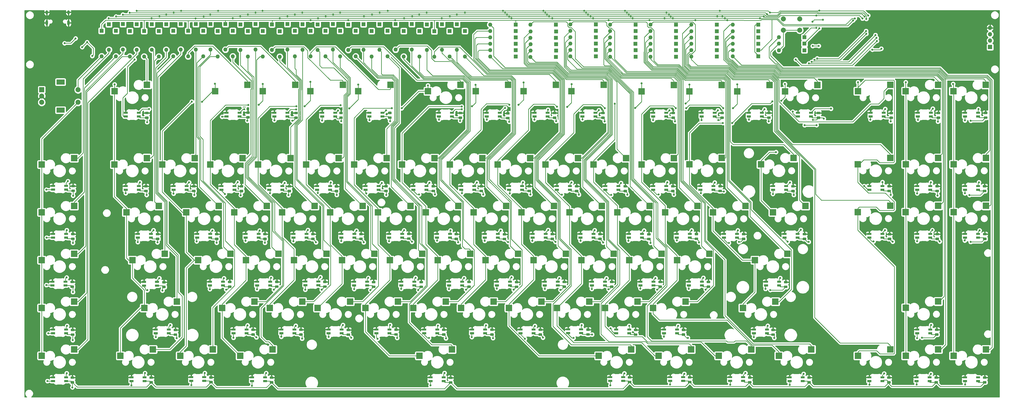
<source format=gbl>
G04 #@! TF.GenerationSoftware,KiCad,Pcbnew,5.1.5+dfsg1-2build2*
G04 #@! TF.CreationDate,2020-08-17T22:58:45+02:00*
G04 #@! TF.ProjectId,PENIS,50454e49-532e-46b6-9963-61645f706362,rev?*
G04 #@! TF.SameCoordinates,Original*
G04 #@! TF.FileFunction,Copper,L2,Bot*
G04 #@! TF.FilePolarity,Positive*
%FSLAX46Y46*%
G04 Gerber Fmt 4.6, Leading zero omitted, Abs format (unit mm)*
G04 Created by KiCad (PCBNEW 5.1.5+dfsg1-2build2) date 2020-08-17 22:58:45*
%MOMM*%
%LPD*%
G04 APERTURE LIST*
%ADD10R,1.600000X1.600000*%
%ADD11O,1.600000X1.600000*%
%ADD12R,2.550000X2.500000*%
%ADD13C,0.100000*%
%ADD14O,1.000000X2.100000*%
%ADD15O,1.000000X1.600000*%
%ADD16O,1.700000X1.700000*%
%ADD17R,1.700000X1.700000*%
%ADD18R,2.000000X2.000000*%
%ADD19C,2.000000*%
%ADD20R,3.200000X2.000000*%
%ADD21C,0.800000*%
%ADD22C,0.250000*%
%ADD23C,0.254000*%
G04 APERTURE END LIST*
D10*
X410290000Y-142340000D03*
D11*
X400130000Y-142340000D03*
D10*
X410290000Y-139790000D03*
D11*
X400130000Y-139790000D03*
D10*
X391940000Y-147440000D03*
D11*
X381780000Y-147440000D03*
D10*
X391940000Y-144940000D03*
D11*
X381780000Y-144940000D03*
D10*
X391940000Y-142440000D03*
D11*
X381780000Y-142440000D03*
D10*
X391940000Y-139890000D03*
D11*
X381780000Y-139890000D03*
D10*
X391940000Y-137390000D03*
D11*
X381780000Y-137390000D03*
D10*
X391940000Y-134840000D03*
D11*
X381780000Y-134840000D03*
D10*
X375387000Y-147520000D03*
D11*
X365227000Y-147520000D03*
D10*
X375387000Y-137385400D03*
D11*
X365227000Y-137385400D03*
D10*
X375387000Y-139925400D03*
D11*
X365227000Y-139925400D03*
D10*
X375387000Y-142440000D03*
D11*
X365227000Y-142440000D03*
D10*
X375387000Y-144980000D03*
D11*
X365227000Y-144980000D03*
D10*
X375390000Y-134840000D03*
D11*
X365230000Y-134840000D03*
D10*
X359150000Y-147550000D03*
D11*
X348990000Y-147550000D03*
D10*
X359150000Y-145000000D03*
D11*
X348990000Y-145000000D03*
D10*
X359150000Y-142450000D03*
D11*
X348990000Y-142450000D03*
D10*
X359140000Y-139890000D03*
D11*
X348980000Y-139890000D03*
D10*
X359140000Y-137350000D03*
D11*
X348980000Y-137350000D03*
D10*
X359140000Y-134840000D03*
D11*
X348980000Y-134840000D03*
D10*
X343050000Y-147550000D03*
D11*
X332890000Y-147550000D03*
D10*
X343040000Y-144990000D03*
D11*
X332880000Y-144990000D03*
D10*
X342990000Y-142440000D03*
D11*
X332830000Y-142440000D03*
D10*
X343040000Y-139890000D03*
D11*
X332880000Y-139890000D03*
D10*
X343090000Y-137340000D03*
D11*
X332930000Y-137340000D03*
D10*
X343090000Y-134840000D03*
D11*
X332930000Y-134840000D03*
D10*
X327240000Y-147440000D03*
D11*
X317080000Y-147440000D03*
D10*
X327240000Y-144890000D03*
D11*
X317080000Y-144890000D03*
D10*
X327240000Y-142340000D03*
D11*
X317080000Y-142340000D03*
D10*
X327240000Y-139840000D03*
D11*
X317080000Y-139840000D03*
D10*
X327240000Y-137290000D03*
D11*
X317080000Y-137290000D03*
D10*
X327240000Y-134740000D03*
D11*
X317080000Y-134740000D03*
D10*
X311340000Y-147690000D03*
D11*
X301180000Y-147690000D03*
D10*
X311390000Y-145140000D03*
D11*
X301230000Y-145140000D03*
D10*
X311390000Y-142590000D03*
D11*
X301230000Y-142590000D03*
D10*
X311340000Y-140040000D03*
D11*
X301180000Y-140040000D03*
D10*
X311390000Y-137490000D03*
D11*
X301230000Y-137490000D03*
D10*
X311340000Y-134840000D03*
D11*
X301180000Y-134840000D03*
D10*
X295340000Y-147490000D03*
D11*
X285180000Y-147490000D03*
D10*
X295290000Y-144940000D03*
D11*
X285130000Y-144940000D03*
D10*
X295290000Y-142440000D03*
D11*
X285130000Y-142440000D03*
D10*
X295290000Y-139890000D03*
D11*
X285130000Y-139890000D03*
D10*
X295290000Y-137340000D03*
D11*
X285130000Y-137340000D03*
D10*
X295290000Y-134790000D03*
D11*
X285130000Y-134790000D03*
D10*
X275040000Y-137340000D03*
D11*
X275040000Y-147500000D03*
D10*
X271890000Y-134640000D03*
D11*
X271890000Y-144800000D03*
D10*
X268990000Y-137340000D03*
D11*
X268990000Y-147500000D03*
D10*
X265940000Y-134640000D03*
D11*
X265940000Y-144800000D03*
D10*
X262890000Y-137440000D03*
D11*
X262890000Y-147600000D03*
D10*
X259890000Y-134680000D03*
D11*
X259890000Y-144840000D03*
D10*
X256990000Y-137340000D03*
D11*
X256990000Y-147500000D03*
D10*
X253940000Y-134590000D03*
D11*
X253940000Y-144750000D03*
D10*
X250690000Y-137340000D03*
D11*
X250690000Y-147500000D03*
D10*
X247490000Y-134590000D03*
D11*
X247490000Y-144750000D03*
D10*
X244240000Y-137290000D03*
D11*
X244240000Y-147450000D03*
D10*
X241040000Y-134640000D03*
D11*
X241040000Y-144800000D03*
D10*
X237890000Y-137340000D03*
D11*
X237890000Y-147500000D03*
D10*
X234690000Y-134640000D03*
D11*
X234690000Y-144800000D03*
D10*
X231590000Y-137290000D03*
D11*
X231590000Y-147450000D03*
D10*
X228590000Y-134740000D03*
D11*
X228590000Y-144900000D03*
D10*
X216440000Y-134690000D03*
D11*
X216440000Y-144850000D03*
D10*
X213590000Y-137240000D03*
D11*
X213590000Y-147400000D03*
D10*
X225340000Y-137240000D03*
D11*
X225340000Y-147400000D03*
D10*
X222490000Y-134590000D03*
D11*
X222490000Y-144750000D03*
D10*
X219540000Y-137290000D03*
D11*
X219540000Y-147450000D03*
D10*
X210390000Y-134640000D03*
D11*
X210390000Y-144800000D03*
D10*
X207340000Y-137290000D03*
D11*
X207340000Y-147450000D03*
D10*
X204340000Y-134590000D03*
D11*
X204340000Y-144750000D03*
D10*
X201340000Y-137390000D03*
D11*
X201340000Y-147550000D03*
D10*
X198240000Y-134680000D03*
D11*
X198240000Y-144840000D03*
D10*
X194590000Y-137340000D03*
D11*
X194590000Y-147500000D03*
D10*
X191690000Y-134590000D03*
D11*
X191690000Y-144750000D03*
D10*
X188640000Y-137340000D03*
D11*
X188640000Y-147500000D03*
D10*
X185640000Y-134690000D03*
D11*
X185640000Y-144850000D03*
D10*
X182640000Y-137290000D03*
D11*
X182640000Y-147450000D03*
D10*
X179690000Y-134590000D03*
D11*
X179690000Y-144750000D03*
D10*
X176640000Y-137340000D03*
D11*
X176640000Y-147500000D03*
D10*
X173690000Y-134590000D03*
D11*
X173690000Y-144750000D03*
D10*
X170840000Y-137290000D03*
D11*
X170840000Y-147450000D03*
D10*
X167890000Y-134590000D03*
D11*
X167890000Y-144750000D03*
D10*
X164840000Y-137290000D03*
D11*
X164840000Y-147450000D03*
D10*
X161890000Y-134540000D03*
D11*
X161890000Y-144700000D03*
D10*
X158940000Y-137290000D03*
D11*
X158940000Y-147450000D03*
D10*
X156090000Y-134640000D03*
D11*
X156090000Y-144800000D03*
D10*
X153190000Y-137340000D03*
D11*
X153190000Y-147500000D03*
D10*
X150390000Y-134640000D03*
D11*
X150390000Y-144800000D03*
D10*
X147290000Y-137340000D03*
D11*
X147290000Y-147500000D03*
D10*
X130390000Y-137240000D03*
D11*
X130390000Y-147400000D03*
D10*
X144390000Y-134640000D03*
D11*
X144390000Y-144800000D03*
D10*
X141640000Y-137340000D03*
D11*
X141640000Y-147500000D03*
D10*
X138890000Y-134590000D03*
D11*
X138890000Y-144750000D03*
D10*
X136090000Y-137290000D03*
D11*
X136090000Y-147450000D03*
D10*
X133290000Y-134640000D03*
D11*
X133290000Y-144800000D03*
D10*
X410286600Y-145005400D03*
D11*
X400126600Y-145005400D03*
D12*
X334382000Y-226060000D03*
X321455000Y-228600000D03*
G04 #@! TA.AperFunction,SMDPad,CuDef*
D13*
G36*
X474986037Y-217734395D02*
G01*
X474993997Y-217735576D01*
X475001803Y-217737531D01*
X475009380Y-217740242D01*
X475016655Y-217743682D01*
X475023557Y-217747819D01*
X475030020Y-217752613D01*
X475035983Y-217758017D01*
X475041387Y-217763980D01*
X475046181Y-217770443D01*
X475050318Y-217777345D01*
X475053758Y-217784620D01*
X475056469Y-217792197D01*
X475058424Y-217800003D01*
X475059605Y-217807963D01*
X475060000Y-217816000D01*
X475060000Y-218472000D01*
X475059605Y-218480037D01*
X475058424Y-218487997D01*
X475056469Y-218495803D01*
X475053758Y-218503380D01*
X475050318Y-218510655D01*
X475046181Y-218517557D01*
X475041387Y-218524020D01*
X475035983Y-218529983D01*
X475030020Y-218535387D01*
X475023557Y-218540181D01*
X475016655Y-218544318D01*
X475009380Y-218547758D01*
X475001803Y-218550469D01*
X474993997Y-218552424D01*
X474986037Y-218553605D01*
X474978000Y-218554000D01*
X473542000Y-218554000D01*
X473533963Y-218553605D01*
X473526003Y-218552424D01*
X473518197Y-218550469D01*
X473510620Y-218547758D01*
X473503345Y-218544318D01*
X473496443Y-218540181D01*
X473489980Y-218535387D01*
X473484017Y-218529983D01*
X473478613Y-218524020D01*
X473473819Y-218517557D01*
X473469682Y-218510655D01*
X473466242Y-218503380D01*
X473463531Y-218495803D01*
X473461576Y-218487997D01*
X473460395Y-218480037D01*
X473460000Y-218472000D01*
X473460000Y-217816000D01*
X473460395Y-217807963D01*
X473461576Y-217800003D01*
X473463531Y-217792197D01*
X473466242Y-217784620D01*
X473469682Y-217777345D01*
X473473819Y-217770443D01*
X473478613Y-217763980D01*
X473484017Y-217758017D01*
X473489980Y-217752613D01*
X473496443Y-217747819D01*
X473503345Y-217743682D01*
X473510620Y-217740242D01*
X473518197Y-217737531D01*
X473526003Y-217735576D01*
X473533963Y-217734395D01*
X473542000Y-217734000D01*
X474978000Y-217734000D01*
X474986037Y-217734395D01*
G37*
G04 #@! TD.AperFunction*
G04 #@! TA.AperFunction,SMDPad,CuDef*
G36*
X474986037Y-219234395D02*
G01*
X474993997Y-219235576D01*
X475001803Y-219237531D01*
X475009380Y-219240242D01*
X475016655Y-219243682D01*
X475023557Y-219247819D01*
X475030020Y-219252613D01*
X475035983Y-219258017D01*
X475041387Y-219263980D01*
X475046181Y-219270443D01*
X475050318Y-219277345D01*
X475053758Y-219284620D01*
X475056469Y-219292197D01*
X475058424Y-219300003D01*
X475059605Y-219307963D01*
X475060000Y-219316000D01*
X475060000Y-219972000D01*
X475059605Y-219980037D01*
X475058424Y-219987997D01*
X475056469Y-219995803D01*
X475053758Y-220003380D01*
X475050318Y-220010655D01*
X475046181Y-220017557D01*
X475041387Y-220024020D01*
X475035983Y-220029983D01*
X475030020Y-220035387D01*
X475023557Y-220040181D01*
X475016655Y-220044318D01*
X475009380Y-220047758D01*
X475001803Y-220050469D01*
X474993997Y-220052424D01*
X474986037Y-220053605D01*
X474978000Y-220054000D01*
X473542000Y-220054000D01*
X473533963Y-220053605D01*
X473526003Y-220052424D01*
X473518197Y-220050469D01*
X473510620Y-220047758D01*
X473503345Y-220044318D01*
X473496443Y-220040181D01*
X473489980Y-220035387D01*
X473484017Y-220029983D01*
X473478613Y-220024020D01*
X473473819Y-220017557D01*
X473469682Y-220010655D01*
X473466242Y-220003380D01*
X473463531Y-219995803D01*
X473461576Y-219987997D01*
X473460395Y-219980037D01*
X473460000Y-219972000D01*
X473460000Y-219316000D01*
X473460395Y-219307963D01*
X473461576Y-219300003D01*
X473463531Y-219292197D01*
X473466242Y-219284620D01*
X473469682Y-219277345D01*
X473473819Y-219270443D01*
X473478613Y-219263980D01*
X473484017Y-219258017D01*
X473489980Y-219252613D01*
X473496443Y-219247819D01*
X473503345Y-219243682D01*
X473510620Y-219240242D01*
X473518197Y-219237531D01*
X473526003Y-219235576D01*
X473533963Y-219234395D01*
X473542000Y-219234000D01*
X474978000Y-219234000D01*
X474986037Y-219234395D01*
G37*
G04 #@! TD.AperFunction*
G04 #@! TA.AperFunction,SMDPad,CuDef*
G36*
X480186037Y-217734395D02*
G01*
X480193997Y-217735576D01*
X480201803Y-217737531D01*
X480209380Y-217740242D01*
X480216655Y-217743682D01*
X480223557Y-217747819D01*
X480230020Y-217752613D01*
X480235983Y-217758017D01*
X480241387Y-217763980D01*
X480246181Y-217770443D01*
X480250318Y-217777345D01*
X480253758Y-217784620D01*
X480256469Y-217792197D01*
X480258424Y-217800003D01*
X480259605Y-217807963D01*
X480260000Y-217816000D01*
X480260000Y-218472000D01*
X480259605Y-218480037D01*
X480258424Y-218487997D01*
X480256469Y-218495803D01*
X480253758Y-218503380D01*
X480250318Y-218510655D01*
X480246181Y-218517557D01*
X480241387Y-218524020D01*
X480235983Y-218529983D01*
X480230020Y-218535387D01*
X480223557Y-218540181D01*
X480216655Y-218544318D01*
X480209380Y-218547758D01*
X480201803Y-218550469D01*
X480193997Y-218552424D01*
X480186037Y-218553605D01*
X480178000Y-218554000D01*
X478742000Y-218554000D01*
X478733963Y-218553605D01*
X478726003Y-218552424D01*
X478718197Y-218550469D01*
X478710620Y-218547758D01*
X478703345Y-218544318D01*
X478696443Y-218540181D01*
X478689980Y-218535387D01*
X478684017Y-218529983D01*
X478678613Y-218524020D01*
X478673819Y-218517557D01*
X478669682Y-218510655D01*
X478666242Y-218503380D01*
X478663531Y-218495803D01*
X478661576Y-218487997D01*
X478660395Y-218480037D01*
X478660000Y-218472000D01*
X478660000Y-217816000D01*
X478660395Y-217807963D01*
X478661576Y-217800003D01*
X478663531Y-217792197D01*
X478666242Y-217784620D01*
X478669682Y-217777345D01*
X478673819Y-217770443D01*
X478678613Y-217763980D01*
X478684017Y-217758017D01*
X478689980Y-217752613D01*
X478696443Y-217747819D01*
X478703345Y-217743682D01*
X478710620Y-217740242D01*
X478718197Y-217737531D01*
X478726003Y-217735576D01*
X478733963Y-217734395D01*
X478742000Y-217734000D01*
X480178000Y-217734000D01*
X480186037Y-217734395D01*
G37*
G04 #@! TD.AperFunction*
G04 #@! TA.AperFunction,SMDPad,CuDef*
G36*
X480186037Y-219234395D02*
G01*
X480193997Y-219235576D01*
X480201803Y-219237531D01*
X480209380Y-219240242D01*
X480216655Y-219243682D01*
X480223557Y-219247819D01*
X480230020Y-219252613D01*
X480235983Y-219258017D01*
X480241387Y-219263980D01*
X480246181Y-219270443D01*
X480250318Y-219277345D01*
X480253758Y-219284620D01*
X480256469Y-219292197D01*
X480258424Y-219300003D01*
X480259605Y-219307963D01*
X480260000Y-219316000D01*
X480260000Y-219972000D01*
X480259605Y-219980037D01*
X480258424Y-219987997D01*
X480256469Y-219995803D01*
X480253758Y-220003380D01*
X480250318Y-220010655D01*
X480246181Y-220017557D01*
X480241387Y-220024020D01*
X480235983Y-220029983D01*
X480230020Y-220035387D01*
X480223557Y-220040181D01*
X480216655Y-220044318D01*
X480209380Y-220047758D01*
X480201803Y-220050469D01*
X480193997Y-220052424D01*
X480186037Y-220053605D01*
X480178000Y-220054000D01*
X478742000Y-220054000D01*
X478733963Y-220053605D01*
X478726003Y-220052424D01*
X478718197Y-220050469D01*
X478710620Y-220047758D01*
X478703345Y-220044318D01*
X478696443Y-220040181D01*
X478689980Y-220035387D01*
X478684017Y-220029983D01*
X478678613Y-220024020D01*
X478673819Y-220017557D01*
X478669682Y-220010655D01*
X478666242Y-220003380D01*
X478663531Y-219995803D01*
X478661576Y-219987997D01*
X478660395Y-219980037D01*
X478660000Y-219972000D01*
X478660000Y-219316000D01*
X478660395Y-219307963D01*
X478661576Y-219300003D01*
X478663531Y-219292197D01*
X478666242Y-219284620D01*
X478669682Y-219277345D01*
X478673819Y-219270443D01*
X478678613Y-219263980D01*
X478684017Y-219258017D01*
X478689980Y-219252613D01*
X478696443Y-219247819D01*
X478703345Y-219243682D01*
X478710620Y-219240242D01*
X478718197Y-219237531D01*
X478726003Y-219235576D01*
X478733963Y-219234395D01*
X478742000Y-219234000D01*
X480178000Y-219234000D01*
X480186037Y-219234395D01*
G37*
G04 #@! TD.AperFunction*
G04 #@! TA.AperFunction,SMDPad,CuDef*
G36*
X474986037Y-198684395D02*
G01*
X474993997Y-198685576D01*
X475001803Y-198687531D01*
X475009380Y-198690242D01*
X475016655Y-198693682D01*
X475023557Y-198697819D01*
X475030020Y-198702613D01*
X475035983Y-198708017D01*
X475041387Y-198713980D01*
X475046181Y-198720443D01*
X475050318Y-198727345D01*
X475053758Y-198734620D01*
X475056469Y-198742197D01*
X475058424Y-198750003D01*
X475059605Y-198757963D01*
X475060000Y-198766000D01*
X475060000Y-199422000D01*
X475059605Y-199430037D01*
X475058424Y-199437997D01*
X475056469Y-199445803D01*
X475053758Y-199453380D01*
X475050318Y-199460655D01*
X475046181Y-199467557D01*
X475041387Y-199474020D01*
X475035983Y-199479983D01*
X475030020Y-199485387D01*
X475023557Y-199490181D01*
X475016655Y-199494318D01*
X475009380Y-199497758D01*
X475001803Y-199500469D01*
X474993997Y-199502424D01*
X474986037Y-199503605D01*
X474978000Y-199504000D01*
X473542000Y-199504000D01*
X473533963Y-199503605D01*
X473526003Y-199502424D01*
X473518197Y-199500469D01*
X473510620Y-199497758D01*
X473503345Y-199494318D01*
X473496443Y-199490181D01*
X473489980Y-199485387D01*
X473484017Y-199479983D01*
X473478613Y-199474020D01*
X473473819Y-199467557D01*
X473469682Y-199460655D01*
X473466242Y-199453380D01*
X473463531Y-199445803D01*
X473461576Y-199437997D01*
X473460395Y-199430037D01*
X473460000Y-199422000D01*
X473460000Y-198766000D01*
X473460395Y-198757963D01*
X473461576Y-198750003D01*
X473463531Y-198742197D01*
X473466242Y-198734620D01*
X473469682Y-198727345D01*
X473473819Y-198720443D01*
X473478613Y-198713980D01*
X473484017Y-198708017D01*
X473489980Y-198702613D01*
X473496443Y-198697819D01*
X473503345Y-198693682D01*
X473510620Y-198690242D01*
X473518197Y-198687531D01*
X473526003Y-198685576D01*
X473533963Y-198684395D01*
X473542000Y-198684000D01*
X474978000Y-198684000D01*
X474986037Y-198684395D01*
G37*
G04 #@! TD.AperFunction*
G04 #@! TA.AperFunction,SMDPad,CuDef*
G36*
X474986037Y-200184395D02*
G01*
X474993997Y-200185576D01*
X475001803Y-200187531D01*
X475009380Y-200190242D01*
X475016655Y-200193682D01*
X475023557Y-200197819D01*
X475030020Y-200202613D01*
X475035983Y-200208017D01*
X475041387Y-200213980D01*
X475046181Y-200220443D01*
X475050318Y-200227345D01*
X475053758Y-200234620D01*
X475056469Y-200242197D01*
X475058424Y-200250003D01*
X475059605Y-200257963D01*
X475060000Y-200266000D01*
X475060000Y-200922000D01*
X475059605Y-200930037D01*
X475058424Y-200937997D01*
X475056469Y-200945803D01*
X475053758Y-200953380D01*
X475050318Y-200960655D01*
X475046181Y-200967557D01*
X475041387Y-200974020D01*
X475035983Y-200979983D01*
X475030020Y-200985387D01*
X475023557Y-200990181D01*
X475016655Y-200994318D01*
X475009380Y-200997758D01*
X475001803Y-201000469D01*
X474993997Y-201002424D01*
X474986037Y-201003605D01*
X474978000Y-201004000D01*
X473542000Y-201004000D01*
X473533963Y-201003605D01*
X473526003Y-201002424D01*
X473518197Y-201000469D01*
X473510620Y-200997758D01*
X473503345Y-200994318D01*
X473496443Y-200990181D01*
X473489980Y-200985387D01*
X473484017Y-200979983D01*
X473478613Y-200974020D01*
X473473819Y-200967557D01*
X473469682Y-200960655D01*
X473466242Y-200953380D01*
X473463531Y-200945803D01*
X473461576Y-200937997D01*
X473460395Y-200930037D01*
X473460000Y-200922000D01*
X473460000Y-200266000D01*
X473460395Y-200257963D01*
X473461576Y-200250003D01*
X473463531Y-200242197D01*
X473466242Y-200234620D01*
X473469682Y-200227345D01*
X473473819Y-200220443D01*
X473478613Y-200213980D01*
X473484017Y-200208017D01*
X473489980Y-200202613D01*
X473496443Y-200197819D01*
X473503345Y-200193682D01*
X473510620Y-200190242D01*
X473518197Y-200187531D01*
X473526003Y-200185576D01*
X473533963Y-200184395D01*
X473542000Y-200184000D01*
X474978000Y-200184000D01*
X474986037Y-200184395D01*
G37*
G04 #@! TD.AperFunction*
G04 #@! TA.AperFunction,SMDPad,CuDef*
G36*
X480186037Y-198684395D02*
G01*
X480193997Y-198685576D01*
X480201803Y-198687531D01*
X480209380Y-198690242D01*
X480216655Y-198693682D01*
X480223557Y-198697819D01*
X480230020Y-198702613D01*
X480235983Y-198708017D01*
X480241387Y-198713980D01*
X480246181Y-198720443D01*
X480250318Y-198727345D01*
X480253758Y-198734620D01*
X480256469Y-198742197D01*
X480258424Y-198750003D01*
X480259605Y-198757963D01*
X480260000Y-198766000D01*
X480260000Y-199422000D01*
X480259605Y-199430037D01*
X480258424Y-199437997D01*
X480256469Y-199445803D01*
X480253758Y-199453380D01*
X480250318Y-199460655D01*
X480246181Y-199467557D01*
X480241387Y-199474020D01*
X480235983Y-199479983D01*
X480230020Y-199485387D01*
X480223557Y-199490181D01*
X480216655Y-199494318D01*
X480209380Y-199497758D01*
X480201803Y-199500469D01*
X480193997Y-199502424D01*
X480186037Y-199503605D01*
X480178000Y-199504000D01*
X478742000Y-199504000D01*
X478733963Y-199503605D01*
X478726003Y-199502424D01*
X478718197Y-199500469D01*
X478710620Y-199497758D01*
X478703345Y-199494318D01*
X478696443Y-199490181D01*
X478689980Y-199485387D01*
X478684017Y-199479983D01*
X478678613Y-199474020D01*
X478673819Y-199467557D01*
X478669682Y-199460655D01*
X478666242Y-199453380D01*
X478663531Y-199445803D01*
X478661576Y-199437997D01*
X478660395Y-199430037D01*
X478660000Y-199422000D01*
X478660000Y-198766000D01*
X478660395Y-198757963D01*
X478661576Y-198750003D01*
X478663531Y-198742197D01*
X478666242Y-198734620D01*
X478669682Y-198727345D01*
X478673819Y-198720443D01*
X478678613Y-198713980D01*
X478684017Y-198708017D01*
X478689980Y-198702613D01*
X478696443Y-198697819D01*
X478703345Y-198693682D01*
X478710620Y-198690242D01*
X478718197Y-198687531D01*
X478726003Y-198685576D01*
X478733963Y-198684395D01*
X478742000Y-198684000D01*
X480178000Y-198684000D01*
X480186037Y-198684395D01*
G37*
G04 #@! TD.AperFunction*
G04 #@! TA.AperFunction,SMDPad,CuDef*
G36*
X480186037Y-200184395D02*
G01*
X480193997Y-200185576D01*
X480201803Y-200187531D01*
X480209380Y-200190242D01*
X480216655Y-200193682D01*
X480223557Y-200197819D01*
X480230020Y-200202613D01*
X480235983Y-200208017D01*
X480241387Y-200213980D01*
X480246181Y-200220443D01*
X480250318Y-200227345D01*
X480253758Y-200234620D01*
X480256469Y-200242197D01*
X480258424Y-200250003D01*
X480259605Y-200257963D01*
X480260000Y-200266000D01*
X480260000Y-200922000D01*
X480259605Y-200930037D01*
X480258424Y-200937997D01*
X480256469Y-200945803D01*
X480253758Y-200953380D01*
X480250318Y-200960655D01*
X480246181Y-200967557D01*
X480241387Y-200974020D01*
X480235983Y-200979983D01*
X480230020Y-200985387D01*
X480223557Y-200990181D01*
X480216655Y-200994318D01*
X480209380Y-200997758D01*
X480201803Y-201000469D01*
X480193997Y-201002424D01*
X480186037Y-201003605D01*
X480178000Y-201004000D01*
X478742000Y-201004000D01*
X478733963Y-201003605D01*
X478726003Y-201002424D01*
X478718197Y-201000469D01*
X478710620Y-200997758D01*
X478703345Y-200994318D01*
X478696443Y-200990181D01*
X478689980Y-200985387D01*
X478684017Y-200979983D01*
X478678613Y-200974020D01*
X478673819Y-200967557D01*
X478669682Y-200960655D01*
X478666242Y-200953380D01*
X478663531Y-200945803D01*
X478661576Y-200937997D01*
X478660395Y-200930037D01*
X478660000Y-200922000D01*
X478660000Y-200266000D01*
X478660395Y-200257963D01*
X478661576Y-200250003D01*
X478663531Y-200242197D01*
X478666242Y-200234620D01*
X478669682Y-200227345D01*
X478673819Y-200220443D01*
X478678613Y-200213980D01*
X478684017Y-200208017D01*
X478689980Y-200202613D01*
X478696443Y-200197819D01*
X478703345Y-200193682D01*
X478710620Y-200190242D01*
X478718197Y-200187531D01*
X478726003Y-200185576D01*
X478733963Y-200184395D01*
X478742000Y-200184000D01*
X480178000Y-200184000D01*
X480186037Y-200184395D01*
G37*
G04 #@! TD.AperFunction*
G04 #@! TA.AperFunction,SMDPad,CuDef*
G36*
X455936037Y-198684395D02*
G01*
X455943997Y-198685576D01*
X455951803Y-198687531D01*
X455959380Y-198690242D01*
X455966655Y-198693682D01*
X455973557Y-198697819D01*
X455980020Y-198702613D01*
X455985983Y-198708017D01*
X455991387Y-198713980D01*
X455996181Y-198720443D01*
X456000318Y-198727345D01*
X456003758Y-198734620D01*
X456006469Y-198742197D01*
X456008424Y-198750003D01*
X456009605Y-198757963D01*
X456010000Y-198766000D01*
X456010000Y-199422000D01*
X456009605Y-199430037D01*
X456008424Y-199437997D01*
X456006469Y-199445803D01*
X456003758Y-199453380D01*
X456000318Y-199460655D01*
X455996181Y-199467557D01*
X455991387Y-199474020D01*
X455985983Y-199479983D01*
X455980020Y-199485387D01*
X455973557Y-199490181D01*
X455966655Y-199494318D01*
X455959380Y-199497758D01*
X455951803Y-199500469D01*
X455943997Y-199502424D01*
X455936037Y-199503605D01*
X455928000Y-199504000D01*
X454492000Y-199504000D01*
X454483963Y-199503605D01*
X454476003Y-199502424D01*
X454468197Y-199500469D01*
X454460620Y-199497758D01*
X454453345Y-199494318D01*
X454446443Y-199490181D01*
X454439980Y-199485387D01*
X454434017Y-199479983D01*
X454428613Y-199474020D01*
X454423819Y-199467557D01*
X454419682Y-199460655D01*
X454416242Y-199453380D01*
X454413531Y-199445803D01*
X454411576Y-199437997D01*
X454410395Y-199430037D01*
X454410000Y-199422000D01*
X454410000Y-198766000D01*
X454410395Y-198757963D01*
X454411576Y-198750003D01*
X454413531Y-198742197D01*
X454416242Y-198734620D01*
X454419682Y-198727345D01*
X454423819Y-198720443D01*
X454428613Y-198713980D01*
X454434017Y-198708017D01*
X454439980Y-198702613D01*
X454446443Y-198697819D01*
X454453345Y-198693682D01*
X454460620Y-198690242D01*
X454468197Y-198687531D01*
X454476003Y-198685576D01*
X454483963Y-198684395D01*
X454492000Y-198684000D01*
X455928000Y-198684000D01*
X455936037Y-198684395D01*
G37*
G04 #@! TD.AperFunction*
G04 #@! TA.AperFunction,SMDPad,CuDef*
G36*
X455936037Y-200184395D02*
G01*
X455943997Y-200185576D01*
X455951803Y-200187531D01*
X455959380Y-200190242D01*
X455966655Y-200193682D01*
X455973557Y-200197819D01*
X455980020Y-200202613D01*
X455985983Y-200208017D01*
X455991387Y-200213980D01*
X455996181Y-200220443D01*
X456000318Y-200227345D01*
X456003758Y-200234620D01*
X456006469Y-200242197D01*
X456008424Y-200250003D01*
X456009605Y-200257963D01*
X456010000Y-200266000D01*
X456010000Y-200922000D01*
X456009605Y-200930037D01*
X456008424Y-200937997D01*
X456006469Y-200945803D01*
X456003758Y-200953380D01*
X456000318Y-200960655D01*
X455996181Y-200967557D01*
X455991387Y-200974020D01*
X455985983Y-200979983D01*
X455980020Y-200985387D01*
X455973557Y-200990181D01*
X455966655Y-200994318D01*
X455959380Y-200997758D01*
X455951803Y-201000469D01*
X455943997Y-201002424D01*
X455936037Y-201003605D01*
X455928000Y-201004000D01*
X454492000Y-201004000D01*
X454483963Y-201003605D01*
X454476003Y-201002424D01*
X454468197Y-201000469D01*
X454460620Y-200997758D01*
X454453345Y-200994318D01*
X454446443Y-200990181D01*
X454439980Y-200985387D01*
X454434017Y-200979983D01*
X454428613Y-200974020D01*
X454423819Y-200967557D01*
X454419682Y-200960655D01*
X454416242Y-200953380D01*
X454413531Y-200945803D01*
X454411576Y-200937997D01*
X454410395Y-200930037D01*
X454410000Y-200922000D01*
X454410000Y-200266000D01*
X454410395Y-200257963D01*
X454411576Y-200250003D01*
X454413531Y-200242197D01*
X454416242Y-200234620D01*
X454419682Y-200227345D01*
X454423819Y-200220443D01*
X454428613Y-200213980D01*
X454434017Y-200208017D01*
X454439980Y-200202613D01*
X454446443Y-200197819D01*
X454453345Y-200193682D01*
X454460620Y-200190242D01*
X454468197Y-200187531D01*
X454476003Y-200185576D01*
X454483963Y-200184395D01*
X454492000Y-200184000D01*
X455928000Y-200184000D01*
X455936037Y-200184395D01*
G37*
G04 #@! TD.AperFunction*
G04 #@! TA.AperFunction,SMDPad,CuDef*
G36*
X461136037Y-198684395D02*
G01*
X461143997Y-198685576D01*
X461151803Y-198687531D01*
X461159380Y-198690242D01*
X461166655Y-198693682D01*
X461173557Y-198697819D01*
X461180020Y-198702613D01*
X461185983Y-198708017D01*
X461191387Y-198713980D01*
X461196181Y-198720443D01*
X461200318Y-198727345D01*
X461203758Y-198734620D01*
X461206469Y-198742197D01*
X461208424Y-198750003D01*
X461209605Y-198757963D01*
X461210000Y-198766000D01*
X461210000Y-199422000D01*
X461209605Y-199430037D01*
X461208424Y-199437997D01*
X461206469Y-199445803D01*
X461203758Y-199453380D01*
X461200318Y-199460655D01*
X461196181Y-199467557D01*
X461191387Y-199474020D01*
X461185983Y-199479983D01*
X461180020Y-199485387D01*
X461173557Y-199490181D01*
X461166655Y-199494318D01*
X461159380Y-199497758D01*
X461151803Y-199500469D01*
X461143997Y-199502424D01*
X461136037Y-199503605D01*
X461128000Y-199504000D01*
X459692000Y-199504000D01*
X459683963Y-199503605D01*
X459676003Y-199502424D01*
X459668197Y-199500469D01*
X459660620Y-199497758D01*
X459653345Y-199494318D01*
X459646443Y-199490181D01*
X459639980Y-199485387D01*
X459634017Y-199479983D01*
X459628613Y-199474020D01*
X459623819Y-199467557D01*
X459619682Y-199460655D01*
X459616242Y-199453380D01*
X459613531Y-199445803D01*
X459611576Y-199437997D01*
X459610395Y-199430037D01*
X459610000Y-199422000D01*
X459610000Y-198766000D01*
X459610395Y-198757963D01*
X459611576Y-198750003D01*
X459613531Y-198742197D01*
X459616242Y-198734620D01*
X459619682Y-198727345D01*
X459623819Y-198720443D01*
X459628613Y-198713980D01*
X459634017Y-198708017D01*
X459639980Y-198702613D01*
X459646443Y-198697819D01*
X459653345Y-198693682D01*
X459660620Y-198690242D01*
X459668197Y-198687531D01*
X459676003Y-198685576D01*
X459683963Y-198684395D01*
X459692000Y-198684000D01*
X461128000Y-198684000D01*
X461136037Y-198684395D01*
G37*
G04 #@! TD.AperFunction*
G04 #@! TA.AperFunction,SMDPad,CuDef*
G36*
X461136037Y-200184395D02*
G01*
X461143997Y-200185576D01*
X461151803Y-200187531D01*
X461159380Y-200190242D01*
X461166655Y-200193682D01*
X461173557Y-200197819D01*
X461180020Y-200202613D01*
X461185983Y-200208017D01*
X461191387Y-200213980D01*
X461196181Y-200220443D01*
X461200318Y-200227345D01*
X461203758Y-200234620D01*
X461206469Y-200242197D01*
X461208424Y-200250003D01*
X461209605Y-200257963D01*
X461210000Y-200266000D01*
X461210000Y-200922000D01*
X461209605Y-200930037D01*
X461208424Y-200937997D01*
X461206469Y-200945803D01*
X461203758Y-200953380D01*
X461200318Y-200960655D01*
X461196181Y-200967557D01*
X461191387Y-200974020D01*
X461185983Y-200979983D01*
X461180020Y-200985387D01*
X461173557Y-200990181D01*
X461166655Y-200994318D01*
X461159380Y-200997758D01*
X461151803Y-201000469D01*
X461143997Y-201002424D01*
X461136037Y-201003605D01*
X461128000Y-201004000D01*
X459692000Y-201004000D01*
X459683963Y-201003605D01*
X459676003Y-201002424D01*
X459668197Y-201000469D01*
X459660620Y-200997758D01*
X459653345Y-200994318D01*
X459646443Y-200990181D01*
X459639980Y-200985387D01*
X459634017Y-200979983D01*
X459628613Y-200974020D01*
X459623819Y-200967557D01*
X459619682Y-200960655D01*
X459616242Y-200953380D01*
X459613531Y-200945803D01*
X459611576Y-200937997D01*
X459610395Y-200930037D01*
X459610000Y-200922000D01*
X459610000Y-200266000D01*
X459610395Y-200257963D01*
X459611576Y-200250003D01*
X459613531Y-200242197D01*
X459616242Y-200234620D01*
X459619682Y-200227345D01*
X459623819Y-200220443D01*
X459628613Y-200213980D01*
X459634017Y-200208017D01*
X459639980Y-200202613D01*
X459646443Y-200197819D01*
X459653345Y-200193682D01*
X459660620Y-200190242D01*
X459668197Y-200187531D01*
X459676003Y-200185576D01*
X459683963Y-200184395D01*
X459692000Y-200184000D01*
X461128000Y-200184000D01*
X461136037Y-200184395D01*
G37*
G04 #@! TD.AperFunction*
G04 #@! TA.AperFunction,SMDPad,CuDef*
G36*
X455936037Y-217734395D02*
G01*
X455943997Y-217735576D01*
X455951803Y-217737531D01*
X455959380Y-217740242D01*
X455966655Y-217743682D01*
X455973557Y-217747819D01*
X455980020Y-217752613D01*
X455985983Y-217758017D01*
X455991387Y-217763980D01*
X455996181Y-217770443D01*
X456000318Y-217777345D01*
X456003758Y-217784620D01*
X456006469Y-217792197D01*
X456008424Y-217800003D01*
X456009605Y-217807963D01*
X456010000Y-217816000D01*
X456010000Y-218472000D01*
X456009605Y-218480037D01*
X456008424Y-218487997D01*
X456006469Y-218495803D01*
X456003758Y-218503380D01*
X456000318Y-218510655D01*
X455996181Y-218517557D01*
X455991387Y-218524020D01*
X455985983Y-218529983D01*
X455980020Y-218535387D01*
X455973557Y-218540181D01*
X455966655Y-218544318D01*
X455959380Y-218547758D01*
X455951803Y-218550469D01*
X455943997Y-218552424D01*
X455936037Y-218553605D01*
X455928000Y-218554000D01*
X454492000Y-218554000D01*
X454483963Y-218553605D01*
X454476003Y-218552424D01*
X454468197Y-218550469D01*
X454460620Y-218547758D01*
X454453345Y-218544318D01*
X454446443Y-218540181D01*
X454439980Y-218535387D01*
X454434017Y-218529983D01*
X454428613Y-218524020D01*
X454423819Y-218517557D01*
X454419682Y-218510655D01*
X454416242Y-218503380D01*
X454413531Y-218495803D01*
X454411576Y-218487997D01*
X454410395Y-218480037D01*
X454410000Y-218472000D01*
X454410000Y-217816000D01*
X454410395Y-217807963D01*
X454411576Y-217800003D01*
X454413531Y-217792197D01*
X454416242Y-217784620D01*
X454419682Y-217777345D01*
X454423819Y-217770443D01*
X454428613Y-217763980D01*
X454434017Y-217758017D01*
X454439980Y-217752613D01*
X454446443Y-217747819D01*
X454453345Y-217743682D01*
X454460620Y-217740242D01*
X454468197Y-217737531D01*
X454476003Y-217735576D01*
X454483963Y-217734395D01*
X454492000Y-217734000D01*
X455928000Y-217734000D01*
X455936037Y-217734395D01*
G37*
G04 #@! TD.AperFunction*
G04 #@! TA.AperFunction,SMDPad,CuDef*
G36*
X455936037Y-219234395D02*
G01*
X455943997Y-219235576D01*
X455951803Y-219237531D01*
X455959380Y-219240242D01*
X455966655Y-219243682D01*
X455973557Y-219247819D01*
X455980020Y-219252613D01*
X455985983Y-219258017D01*
X455991387Y-219263980D01*
X455996181Y-219270443D01*
X456000318Y-219277345D01*
X456003758Y-219284620D01*
X456006469Y-219292197D01*
X456008424Y-219300003D01*
X456009605Y-219307963D01*
X456010000Y-219316000D01*
X456010000Y-219972000D01*
X456009605Y-219980037D01*
X456008424Y-219987997D01*
X456006469Y-219995803D01*
X456003758Y-220003380D01*
X456000318Y-220010655D01*
X455996181Y-220017557D01*
X455991387Y-220024020D01*
X455985983Y-220029983D01*
X455980020Y-220035387D01*
X455973557Y-220040181D01*
X455966655Y-220044318D01*
X455959380Y-220047758D01*
X455951803Y-220050469D01*
X455943997Y-220052424D01*
X455936037Y-220053605D01*
X455928000Y-220054000D01*
X454492000Y-220054000D01*
X454483963Y-220053605D01*
X454476003Y-220052424D01*
X454468197Y-220050469D01*
X454460620Y-220047758D01*
X454453345Y-220044318D01*
X454446443Y-220040181D01*
X454439980Y-220035387D01*
X454434017Y-220029983D01*
X454428613Y-220024020D01*
X454423819Y-220017557D01*
X454419682Y-220010655D01*
X454416242Y-220003380D01*
X454413531Y-219995803D01*
X454411576Y-219987997D01*
X454410395Y-219980037D01*
X454410000Y-219972000D01*
X454410000Y-219316000D01*
X454410395Y-219307963D01*
X454411576Y-219300003D01*
X454413531Y-219292197D01*
X454416242Y-219284620D01*
X454419682Y-219277345D01*
X454423819Y-219270443D01*
X454428613Y-219263980D01*
X454434017Y-219258017D01*
X454439980Y-219252613D01*
X454446443Y-219247819D01*
X454453345Y-219243682D01*
X454460620Y-219240242D01*
X454468197Y-219237531D01*
X454476003Y-219235576D01*
X454483963Y-219234395D01*
X454492000Y-219234000D01*
X455928000Y-219234000D01*
X455936037Y-219234395D01*
G37*
G04 #@! TD.AperFunction*
G04 #@! TA.AperFunction,SMDPad,CuDef*
G36*
X461136037Y-217734395D02*
G01*
X461143997Y-217735576D01*
X461151803Y-217737531D01*
X461159380Y-217740242D01*
X461166655Y-217743682D01*
X461173557Y-217747819D01*
X461180020Y-217752613D01*
X461185983Y-217758017D01*
X461191387Y-217763980D01*
X461196181Y-217770443D01*
X461200318Y-217777345D01*
X461203758Y-217784620D01*
X461206469Y-217792197D01*
X461208424Y-217800003D01*
X461209605Y-217807963D01*
X461210000Y-217816000D01*
X461210000Y-218472000D01*
X461209605Y-218480037D01*
X461208424Y-218487997D01*
X461206469Y-218495803D01*
X461203758Y-218503380D01*
X461200318Y-218510655D01*
X461196181Y-218517557D01*
X461191387Y-218524020D01*
X461185983Y-218529983D01*
X461180020Y-218535387D01*
X461173557Y-218540181D01*
X461166655Y-218544318D01*
X461159380Y-218547758D01*
X461151803Y-218550469D01*
X461143997Y-218552424D01*
X461136037Y-218553605D01*
X461128000Y-218554000D01*
X459692000Y-218554000D01*
X459683963Y-218553605D01*
X459676003Y-218552424D01*
X459668197Y-218550469D01*
X459660620Y-218547758D01*
X459653345Y-218544318D01*
X459646443Y-218540181D01*
X459639980Y-218535387D01*
X459634017Y-218529983D01*
X459628613Y-218524020D01*
X459623819Y-218517557D01*
X459619682Y-218510655D01*
X459616242Y-218503380D01*
X459613531Y-218495803D01*
X459611576Y-218487997D01*
X459610395Y-218480037D01*
X459610000Y-218472000D01*
X459610000Y-217816000D01*
X459610395Y-217807963D01*
X459611576Y-217800003D01*
X459613531Y-217792197D01*
X459616242Y-217784620D01*
X459619682Y-217777345D01*
X459623819Y-217770443D01*
X459628613Y-217763980D01*
X459634017Y-217758017D01*
X459639980Y-217752613D01*
X459646443Y-217747819D01*
X459653345Y-217743682D01*
X459660620Y-217740242D01*
X459668197Y-217737531D01*
X459676003Y-217735576D01*
X459683963Y-217734395D01*
X459692000Y-217734000D01*
X461128000Y-217734000D01*
X461136037Y-217734395D01*
G37*
G04 #@! TD.AperFunction*
G04 #@! TA.AperFunction,SMDPad,CuDef*
G36*
X461136037Y-219234395D02*
G01*
X461143997Y-219235576D01*
X461151803Y-219237531D01*
X461159380Y-219240242D01*
X461166655Y-219243682D01*
X461173557Y-219247819D01*
X461180020Y-219252613D01*
X461185983Y-219258017D01*
X461191387Y-219263980D01*
X461196181Y-219270443D01*
X461200318Y-219277345D01*
X461203758Y-219284620D01*
X461206469Y-219292197D01*
X461208424Y-219300003D01*
X461209605Y-219307963D01*
X461210000Y-219316000D01*
X461210000Y-219972000D01*
X461209605Y-219980037D01*
X461208424Y-219987997D01*
X461206469Y-219995803D01*
X461203758Y-220003380D01*
X461200318Y-220010655D01*
X461196181Y-220017557D01*
X461191387Y-220024020D01*
X461185983Y-220029983D01*
X461180020Y-220035387D01*
X461173557Y-220040181D01*
X461166655Y-220044318D01*
X461159380Y-220047758D01*
X461151803Y-220050469D01*
X461143997Y-220052424D01*
X461136037Y-220053605D01*
X461128000Y-220054000D01*
X459692000Y-220054000D01*
X459683963Y-220053605D01*
X459676003Y-220052424D01*
X459668197Y-220050469D01*
X459660620Y-220047758D01*
X459653345Y-220044318D01*
X459646443Y-220040181D01*
X459639980Y-220035387D01*
X459634017Y-220029983D01*
X459628613Y-220024020D01*
X459623819Y-220017557D01*
X459619682Y-220010655D01*
X459616242Y-220003380D01*
X459613531Y-219995803D01*
X459611576Y-219987997D01*
X459610395Y-219980037D01*
X459610000Y-219972000D01*
X459610000Y-219316000D01*
X459610395Y-219307963D01*
X459611576Y-219300003D01*
X459613531Y-219292197D01*
X459616242Y-219284620D01*
X459619682Y-219277345D01*
X459623819Y-219270443D01*
X459628613Y-219263980D01*
X459634017Y-219258017D01*
X459639980Y-219252613D01*
X459646443Y-219247819D01*
X459653345Y-219243682D01*
X459660620Y-219240242D01*
X459668197Y-219237531D01*
X459676003Y-219235576D01*
X459683963Y-219234395D01*
X459692000Y-219234000D01*
X461128000Y-219234000D01*
X461136037Y-219234395D01*
G37*
G04 #@! TD.AperFunction*
G04 #@! TA.AperFunction,SMDPad,CuDef*
G36*
X436886037Y-198684395D02*
G01*
X436893997Y-198685576D01*
X436901803Y-198687531D01*
X436909380Y-198690242D01*
X436916655Y-198693682D01*
X436923557Y-198697819D01*
X436930020Y-198702613D01*
X436935983Y-198708017D01*
X436941387Y-198713980D01*
X436946181Y-198720443D01*
X436950318Y-198727345D01*
X436953758Y-198734620D01*
X436956469Y-198742197D01*
X436958424Y-198750003D01*
X436959605Y-198757963D01*
X436960000Y-198766000D01*
X436960000Y-199422000D01*
X436959605Y-199430037D01*
X436958424Y-199437997D01*
X436956469Y-199445803D01*
X436953758Y-199453380D01*
X436950318Y-199460655D01*
X436946181Y-199467557D01*
X436941387Y-199474020D01*
X436935983Y-199479983D01*
X436930020Y-199485387D01*
X436923557Y-199490181D01*
X436916655Y-199494318D01*
X436909380Y-199497758D01*
X436901803Y-199500469D01*
X436893997Y-199502424D01*
X436886037Y-199503605D01*
X436878000Y-199504000D01*
X435442000Y-199504000D01*
X435433963Y-199503605D01*
X435426003Y-199502424D01*
X435418197Y-199500469D01*
X435410620Y-199497758D01*
X435403345Y-199494318D01*
X435396443Y-199490181D01*
X435389980Y-199485387D01*
X435384017Y-199479983D01*
X435378613Y-199474020D01*
X435373819Y-199467557D01*
X435369682Y-199460655D01*
X435366242Y-199453380D01*
X435363531Y-199445803D01*
X435361576Y-199437997D01*
X435360395Y-199430037D01*
X435360000Y-199422000D01*
X435360000Y-198766000D01*
X435360395Y-198757963D01*
X435361576Y-198750003D01*
X435363531Y-198742197D01*
X435366242Y-198734620D01*
X435369682Y-198727345D01*
X435373819Y-198720443D01*
X435378613Y-198713980D01*
X435384017Y-198708017D01*
X435389980Y-198702613D01*
X435396443Y-198697819D01*
X435403345Y-198693682D01*
X435410620Y-198690242D01*
X435418197Y-198687531D01*
X435426003Y-198685576D01*
X435433963Y-198684395D01*
X435442000Y-198684000D01*
X436878000Y-198684000D01*
X436886037Y-198684395D01*
G37*
G04 #@! TD.AperFunction*
G04 #@! TA.AperFunction,SMDPad,CuDef*
G36*
X436886037Y-200184395D02*
G01*
X436893997Y-200185576D01*
X436901803Y-200187531D01*
X436909380Y-200190242D01*
X436916655Y-200193682D01*
X436923557Y-200197819D01*
X436930020Y-200202613D01*
X436935983Y-200208017D01*
X436941387Y-200213980D01*
X436946181Y-200220443D01*
X436950318Y-200227345D01*
X436953758Y-200234620D01*
X436956469Y-200242197D01*
X436958424Y-200250003D01*
X436959605Y-200257963D01*
X436960000Y-200266000D01*
X436960000Y-200922000D01*
X436959605Y-200930037D01*
X436958424Y-200937997D01*
X436956469Y-200945803D01*
X436953758Y-200953380D01*
X436950318Y-200960655D01*
X436946181Y-200967557D01*
X436941387Y-200974020D01*
X436935983Y-200979983D01*
X436930020Y-200985387D01*
X436923557Y-200990181D01*
X436916655Y-200994318D01*
X436909380Y-200997758D01*
X436901803Y-201000469D01*
X436893997Y-201002424D01*
X436886037Y-201003605D01*
X436878000Y-201004000D01*
X435442000Y-201004000D01*
X435433963Y-201003605D01*
X435426003Y-201002424D01*
X435418197Y-201000469D01*
X435410620Y-200997758D01*
X435403345Y-200994318D01*
X435396443Y-200990181D01*
X435389980Y-200985387D01*
X435384017Y-200979983D01*
X435378613Y-200974020D01*
X435373819Y-200967557D01*
X435369682Y-200960655D01*
X435366242Y-200953380D01*
X435363531Y-200945803D01*
X435361576Y-200937997D01*
X435360395Y-200930037D01*
X435360000Y-200922000D01*
X435360000Y-200266000D01*
X435360395Y-200257963D01*
X435361576Y-200250003D01*
X435363531Y-200242197D01*
X435366242Y-200234620D01*
X435369682Y-200227345D01*
X435373819Y-200220443D01*
X435378613Y-200213980D01*
X435384017Y-200208017D01*
X435389980Y-200202613D01*
X435396443Y-200197819D01*
X435403345Y-200193682D01*
X435410620Y-200190242D01*
X435418197Y-200187531D01*
X435426003Y-200185576D01*
X435433963Y-200184395D01*
X435442000Y-200184000D01*
X436878000Y-200184000D01*
X436886037Y-200184395D01*
G37*
G04 #@! TD.AperFunction*
G04 #@! TA.AperFunction,SMDPad,CuDef*
G36*
X442086037Y-198684395D02*
G01*
X442093997Y-198685576D01*
X442101803Y-198687531D01*
X442109380Y-198690242D01*
X442116655Y-198693682D01*
X442123557Y-198697819D01*
X442130020Y-198702613D01*
X442135983Y-198708017D01*
X442141387Y-198713980D01*
X442146181Y-198720443D01*
X442150318Y-198727345D01*
X442153758Y-198734620D01*
X442156469Y-198742197D01*
X442158424Y-198750003D01*
X442159605Y-198757963D01*
X442160000Y-198766000D01*
X442160000Y-199422000D01*
X442159605Y-199430037D01*
X442158424Y-199437997D01*
X442156469Y-199445803D01*
X442153758Y-199453380D01*
X442150318Y-199460655D01*
X442146181Y-199467557D01*
X442141387Y-199474020D01*
X442135983Y-199479983D01*
X442130020Y-199485387D01*
X442123557Y-199490181D01*
X442116655Y-199494318D01*
X442109380Y-199497758D01*
X442101803Y-199500469D01*
X442093997Y-199502424D01*
X442086037Y-199503605D01*
X442078000Y-199504000D01*
X440642000Y-199504000D01*
X440633963Y-199503605D01*
X440626003Y-199502424D01*
X440618197Y-199500469D01*
X440610620Y-199497758D01*
X440603345Y-199494318D01*
X440596443Y-199490181D01*
X440589980Y-199485387D01*
X440584017Y-199479983D01*
X440578613Y-199474020D01*
X440573819Y-199467557D01*
X440569682Y-199460655D01*
X440566242Y-199453380D01*
X440563531Y-199445803D01*
X440561576Y-199437997D01*
X440560395Y-199430037D01*
X440560000Y-199422000D01*
X440560000Y-198766000D01*
X440560395Y-198757963D01*
X440561576Y-198750003D01*
X440563531Y-198742197D01*
X440566242Y-198734620D01*
X440569682Y-198727345D01*
X440573819Y-198720443D01*
X440578613Y-198713980D01*
X440584017Y-198708017D01*
X440589980Y-198702613D01*
X440596443Y-198697819D01*
X440603345Y-198693682D01*
X440610620Y-198690242D01*
X440618197Y-198687531D01*
X440626003Y-198685576D01*
X440633963Y-198684395D01*
X440642000Y-198684000D01*
X442078000Y-198684000D01*
X442086037Y-198684395D01*
G37*
G04 #@! TD.AperFunction*
G04 #@! TA.AperFunction,SMDPad,CuDef*
G36*
X442086037Y-200184395D02*
G01*
X442093997Y-200185576D01*
X442101803Y-200187531D01*
X442109380Y-200190242D01*
X442116655Y-200193682D01*
X442123557Y-200197819D01*
X442130020Y-200202613D01*
X442135983Y-200208017D01*
X442141387Y-200213980D01*
X442146181Y-200220443D01*
X442150318Y-200227345D01*
X442153758Y-200234620D01*
X442156469Y-200242197D01*
X442158424Y-200250003D01*
X442159605Y-200257963D01*
X442160000Y-200266000D01*
X442160000Y-200922000D01*
X442159605Y-200930037D01*
X442158424Y-200937997D01*
X442156469Y-200945803D01*
X442153758Y-200953380D01*
X442150318Y-200960655D01*
X442146181Y-200967557D01*
X442141387Y-200974020D01*
X442135983Y-200979983D01*
X442130020Y-200985387D01*
X442123557Y-200990181D01*
X442116655Y-200994318D01*
X442109380Y-200997758D01*
X442101803Y-201000469D01*
X442093997Y-201002424D01*
X442086037Y-201003605D01*
X442078000Y-201004000D01*
X440642000Y-201004000D01*
X440633963Y-201003605D01*
X440626003Y-201002424D01*
X440618197Y-201000469D01*
X440610620Y-200997758D01*
X440603345Y-200994318D01*
X440596443Y-200990181D01*
X440589980Y-200985387D01*
X440584017Y-200979983D01*
X440578613Y-200974020D01*
X440573819Y-200967557D01*
X440569682Y-200960655D01*
X440566242Y-200953380D01*
X440563531Y-200945803D01*
X440561576Y-200937997D01*
X440560395Y-200930037D01*
X440560000Y-200922000D01*
X440560000Y-200266000D01*
X440560395Y-200257963D01*
X440561576Y-200250003D01*
X440563531Y-200242197D01*
X440566242Y-200234620D01*
X440569682Y-200227345D01*
X440573819Y-200220443D01*
X440578613Y-200213980D01*
X440584017Y-200208017D01*
X440589980Y-200202613D01*
X440596443Y-200197819D01*
X440603345Y-200193682D01*
X440610620Y-200190242D01*
X440618197Y-200187531D01*
X440626003Y-200185576D01*
X440633963Y-200184395D01*
X440642000Y-200184000D01*
X442078000Y-200184000D01*
X442086037Y-200184395D01*
G37*
G04 #@! TD.AperFunction*
G04 #@! TA.AperFunction,SMDPad,CuDef*
G36*
X436886037Y-217734395D02*
G01*
X436893997Y-217735576D01*
X436901803Y-217737531D01*
X436909380Y-217740242D01*
X436916655Y-217743682D01*
X436923557Y-217747819D01*
X436930020Y-217752613D01*
X436935983Y-217758017D01*
X436941387Y-217763980D01*
X436946181Y-217770443D01*
X436950318Y-217777345D01*
X436953758Y-217784620D01*
X436956469Y-217792197D01*
X436958424Y-217800003D01*
X436959605Y-217807963D01*
X436960000Y-217816000D01*
X436960000Y-218472000D01*
X436959605Y-218480037D01*
X436958424Y-218487997D01*
X436956469Y-218495803D01*
X436953758Y-218503380D01*
X436950318Y-218510655D01*
X436946181Y-218517557D01*
X436941387Y-218524020D01*
X436935983Y-218529983D01*
X436930020Y-218535387D01*
X436923557Y-218540181D01*
X436916655Y-218544318D01*
X436909380Y-218547758D01*
X436901803Y-218550469D01*
X436893997Y-218552424D01*
X436886037Y-218553605D01*
X436878000Y-218554000D01*
X435442000Y-218554000D01*
X435433963Y-218553605D01*
X435426003Y-218552424D01*
X435418197Y-218550469D01*
X435410620Y-218547758D01*
X435403345Y-218544318D01*
X435396443Y-218540181D01*
X435389980Y-218535387D01*
X435384017Y-218529983D01*
X435378613Y-218524020D01*
X435373819Y-218517557D01*
X435369682Y-218510655D01*
X435366242Y-218503380D01*
X435363531Y-218495803D01*
X435361576Y-218487997D01*
X435360395Y-218480037D01*
X435360000Y-218472000D01*
X435360000Y-217816000D01*
X435360395Y-217807963D01*
X435361576Y-217800003D01*
X435363531Y-217792197D01*
X435366242Y-217784620D01*
X435369682Y-217777345D01*
X435373819Y-217770443D01*
X435378613Y-217763980D01*
X435384017Y-217758017D01*
X435389980Y-217752613D01*
X435396443Y-217747819D01*
X435403345Y-217743682D01*
X435410620Y-217740242D01*
X435418197Y-217737531D01*
X435426003Y-217735576D01*
X435433963Y-217734395D01*
X435442000Y-217734000D01*
X436878000Y-217734000D01*
X436886037Y-217734395D01*
G37*
G04 #@! TD.AperFunction*
G04 #@! TA.AperFunction,SMDPad,CuDef*
G36*
X436886037Y-219234395D02*
G01*
X436893997Y-219235576D01*
X436901803Y-219237531D01*
X436909380Y-219240242D01*
X436916655Y-219243682D01*
X436923557Y-219247819D01*
X436930020Y-219252613D01*
X436935983Y-219258017D01*
X436941387Y-219263980D01*
X436946181Y-219270443D01*
X436950318Y-219277345D01*
X436953758Y-219284620D01*
X436956469Y-219292197D01*
X436958424Y-219300003D01*
X436959605Y-219307963D01*
X436960000Y-219316000D01*
X436960000Y-219972000D01*
X436959605Y-219980037D01*
X436958424Y-219987997D01*
X436956469Y-219995803D01*
X436953758Y-220003380D01*
X436950318Y-220010655D01*
X436946181Y-220017557D01*
X436941387Y-220024020D01*
X436935983Y-220029983D01*
X436930020Y-220035387D01*
X436923557Y-220040181D01*
X436916655Y-220044318D01*
X436909380Y-220047758D01*
X436901803Y-220050469D01*
X436893997Y-220052424D01*
X436886037Y-220053605D01*
X436878000Y-220054000D01*
X435442000Y-220054000D01*
X435433963Y-220053605D01*
X435426003Y-220052424D01*
X435418197Y-220050469D01*
X435410620Y-220047758D01*
X435403345Y-220044318D01*
X435396443Y-220040181D01*
X435389980Y-220035387D01*
X435384017Y-220029983D01*
X435378613Y-220024020D01*
X435373819Y-220017557D01*
X435369682Y-220010655D01*
X435366242Y-220003380D01*
X435363531Y-219995803D01*
X435361576Y-219987997D01*
X435360395Y-219980037D01*
X435360000Y-219972000D01*
X435360000Y-219316000D01*
X435360395Y-219307963D01*
X435361576Y-219300003D01*
X435363531Y-219292197D01*
X435366242Y-219284620D01*
X435369682Y-219277345D01*
X435373819Y-219270443D01*
X435378613Y-219263980D01*
X435384017Y-219258017D01*
X435389980Y-219252613D01*
X435396443Y-219247819D01*
X435403345Y-219243682D01*
X435410620Y-219240242D01*
X435418197Y-219237531D01*
X435426003Y-219235576D01*
X435433963Y-219234395D01*
X435442000Y-219234000D01*
X436878000Y-219234000D01*
X436886037Y-219234395D01*
G37*
G04 #@! TD.AperFunction*
G04 #@! TA.AperFunction,SMDPad,CuDef*
G36*
X442086037Y-217734395D02*
G01*
X442093997Y-217735576D01*
X442101803Y-217737531D01*
X442109380Y-217740242D01*
X442116655Y-217743682D01*
X442123557Y-217747819D01*
X442130020Y-217752613D01*
X442135983Y-217758017D01*
X442141387Y-217763980D01*
X442146181Y-217770443D01*
X442150318Y-217777345D01*
X442153758Y-217784620D01*
X442156469Y-217792197D01*
X442158424Y-217800003D01*
X442159605Y-217807963D01*
X442160000Y-217816000D01*
X442160000Y-218472000D01*
X442159605Y-218480037D01*
X442158424Y-218487997D01*
X442156469Y-218495803D01*
X442153758Y-218503380D01*
X442150318Y-218510655D01*
X442146181Y-218517557D01*
X442141387Y-218524020D01*
X442135983Y-218529983D01*
X442130020Y-218535387D01*
X442123557Y-218540181D01*
X442116655Y-218544318D01*
X442109380Y-218547758D01*
X442101803Y-218550469D01*
X442093997Y-218552424D01*
X442086037Y-218553605D01*
X442078000Y-218554000D01*
X440642000Y-218554000D01*
X440633963Y-218553605D01*
X440626003Y-218552424D01*
X440618197Y-218550469D01*
X440610620Y-218547758D01*
X440603345Y-218544318D01*
X440596443Y-218540181D01*
X440589980Y-218535387D01*
X440584017Y-218529983D01*
X440578613Y-218524020D01*
X440573819Y-218517557D01*
X440569682Y-218510655D01*
X440566242Y-218503380D01*
X440563531Y-218495803D01*
X440561576Y-218487997D01*
X440560395Y-218480037D01*
X440560000Y-218472000D01*
X440560000Y-217816000D01*
X440560395Y-217807963D01*
X440561576Y-217800003D01*
X440563531Y-217792197D01*
X440566242Y-217784620D01*
X440569682Y-217777345D01*
X440573819Y-217770443D01*
X440578613Y-217763980D01*
X440584017Y-217758017D01*
X440589980Y-217752613D01*
X440596443Y-217747819D01*
X440603345Y-217743682D01*
X440610620Y-217740242D01*
X440618197Y-217737531D01*
X440626003Y-217735576D01*
X440633963Y-217734395D01*
X440642000Y-217734000D01*
X442078000Y-217734000D01*
X442086037Y-217734395D01*
G37*
G04 #@! TD.AperFunction*
G04 #@! TA.AperFunction,SMDPad,CuDef*
G36*
X442086037Y-219234395D02*
G01*
X442093997Y-219235576D01*
X442101803Y-219237531D01*
X442109380Y-219240242D01*
X442116655Y-219243682D01*
X442123557Y-219247819D01*
X442130020Y-219252613D01*
X442135983Y-219258017D01*
X442141387Y-219263980D01*
X442146181Y-219270443D01*
X442150318Y-219277345D01*
X442153758Y-219284620D01*
X442156469Y-219292197D01*
X442158424Y-219300003D01*
X442159605Y-219307963D01*
X442160000Y-219316000D01*
X442160000Y-219972000D01*
X442159605Y-219980037D01*
X442158424Y-219987997D01*
X442156469Y-219995803D01*
X442153758Y-220003380D01*
X442150318Y-220010655D01*
X442146181Y-220017557D01*
X442141387Y-220024020D01*
X442135983Y-220029983D01*
X442130020Y-220035387D01*
X442123557Y-220040181D01*
X442116655Y-220044318D01*
X442109380Y-220047758D01*
X442101803Y-220050469D01*
X442093997Y-220052424D01*
X442086037Y-220053605D01*
X442078000Y-220054000D01*
X440642000Y-220054000D01*
X440633963Y-220053605D01*
X440626003Y-220052424D01*
X440618197Y-220050469D01*
X440610620Y-220047758D01*
X440603345Y-220044318D01*
X440596443Y-220040181D01*
X440589980Y-220035387D01*
X440584017Y-220029983D01*
X440578613Y-220024020D01*
X440573819Y-220017557D01*
X440569682Y-220010655D01*
X440566242Y-220003380D01*
X440563531Y-219995803D01*
X440561576Y-219987997D01*
X440560395Y-219980037D01*
X440560000Y-219972000D01*
X440560000Y-219316000D01*
X440560395Y-219307963D01*
X440561576Y-219300003D01*
X440563531Y-219292197D01*
X440566242Y-219284620D01*
X440569682Y-219277345D01*
X440573819Y-219270443D01*
X440578613Y-219263980D01*
X440584017Y-219258017D01*
X440589980Y-219252613D01*
X440596443Y-219247819D01*
X440603345Y-219243682D01*
X440610620Y-219240242D01*
X440618197Y-219237531D01*
X440626003Y-219235576D01*
X440633963Y-219234395D01*
X440642000Y-219234000D01*
X442078000Y-219234000D01*
X442086037Y-219234395D01*
G37*
G04 #@! TD.AperFunction*
G04 #@! TA.AperFunction,SMDPad,CuDef*
G36*
X474986037Y-169474395D02*
G01*
X474993997Y-169475576D01*
X475001803Y-169477531D01*
X475009380Y-169480242D01*
X475016655Y-169483682D01*
X475023557Y-169487819D01*
X475030020Y-169492613D01*
X475035983Y-169498017D01*
X475041387Y-169503980D01*
X475046181Y-169510443D01*
X475050318Y-169517345D01*
X475053758Y-169524620D01*
X475056469Y-169532197D01*
X475058424Y-169540003D01*
X475059605Y-169547963D01*
X475060000Y-169556000D01*
X475060000Y-170212000D01*
X475059605Y-170220037D01*
X475058424Y-170227997D01*
X475056469Y-170235803D01*
X475053758Y-170243380D01*
X475050318Y-170250655D01*
X475046181Y-170257557D01*
X475041387Y-170264020D01*
X475035983Y-170269983D01*
X475030020Y-170275387D01*
X475023557Y-170280181D01*
X475016655Y-170284318D01*
X475009380Y-170287758D01*
X475001803Y-170290469D01*
X474993997Y-170292424D01*
X474986037Y-170293605D01*
X474978000Y-170294000D01*
X473542000Y-170294000D01*
X473533963Y-170293605D01*
X473526003Y-170292424D01*
X473518197Y-170290469D01*
X473510620Y-170287758D01*
X473503345Y-170284318D01*
X473496443Y-170280181D01*
X473489980Y-170275387D01*
X473484017Y-170269983D01*
X473478613Y-170264020D01*
X473473819Y-170257557D01*
X473469682Y-170250655D01*
X473466242Y-170243380D01*
X473463531Y-170235803D01*
X473461576Y-170227997D01*
X473460395Y-170220037D01*
X473460000Y-170212000D01*
X473460000Y-169556000D01*
X473460395Y-169547963D01*
X473461576Y-169540003D01*
X473463531Y-169532197D01*
X473466242Y-169524620D01*
X473469682Y-169517345D01*
X473473819Y-169510443D01*
X473478613Y-169503980D01*
X473484017Y-169498017D01*
X473489980Y-169492613D01*
X473496443Y-169487819D01*
X473503345Y-169483682D01*
X473510620Y-169480242D01*
X473518197Y-169477531D01*
X473526003Y-169475576D01*
X473533963Y-169474395D01*
X473542000Y-169474000D01*
X474978000Y-169474000D01*
X474986037Y-169474395D01*
G37*
G04 #@! TD.AperFunction*
G04 #@! TA.AperFunction,SMDPad,CuDef*
G36*
X474986037Y-170974395D02*
G01*
X474993997Y-170975576D01*
X475001803Y-170977531D01*
X475009380Y-170980242D01*
X475016655Y-170983682D01*
X475023557Y-170987819D01*
X475030020Y-170992613D01*
X475035983Y-170998017D01*
X475041387Y-171003980D01*
X475046181Y-171010443D01*
X475050318Y-171017345D01*
X475053758Y-171024620D01*
X475056469Y-171032197D01*
X475058424Y-171040003D01*
X475059605Y-171047963D01*
X475060000Y-171056000D01*
X475060000Y-171712000D01*
X475059605Y-171720037D01*
X475058424Y-171727997D01*
X475056469Y-171735803D01*
X475053758Y-171743380D01*
X475050318Y-171750655D01*
X475046181Y-171757557D01*
X475041387Y-171764020D01*
X475035983Y-171769983D01*
X475030020Y-171775387D01*
X475023557Y-171780181D01*
X475016655Y-171784318D01*
X475009380Y-171787758D01*
X475001803Y-171790469D01*
X474993997Y-171792424D01*
X474986037Y-171793605D01*
X474978000Y-171794000D01*
X473542000Y-171794000D01*
X473533963Y-171793605D01*
X473526003Y-171792424D01*
X473518197Y-171790469D01*
X473510620Y-171787758D01*
X473503345Y-171784318D01*
X473496443Y-171780181D01*
X473489980Y-171775387D01*
X473484017Y-171769983D01*
X473478613Y-171764020D01*
X473473819Y-171757557D01*
X473469682Y-171750655D01*
X473466242Y-171743380D01*
X473463531Y-171735803D01*
X473461576Y-171727997D01*
X473460395Y-171720037D01*
X473460000Y-171712000D01*
X473460000Y-171056000D01*
X473460395Y-171047963D01*
X473461576Y-171040003D01*
X473463531Y-171032197D01*
X473466242Y-171024620D01*
X473469682Y-171017345D01*
X473473819Y-171010443D01*
X473478613Y-171003980D01*
X473484017Y-170998017D01*
X473489980Y-170992613D01*
X473496443Y-170987819D01*
X473503345Y-170983682D01*
X473510620Y-170980242D01*
X473518197Y-170977531D01*
X473526003Y-170975576D01*
X473533963Y-170974395D01*
X473542000Y-170974000D01*
X474978000Y-170974000D01*
X474986037Y-170974395D01*
G37*
G04 #@! TD.AperFunction*
G04 #@! TA.AperFunction,SMDPad,CuDef*
G36*
X480186037Y-169474395D02*
G01*
X480193997Y-169475576D01*
X480201803Y-169477531D01*
X480209380Y-169480242D01*
X480216655Y-169483682D01*
X480223557Y-169487819D01*
X480230020Y-169492613D01*
X480235983Y-169498017D01*
X480241387Y-169503980D01*
X480246181Y-169510443D01*
X480250318Y-169517345D01*
X480253758Y-169524620D01*
X480256469Y-169532197D01*
X480258424Y-169540003D01*
X480259605Y-169547963D01*
X480260000Y-169556000D01*
X480260000Y-170212000D01*
X480259605Y-170220037D01*
X480258424Y-170227997D01*
X480256469Y-170235803D01*
X480253758Y-170243380D01*
X480250318Y-170250655D01*
X480246181Y-170257557D01*
X480241387Y-170264020D01*
X480235983Y-170269983D01*
X480230020Y-170275387D01*
X480223557Y-170280181D01*
X480216655Y-170284318D01*
X480209380Y-170287758D01*
X480201803Y-170290469D01*
X480193997Y-170292424D01*
X480186037Y-170293605D01*
X480178000Y-170294000D01*
X478742000Y-170294000D01*
X478733963Y-170293605D01*
X478726003Y-170292424D01*
X478718197Y-170290469D01*
X478710620Y-170287758D01*
X478703345Y-170284318D01*
X478696443Y-170280181D01*
X478689980Y-170275387D01*
X478684017Y-170269983D01*
X478678613Y-170264020D01*
X478673819Y-170257557D01*
X478669682Y-170250655D01*
X478666242Y-170243380D01*
X478663531Y-170235803D01*
X478661576Y-170227997D01*
X478660395Y-170220037D01*
X478660000Y-170212000D01*
X478660000Y-169556000D01*
X478660395Y-169547963D01*
X478661576Y-169540003D01*
X478663531Y-169532197D01*
X478666242Y-169524620D01*
X478669682Y-169517345D01*
X478673819Y-169510443D01*
X478678613Y-169503980D01*
X478684017Y-169498017D01*
X478689980Y-169492613D01*
X478696443Y-169487819D01*
X478703345Y-169483682D01*
X478710620Y-169480242D01*
X478718197Y-169477531D01*
X478726003Y-169475576D01*
X478733963Y-169474395D01*
X478742000Y-169474000D01*
X480178000Y-169474000D01*
X480186037Y-169474395D01*
G37*
G04 #@! TD.AperFunction*
G04 #@! TA.AperFunction,SMDPad,CuDef*
G36*
X480186037Y-170974395D02*
G01*
X480193997Y-170975576D01*
X480201803Y-170977531D01*
X480209380Y-170980242D01*
X480216655Y-170983682D01*
X480223557Y-170987819D01*
X480230020Y-170992613D01*
X480235983Y-170998017D01*
X480241387Y-171003980D01*
X480246181Y-171010443D01*
X480250318Y-171017345D01*
X480253758Y-171024620D01*
X480256469Y-171032197D01*
X480258424Y-171040003D01*
X480259605Y-171047963D01*
X480260000Y-171056000D01*
X480260000Y-171712000D01*
X480259605Y-171720037D01*
X480258424Y-171727997D01*
X480256469Y-171735803D01*
X480253758Y-171743380D01*
X480250318Y-171750655D01*
X480246181Y-171757557D01*
X480241387Y-171764020D01*
X480235983Y-171769983D01*
X480230020Y-171775387D01*
X480223557Y-171780181D01*
X480216655Y-171784318D01*
X480209380Y-171787758D01*
X480201803Y-171790469D01*
X480193997Y-171792424D01*
X480186037Y-171793605D01*
X480178000Y-171794000D01*
X478742000Y-171794000D01*
X478733963Y-171793605D01*
X478726003Y-171792424D01*
X478718197Y-171790469D01*
X478710620Y-171787758D01*
X478703345Y-171784318D01*
X478696443Y-171780181D01*
X478689980Y-171775387D01*
X478684017Y-171769983D01*
X478678613Y-171764020D01*
X478673819Y-171757557D01*
X478669682Y-171750655D01*
X478666242Y-171743380D01*
X478663531Y-171735803D01*
X478661576Y-171727997D01*
X478660395Y-171720037D01*
X478660000Y-171712000D01*
X478660000Y-171056000D01*
X478660395Y-171047963D01*
X478661576Y-171040003D01*
X478663531Y-171032197D01*
X478666242Y-171024620D01*
X478669682Y-171017345D01*
X478673819Y-171010443D01*
X478678613Y-171003980D01*
X478684017Y-170998017D01*
X478689980Y-170992613D01*
X478696443Y-170987819D01*
X478703345Y-170983682D01*
X478710620Y-170980242D01*
X478718197Y-170977531D01*
X478726003Y-170975576D01*
X478733963Y-170974395D01*
X478742000Y-170974000D01*
X480178000Y-170974000D01*
X480186037Y-170974395D01*
G37*
G04 #@! TD.AperFunction*
G04 #@! TA.AperFunction,SMDPad,CuDef*
G36*
X398532037Y-198684395D02*
G01*
X398539997Y-198685576D01*
X398547803Y-198687531D01*
X398555380Y-198690242D01*
X398562655Y-198693682D01*
X398569557Y-198697819D01*
X398576020Y-198702613D01*
X398581983Y-198708017D01*
X398587387Y-198713980D01*
X398592181Y-198720443D01*
X398596318Y-198727345D01*
X398599758Y-198734620D01*
X398602469Y-198742197D01*
X398604424Y-198750003D01*
X398605605Y-198757963D01*
X398606000Y-198766000D01*
X398606000Y-199422000D01*
X398605605Y-199430037D01*
X398604424Y-199437997D01*
X398602469Y-199445803D01*
X398599758Y-199453380D01*
X398596318Y-199460655D01*
X398592181Y-199467557D01*
X398587387Y-199474020D01*
X398581983Y-199479983D01*
X398576020Y-199485387D01*
X398569557Y-199490181D01*
X398562655Y-199494318D01*
X398555380Y-199497758D01*
X398547803Y-199500469D01*
X398539997Y-199502424D01*
X398532037Y-199503605D01*
X398524000Y-199504000D01*
X397088000Y-199504000D01*
X397079963Y-199503605D01*
X397072003Y-199502424D01*
X397064197Y-199500469D01*
X397056620Y-199497758D01*
X397049345Y-199494318D01*
X397042443Y-199490181D01*
X397035980Y-199485387D01*
X397030017Y-199479983D01*
X397024613Y-199474020D01*
X397019819Y-199467557D01*
X397015682Y-199460655D01*
X397012242Y-199453380D01*
X397009531Y-199445803D01*
X397007576Y-199437997D01*
X397006395Y-199430037D01*
X397006000Y-199422000D01*
X397006000Y-198766000D01*
X397006395Y-198757963D01*
X397007576Y-198750003D01*
X397009531Y-198742197D01*
X397012242Y-198734620D01*
X397015682Y-198727345D01*
X397019819Y-198720443D01*
X397024613Y-198713980D01*
X397030017Y-198708017D01*
X397035980Y-198702613D01*
X397042443Y-198697819D01*
X397049345Y-198693682D01*
X397056620Y-198690242D01*
X397064197Y-198687531D01*
X397072003Y-198685576D01*
X397079963Y-198684395D01*
X397088000Y-198684000D01*
X398524000Y-198684000D01*
X398532037Y-198684395D01*
G37*
G04 #@! TD.AperFunction*
G04 #@! TA.AperFunction,SMDPad,CuDef*
G36*
X398532037Y-200184395D02*
G01*
X398539997Y-200185576D01*
X398547803Y-200187531D01*
X398555380Y-200190242D01*
X398562655Y-200193682D01*
X398569557Y-200197819D01*
X398576020Y-200202613D01*
X398581983Y-200208017D01*
X398587387Y-200213980D01*
X398592181Y-200220443D01*
X398596318Y-200227345D01*
X398599758Y-200234620D01*
X398602469Y-200242197D01*
X398604424Y-200250003D01*
X398605605Y-200257963D01*
X398606000Y-200266000D01*
X398606000Y-200922000D01*
X398605605Y-200930037D01*
X398604424Y-200937997D01*
X398602469Y-200945803D01*
X398599758Y-200953380D01*
X398596318Y-200960655D01*
X398592181Y-200967557D01*
X398587387Y-200974020D01*
X398581983Y-200979983D01*
X398576020Y-200985387D01*
X398569557Y-200990181D01*
X398562655Y-200994318D01*
X398555380Y-200997758D01*
X398547803Y-201000469D01*
X398539997Y-201002424D01*
X398532037Y-201003605D01*
X398524000Y-201004000D01*
X397088000Y-201004000D01*
X397079963Y-201003605D01*
X397072003Y-201002424D01*
X397064197Y-201000469D01*
X397056620Y-200997758D01*
X397049345Y-200994318D01*
X397042443Y-200990181D01*
X397035980Y-200985387D01*
X397030017Y-200979983D01*
X397024613Y-200974020D01*
X397019819Y-200967557D01*
X397015682Y-200960655D01*
X397012242Y-200953380D01*
X397009531Y-200945803D01*
X397007576Y-200937997D01*
X397006395Y-200930037D01*
X397006000Y-200922000D01*
X397006000Y-200266000D01*
X397006395Y-200257963D01*
X397007576Y-200250003D01*
X397009531Y-200242197D01*
X397012242Y-200234620D01*
X397015682Y-200227345D01*
X397019819Y-200220443D01*
X397024613Y-200213980D01*
X397030017Y-200208017D01*
X397035980Y-200202613D01*
X397042443Y-200197819D01*
X397049345Y-200193682D01*
X397056620Y-200190242D01*
X397064197Y-200187531D01*
X397072003Y-200185576D01*
X397079963Y-200184395D01*
X397088000Y-200184000D01*
X398524000Y-200184000D01*
X398532037Y-200184395D01*
G37*
G04 #@! TD.AperFunction*
G04 #@! TA.AperFunction,SMDPad,CuDef*
G36*
X403732037Y-198684395D02*
G01*
X403739997Y-198685576D01*
X403747803Y-198687531D01*
X403755380Y-198690242D01*
X403762655Y-198693682D01*
X403769557Y-198697819D01*
X403776020Y-198702613D01*
X403781983Y-198708017D01*
X403787387Y-198713980D01*
X403792181Y-198720443D01*
X403796318Y-198727345D01*
X403799758Y-198734620D01*
X403802469Y-198742197D01*
X403804424Y-198750003D01*
X403805605Y-198757963D01*
X403806000Y-198766000D01*
X403806000Y-199422000D01*
X403805605Y-199430037D01*
X403804424Y-199437997D01*
X403802469Y-199445803D01*
X403799758Y-199453380D01*
X403796318Y-199460655D01*
X403792181Y-199467557D01*
X403787387Y-199474020D01*
X403781983Y-199479983D01*
X403776020Y-199485387D01*
X403769557Y-199490181D01*
X403762655Y-199494318D01*
X403755380Y-199497758D01*
X403747803Y-199500469D01*
X403739997Y-199502424D01*
X403732037Y-199503605D01*
X403724000Y-199504000D01*
X402288000Y-199504000D01*
X402279963Y-199503605D01*
X402272003Y-199502424D01*
X402264197Y-199500469D01*
X402256620Y-199497758D01*
X402249345Y-199494318D01*
X402242443Y-199490181D01*
X402235980Y-199485387D01*
X402230017Y-199479983D01*
X402224613Y-199474020D01*
X402219819Y-199467557D01*
X402215682Y-199460655D01*
X402212242Y-199453380D01*
X402209531Y-199445803D01*
X402207576Y-199437997D01*
X402206395Y-199430037D01*
X402206000Y-199422000D01*
X402206000Y-198766000D01*
X402206395Y-198757963D01*
X402207576Y-198750003D01*
X402209531Y-198742197D01*
X402212242Y-198734620D01*
X402215682Y-198727345D01*
X402219819Y-198720443D01*
X402224613Y-198713980D01*
X402230017Y-198708017D01*
X402235980Y-198702613D01*
X402242443Y-198697819D01*
X402249345Y-198693682D01*
X402256620Y-198690242D01*
X402264197Y-198687531D01*
X402272003Y-198685576D01*
X402279963Y-198684395D01*
X402288000Y-198684000D01*
X403724000Y-198684000D01*
X403732037Y-198684395D01*
G37*
G04 #@! TD.AperFunction*
G04 #@! TA.AperFunction,SMDPad,CuDef*
G36*
X403732037Y-200184395D02*
G01*
X403739997Y-200185576D01*
X403747803Y-200187531D01*
X403755380Y-200190242D01*
X403762655Y-200193682D01*
X403769557Y-200197819D01*
X403776020Y-200202613D01*
X403781983Y-200208017D01*
X403787387Y-200213980D01*
X403792181Y-200220443D01*
X403796318Y-200227345D01*
X403799758Y-200234620D01*
X403802469Y-200242197D01*
X403804424Y-200250003D01*
X403805605Y-200257963D01*
X403806000Y-200266000D01*
X403806000Y-200922000D01*
X403805605Y-200930037D01*
X403804424Y-200937997D01*
X403802469Y-200945803D01*
X403799758Y-200953380D01*
X403796318Y-200960655D01*
X403792181Y-200967557D01*
X403787387Y-200974020D01*
X403781983Y-200979983D01*
X403776020Y-200985387D01*
X403769557Y-200990181D01*
X403762655Y-200994318D01*
X403755380Y-200997758D01*
X403747803Y-201000469D01*
X403739997Y-201002424D01*
X403732037Y-201003605D01*
X403724000Y-201004000D01*
X402288000Y-201004000D01*
X402279963Y-201003605D01*
X402272003Y-201002424D01*
X402264197Y-201000469D01*
X402256620Y-200997758D01*
X402249345Y-200994318D01*
X402242443Y-200990181D01*
X402235980Y-200985387D01*
X402230017Y-200979983D01*
X402224613Y-200974020D01*
X402219819Y-200967557D01*
X402215682Y-200960655D01*
X402212242Y-200953380D01*
X402209531Y-200945803D01*
X402207576Y-200937997D01*
X402206395Y-200930037D01*
X402206000Y-200922000D01*
X402206000Y-200266000D01*
X402206395Y-200257963D01*
X402207576Y-200250003D01*
X402209531Y-200242197D01*
X402212242Y-200234620D01*
X402215682Y-200227345D01*
X402219819Y-200220443D01*
X402224613Y-200213980D01*
X402230017Y-200208017D01*
X402235980Y-200202613D01*
X402242443Y-200197819D01*
X402249345Y-200193682D01*
X402256620Y-200190242D01*
X402264197Y-200187531D01*
X402272003Y-200185576D01*
X402279963Y-200184395D01*
X402288000Y-200184000D01*
X403724000Y-200184000D01*
X403732037Y-200184395D01*
G37*
G04 #@! TD.AperFunction*
G04 #@! TA.AperFunction,SMDPad,CuDef*
G36*
X403104037Y-217734395D02*
G01*
X403111997Y-217735576D01*
X403119803Y-217737531D01*
X403127380Y-217740242D01*
X403134655Y-217743682D01*
X403141557Y-217747819D01*
X403148020Y-217752613D01*
X403153983Y-217758017D01*
X403159387Y-217763980D01*
X403164181Y-217770443D01*
X403168318Y-217777345D01*
X403171758Y-217784620D01*
X403174469Y-217792197D01*
X403176424Y-217800003D01*
X403177605Y-217807963D01*
X403178000Y-217816000D01*
X403178000Y-218472000D01*
X403177605Y-218480037D01*
X403176424Y-218487997D01*
X403174469Y-218495803D01*
X403171758Y-218503380D01*
X403168318Y-218510655D01*
X403164181Y-218517557D01*
X403159387Y-218524020D01*
X403153983Y-218529983D01*
X403148020Y-218535387D01*
X403141557Y-218540181D01*
X403134655Y-218544318D01*
X403127380Y-218547758D01*
X403119803Y-218550469D01*
X403111997Y-218552424D01*
X403104037Y-218553605D01*
X403096000Y-218554000D01*
X401660000Y-218554000D01*
X401651963Y-218553605D01*
X401644003Y-218552424D01*
X401636197Y-218550469D01*
X401628620Y-218547758D01*
X401621345Y-218544318D01*
X401614443Y-218540181D01*
X401607980Y-218535387D01*
X401602017Y-218529983D01*
X401596613Y-218524020D01*
X401591819Y-218517557D01*
X401587682Y-218510655D01*
X401584242Y-218503380D01*
X401581531Y-218495803D01*
X401579576Y-218487997D01*
X401578395Y-218480037D01*
X401578000Y-218472000D01*
X401578000Y-217816000D01*
X401578395Y-217807963D01*
X401579576Y-217800003D01*
X401581531Y-217792197D01*
X401584242Y-217784620D01*
X401587682Y-217777345D01*
X401591819Y-217770443D01*
X401596613Y-217763980D01*
X401602017Y-217758017D01*
X401607980Y-217752613D01*
X401614443Y-217747819D01*
X401621345Y-217743682D01*
X401628620Y-217740242D01*
X401636197Y-217737531D01*
X401644003Y-217735576D01*
X401651963Y-217734395D01*
X401660000Y-217734000D01*
X403096000Y-217734000D01*
X403104037Y-217734395D01*
G37*
G04 #@! TD.AperFunction*
G04 #@! TA.AperFunction,SMDPad,CuDef*
G36*
X403104037Y-219234395D02*
G01*
X403111997Y-219235576D01*
X403119803Y-219237531D01*
X403127380Y-219240242D01*
X403134655Y-219243682D01*
X403141557Y-219247819D01*
X403148020Y-219252613D01*
X403153983Y-219258017D01*
X403159387Y-219263980D01*
X403164181Y-219270443D01*
X403168318Y-219277345D01*
X403171758Y-219284620D01*
X403174469Y-219292197D01*
X403176424Y-219300003D01*
X403177605Y-219307963D01*
X403178000Y-219316000D01*
X403178000Y-219972000D01*
X403177605Y-219980037D01*
X403176424Y-219987997D01*
X403174469Y-219995803D01*
X403171758Y-220003380D01*
X403168318Y-220010655D01*
X403164181Y-220017557D01*
X403159387Y-220024020D01*
X403153983Y-220029983D01*
X403148020Y-220035387D01*
X403141557Y-220040181D01*
X403134655Y-220044318D01*
X403127380Y-220047758D01*
X403119803Y-220050469D01*
X403111997Y-220052424D01*
X403104037Y-220053605D01*
X403096000Y-220054000D01*
X401660000Y-220054000D01*
X401651963Y-220053605D01*
X401644003Y-220052424D01*
X401636197Y-220050469D01*
X401628620Y-220047758D01*
X401621345Y-220044318D01*
X401614443Y-220040181D01*
X401607980Y-220035387D01*
X401602017Y-220029983D01*
X401596613Y-220024020D01*
X401591819Y-220017557D01*
X401587682Y-220010655D01*
X401584242Y-220003380D01*
X401581531Y-219995803D01*
X401579576Y-219987997D01*
X401578395Y-219980037D01*
X401578000Y-219972000D01*
X401578000Y-219316000D01*
X401578395Y-219307963D01*
X401579576Y-219300003D01*
X401581531Y-219292197D01*
X401584242Y-219284620D01*
X401587682Y-219277345D01*
X401591819Y-219270443D01*
X401596613Y-219263980D01*
X401602017Y-219258017D01*
X401607980Y-219252613D01*
X401614443Y-219247819D01*
X401621345Y-219243682D01*
X401628620Y-219240242D01*
X401636197Y-219237531D01*
X401644003Y-219235576D01*
X401651963Y-219234395D01*
X401660000Y-219234000D01*
X403096000Y-219234000D01*
X403104037Y-219234395D01*
G37*
G04 #@! TD.AperFunction*
G04 #@! TA.AperFunction,SMDPad,CuDef*
G36*
X408304037Y-217734395D02*
G01*
X408311997Y-217735576D01*
X408319803Y-217737531D01*
X408327380Y-217740242D01*
X408334655Y-217743682D01*
X408341557Y-217747819D01*
X408348020Y-217752613D01*
X408353983Y-217758017D01*
X408359387Y-217763980D01*
X408364181Y-217770443D01*
X408368318Y-217777345D01*
X408371758Y-217784620D01*
X408374469Y-217792197D01*
X408376424Y-217800003D01*
X408377605Y-217807963D01*
X408378000Y-217816000D01*
X408378000Y-218472000D01*
X408377605Y-218480037D01*
X408376424Y-218487997D01*
X408374469Y-218495803D01*
X408371758Y-218503380D01*
X408368318Y-218510655D01*
X408364181Y-218517557D01*
X408359387Y-218524020D01*
X408353983Y-218529983D01*
X408348020Y-218535387D01*
X408341557Y-218540181D01*
X408334655Y-218544318D01*
X408327380Y-218547758D01*
X408319803Y-218550469D01*
X408311997Y-218552424D01*
X408304037Y-218553605D01*
X408296000Y-218554000D01*
X406860000Y-218554000D01*
X406851963Y-218553605D01*
X406844003Y-218552424D01*
X406836197Y-218550469D01*
X406828620Y-218547758D01*
X406821345Y-218544318D01*
X406814443Y-218540181D01*
X406807980Y-218535387D01*
X406802017Y-218529983D01*
X406796613Y-218524020D01*
X406791819Y-218517557D01*
X406787682Y-218510655D01*
X406784242Y-218503380D01*
X406781531Y-218495803D01*
X406779576Y-218487997D01*
X406778395Y-218480037D01*
X406778000Y-218472000D01*
X406778000Y-217816000D01*
X406778395Y-217807963D01*
X406779576Y-217800003D01*
X406781531Y-217792197D01*
X406784242Y-217784620D01*
X406787682Y-217777345D01*
X406791819Y-217770443D01*
X406796613Y-217763980D01*
X406802017Y-217758017D01*
X406807980Y-217752613D01*
X406814443Y-217747819D01*
X406821345Y-217743682D01*
X406828620Y-217740242D01*
X406836197Y-217737531D01*
X406844003Y-217735576D01*
X406851963Y-217734395D01*
X406860000Y-217734000D01*
X408296000Y-217734000D01*
X408304037Y-217734395D01*
G37*
G04 #@! TD.AperFunction*
G04 #@! TA.AperFunction,SMDPad,CuDef*
G36*
X408304037Y-219234395D02*
G01*
X408311997Y-219235576D01*
X408319803Y-219237531D01*
X408327380Y-219240242D01*
X408334655Y-219243682D01*
X408341557Y-219247819D01*
X408348020Y-219252613D01*
X408353983Y-219258017D01*
X408359387Y-219263980D01*
X408364181Y-219270443D01*
X408368318Y-219277345D01*
X408371758Y-219284620D01*
X408374469Y-219292197D01*
X408376424Y-219300003D01*
X408377605Y-219307963D01*
X408378000Y-219316000D01*
X408378000Y-219972000D01*
X408377605Y-219980037D01*
X408376424Y-219987997D01*
X408374469Y-219995803D01*
X408371758Y-220003380D01*
X408368318Y-220010655D01*
X408364181Y-220017557D01*
X408359387Y-220024020D01*
X408353983Y-220029983D01*
X408348020Y-220035387D01*
X408341557Y-220040181D01*
X408334655Y-220044318D01*
X408327380Y-220047758D01*
X408319803Y-220050469D01*
X408311997Y-220052424D01*
X408304037Y-220053605D01*
X408296000Y-220054000D01*
X406860000Y-220054000D01*
X406851963Y-220053605D01*
X406844003Y-220052424D01*
X406836197Y-220050469D01*
X406828620Y-220047758D01*
X406821345Y-220044318D01*
X406814443Y-220040181D01*
X406807980Y-220035387D01*
X406802017Y-220029983D01*
X406796613Y-220024020D01*
X406791819Y-220017557D01*
X406787682Y-220010655D01*
X406784242Y-220003380D01*
X406781531Y-219995803D01*
X406779576Y-219987997D01*
X406778395Y-219980037D01*
X406778000Y-219972000D01*
X406778000Y-219316000D01*
X406778395Y-219307963D01*
X406779576Y-219300003D01*
X406781531Y-219292197D01*
X406784242Y-219284620D01*
X406787682Y-219277345D01*
X406791819Y-219270443D01*
X406796613Y-219263980D01*
X406802017Y-219258017D01*
X406807980Y-219252613D01*
X406814443Y-219247819D01*
X406821345Y-219243682D01*
X406828620Y-219240242D01*
X406836197Y-219237531D01*
X406844003Y-219235576D01*
X406851963Y-219234395D01*
X406860000Y-219234000D01*
X408296000Y-219234000D01*
X408304037Y-219234395D01*
G37*
G04 #@! TD.AperFunction*
G04 #@! TA.AperFunction,SMDPad,CuDef*
G36*
X456190037Y-169474395D02*
G01*
X456197997Y-169475576D01*
X456205803Y-169477531D01*
X456213380Y-169480242D01*
X456220655Y-169483682D01*
X456227557Y-169487819D01*
X456234020Y-169492613D01*
X456239983Y-169498017D01*
X456245387Y-169503980D01*
X456250181Y-169510443D01*
X456254318Y-169517345D01*
X456257758Y-169524620D01*
X456260469Y-169532197D01*
X456262424Y-169540003D01*
X456263605Y-169547963D01*
X456264000Y-169556000D01*
X456264000Y-170212000D01*
X456263605Y-170220037D01*
X456262424Y-170227997D01*
X456260469Y-170235803D01*
X456257758Y-170243380D01*
X456254318Y-170250655D01*
X456250181Y-170257557D01*
X456245387Y-170264020D01*
X456239983Y-170269983D01*
X456234020Y-170275387D01*
X456227557Y-170280181D01*
X456220655Y-170284318D01*
X456213380Y-170287758D01*
X456205803Y-170290469D01*
X456197997Y-170292424D01*
X456190037Y-170293605D01*
X456182000Y-170294000D01*
X454746000Y-170294000D01*
X454737963Y-170293605D01*
X454730003Y-170292424D01*
X454722197Y-170290469D01*
X454714620Y-170287758D01*
X454707345Y-170284318D01*
X454700443Y-170280181D01*
X454693980Y-170275387D01*
X454688017Y-170269983D01*
X454682613Y-170264020D01*
X454677819Y-170257557D01*
X454673682Y-170250655D01*
X454670242Y-170243380D01*
X454667531Y-170235803D01*
X454665576Y-170227997D01*
X454664395Y-170220037D01*
X454664000Y-170212000D01*
X454664000Y-169556000D01*
X454664395Y-169547963D01*
X454665576Y-169540003D01*
X454667531Y-169532197D01*
X454670242Y-169524620D01*
X454673682Y-169517345D01*
X454677819Y-169510443D01*
X454682613Y-169503980D01*
X454688017Y-169498017D01*
X454693980Y-169492613D01*
X454700443Y-169487819D01*
X454707345Y-169483682D01*
X454714620Y-169480242D01*
X454722197Y-169477531D01*
X454730003Y-169475576D01*
X454737963Y-169474395D01*
X454746000Y-169474000D01*
X456182000Y-169474000D01*
X456190037Y-169474395D01*
G37*
G04 #@! TD.AperFunction*
G04 #@! TA.AperFunction,SMDPad,CuDef*
G36*
X456190037Y-170974395D02*
G01*
X456197997Y-170975576D01*
X456205803Y-170977531D01*
X456213380Y-170980242D01*
X456220655Y-170983682D01*
X456227557Y-170987819D01*
X456234020Y-170992613D01*
X456239983Y-170998017D01*
X456245387Y-171003980D01*
X456250181Y-171010443D01*
X456254318Y-171017345D01*
X456257758Y-171024620D01*
X456260469Y-171032197D01*
X456262424Y-171040003D01*
X456263605Y-171047963D01*
X456264000Y-171056000D01*
X456264000Y-171712000D01*
X456263605Y-171720037D01*
X456262424Y-171727997D01*
X456260469Y-171735803D01*
X456257758Y-171743380D01*
X456254318Y-171750655D01*
X456250181Y-171757557D01*
X456245387Y-171764020D01*
X456239983Y-171769983D01*
X456234020Y-171775387D01*
X456227557Y-171780181D01*
X456220655Y-171784318D01*
X456213380Y-171787758D01*
X456205803Y-171790469D01*
X456197997Y-171792424D01*
X456190037Y-171793605D01*
X456182000Y-171794000D01*
X454746000Y-171794000D01*
X454737963Y-171793605D01*
X454730003Y-171792424D01*
X454722197Y-171790469D01*
X454714620Y-171787758D01*
X454707345Y-171784318D01*
X454700443Y-171780181D01*
X454693980Y-171775387D01*
X454688017Y-171769983D01*
X454682613Y-171764020D01*
X454677819Y-171757557D01*
X454673682Y-171750655D01*
X454670242Y-171743380D01*
X454667531Y-171735803D01*
X454665576Y-171727997D01*
X454664395Y-171720037D01*
X454664000Y-171712000D01*
X454664000Y-171056000D01*
X454664395Y-171047963D01*
X454665576Y-171040003D01*
X454667531Y-171032197D01*
X454670242Y-171024620D01*
X454673682Y-171017345D01*
X454677819Y-171010443D01*
X454682613Y-171003980D01*
X454688017Y-170998017D01*
X454693980Y-170992613D01*
X454700443Y-170987819D01*
X454707345Y-170983682D01*
X454714620Y-170980242D01*
X454722197Y-170977531D01*
X454730003Y-170975576D01*
X454737963Y-170974395D01*
X454746000Y-170974000D01*
X456182000Y-170974000D01*
X456190037Y-170974395D01*
G37*
G04 #@! TD.AperFunction*
G04 #@! TA.AperFunction,SMDPad,CuDef*
G36*
X461390037Y-169474395D02*
G01*
X461397997Y-169475576D01*
X461405803Y-169477531D01*
X461413380Y-169480242D01*
X461420655Y-169483682D01*
X461427557Y-169487819D01*
X461434020Y-169492613D01*
X461439983Y-169498017D01*
X461445387Y-169503980D01*
X461450181Y-169510443D01*
X461454318Y-169517345D01*
X461457758Y-169524620D01*
X461460469Y-169532197D01*
X461462424Y-169540003D01*
X461463605Y-169547963D01*
X461464000Y-169556000D01*
X461464000Y-170212000D01*
X461463605Y-170220037D01*
X461462424Y-170227997D01*
X461460469Y-170235803D01*
X461457758Y-170243380D01*
X461454318Y-170250655D01*
X461450181Y-170257557D01*
X461445387Y-170264020D01*
X461439983Y-170269983D01*
X461434020Y-170275387D01*
X461427557Y-170280181D01*
X461420655Y-170284318D01*
X461413380Y-170287758D01*
X461405803Y-170290469D01*
X461397997Y-170292424D01*
X461390037Y-170293605D01*
X461382000Y-170294000D01*
X459946000Y-170294000D01*
X459937963Y-170293605D01*
X459930003Y-170292424D01*
X459922197Y-170290469D01*
X459914620Y-170287758D01*
X459907345Y-170284318D01*
X459900443Y-170280181D01*
X459893980Y-170275387D01*
X459888017Y-170269983D01*
X459882613Y-170264020D01*
X459877819Y-170257557D01*
X459873682Y-170250655D01*
X459870242Y-170243380D01*
X459867531Y-170235803D01*
X459865576Y-170227997D01*
X459864395Y-170220037D01*
X459864000Y-170212000D01*
X459864000Y-169556000D01*
X459864395Y-169547963D01*
X459865576Y-169540003D01*
X459867531Y-169532197D01*
X459870242Y-169524620D01*
X459873682Y-169517345D01*
X459877819Y-169510443D01*
X459882613Y-169503980D01*
X459888017Y-169498017D01*
X459893980Y-169492613D01*
X459900443Y-169487819D01*
X459907345Y-169483682D01*
X459914620Y-169480242D01*
X459922197Y-169477531D01*
X459930003Y-169475576D01*
X459937963Y-169474395D01*
X459946000Y-169474000D01*
X461382000Y-169474000D01*
X461390037Y-169474395D01*
G37*
G04 #@! TD.AperFunction*
G04 #@! TA.AperFunction,SMDPad,CuDef*
G36*
X461390037Y-170974395D02*
G01*
X461397997Y-170975576D01*
X461405803Y-170977531D01*
X461413380Y-170980242D01*
X461420655Y-170983682D01*
X461427557Y-170987819D01*
X461434020Y-170992613D01*
X461439983Y-170998017D01*
X461445387Y-171003980D01*
X461450181Y-171010443D01*
X461454318Y-171017345D01*
X461457758Y-171024620D01*
X461460469Y-171032197D01*
X461462424Y-171040003D01*
X461463605Y-171047963D01*
X461464000Y-171056000D01*
X461464000Y-171712000D01*
X461463605Y-171720037D01*
X461462424Y-171727997D01*
X461460469Y-171735803D01*
X461457758Y-171743380D01*
X461454318Y-171750655D01*
X461450181Y-171757557D01*
X461445387Y-171764020D01*
X461439983Y-171769983D01*
X461434020Y-171775387D01*
X461427557Y-171780181D01*
X461420655Y-171784318D01*
X461413380Y-171787758D01*
X461405803Y-171790469D01*
X461397997Y-171792424D01*
X461390037Y-171793605D01*
X461382000Y-171794000D01*
X459946000Y-171794000D01*
X459937963Y-171793605D01*
X459930003Y-171792424D01*
X459922197Y-171790469D01*
X459914620Y-171787758D01*
X459907345Y-171784318D01*
X459900443Y-171780181D01*
X459893980Y-171775387D01*
X459888017Y-171769983D01*
X459882613Y-171764020D01*
X459877819Y-171757557D01*
X459873682Y-171750655D01*
X459870242Y-171743380D01*
X459867531Y-171735803D01*
X459865576Y-171727997D01*
X459864395Y-171720037D01*
X459864000Y-171712000D01*
X459864000Y-171056000D01*
X459864395Y-171047963D01*
X459865576Y-171040003D01*
X459867531Y-171032197D01*
X459870242Y-171024620D01*
X459873682Y-171017345D01*
X459877819Y-171010443D01*
X459882613Y-171003980D01*
X459888017Y-170998017D01*
X459893980Y-170992613D01*
X459900443Y-170987819D01*
X459907345Y-170983682D01*
X459914620Y-170980242D01*
X459922197Y-170977531D01*
X459930003Y-170975576D01*
X459937963Y-170974395D01*
X459946000Y-170974000D01*
X461382000Y-170974000D01*
X461390037Y-170974395D01*
G37*
G04 #@! TD.AperFunction*
G04 #@! TA.AperFunction,SMDPad,CuDef*
G36*
X369576037Y-198684395D02*
G01*
X369583997Y-198685576D01*
X369591803Y-198687531D01*
X369599380Y-198690242D01*
X369606655Y-198693682D01*
X369613557Y-198697819D01*
X369620020Y-198702613D01*
X369625983Y-198708017D01*
X369631387Y-198713980D01*
X369636181Y-198720443D01*
X369640318Y-198727345D01*
X369643758Y-198734620D01*
X369646469Y-198742197D01*
X369648424Y-198750003D01*
X369649605Y-198757963D01*
X369650000Y-198766000D01*
X369650000Y-199422000D01*
X369649605Y-199430037D01*
X369648424Y-199437997D01*
X369646469Y-199445803D01*
X369643758Y-199453380D01*
X369640318Y-199460655D01*
X369636181Y-199467557D01*
X369631387Y-199474020D01*
X369625983Y-199479983D01*
X369620020Y-199485387D01*
X369613557Y-199490181D01*
X369606655Y-199494318D01*
X369599380Y-199497758D01*
X369591803Y-199500469D01*
X369583997Y-199502424D01*
X369576037Y-199503605D01*
X369568000Y-199504000D01*
X368132000Y-199504000D01*
X368123963Y-199503605D01*
X368116003Y-199502424D01*
X368108197Y-199500469D01*
X368100620Y-199497758D01*
X368093345Y-199494318D01*
X368086443Y-199490181D01*
X368079980Y-199485387D01*
X368074017Y-199479983D01*
X368068613Y-199474020D01*
X368063819Y-199467557D01*
X368059682Y-199460655D01*
X368056242Y-199453380D01*
X368053531Y-199445803D01*
X368051576Y-199437997D01*
X368050395Y-199430037D01*
X368050000Y-199422000D01*
X368050000Y-198766000D01*
X368050395Y-198757963D01*
X368051576Y-198750003D01*
X368053531Y-198742197D01*
X368056242Y-198734620D01*
X368059682Y-198727345D01*
X368063819Y-198720443D01*
X368068613Y-198713980D01*
X368074017Y-198708017D01*
X368079980Y-198702613D01*
X368086443Y-198697819D01*
X368093345Y-198693682D01*
X368100620Y-198690242D01*
X368108197Y-198687531D01*
X368116003Y-198685576D01*
X368123963Y-198684395D01*
X368132000Y-198684000D01*
X369568000Y-198684000D01*
X369576037Y-198684395D01*
G37*
G04 #@! TD.AperFunction*
G04 #@! TA.AperFunction,SMDPad,CuDef*
G36*
X369576037Y-200184395D02*
G01*
X369583997Y-200185576D01*
X369591803Y-200187531D01*
X369599380Y-200190242D01*
X369606655Y-200193682D01*
X369613557Y-200197819D01*
X369620020Y-200202613D01*
X369625983Y-200208017D01*
X369631387Y-200213980D01*
X369636181Y-200220443D01*
X369640318Y-200227345D01*
X369643758Y-200234620D01*
X369646469Y-200242197D01*
X369648424Y-200250003D01*
X369649605Y-200257963D01*
X369650000Y-200266000D01*
X369650000Y-200922000D01*
X369649605Y-200930037D01*
X369648424Y-200937997D01*
X369646469Y-200945803D01*
X369643758Y-200953380D01*
X369640318Y-200960655D01*
X369636181Y-200967557D01*
X369631387Y-200974020D01*
X369625983Y-200979983D01*
X369620020Y-200985387D01*
X369613557Y-200990181D01*
X369606655Y-200994318D01*
X369599380Y-200997758D01*
X369591803Y-201000469D01*
X369583997Y-201002424D01*
X369576037Y-201003605D01*
X369568000Y-201004000D01*
X368132000Y-201004000D01*
X368123963Y-201003605D01*
X368116003Y-201002424D01*
X368108197Y-201000469D01*
X368100620Y-200997758D01*
X368093345Y-200994318D01*
X368086443Y-200990181D01*
X368079980Y-200985387D01*
X368074017Y-200979983D01*
X368068613Y-200974020D01*
X368063819Y-200967557D01*
X368059682Y-200960655D01*
X368056242Y-200953380D01*
X368053531Y-200945803D01*
X368051576Y-200937997D01*
X368050395Y-200930037D01*
X368050000Y-200922000D01*
X368050000Y-200266000D01*
X368050395Y-200257963D01*
X368051576Y-200250003D01*
X368053531Y-200242197D01*
X368056242Y-200234620D01*
X368059682Y-200227345D01*
X368063819Y-200220443D01*
X368068613Y-200213980D01*
X368074017Y-200208017D01*
X368079980Y-200202613D01*
X368086443Y-200197819D01*
X368093345Y-200193682D01*
X368100620Y-200190242D01*
X368108197Y-200187531D01*
X368116003Y-200185576D01*
X368123963Y-200184395D01*
X368132000Y-200184000D01*
X369568000Y-200184000D01*
X369576037Y-200184395D01*
G37*
G04 #@! TD.AperFunction*
G04 #@! TA.AperFunction,SMDPad,CuDef*
G36*
X374776037Y-198684395D02*
G01*
X374783997Y-198685576D01*
X374791803Y-198687531D01*
X374799380Y-198690242D01*
X374806655Y-198693682D01*
X374813557Y-198697819D01*
X374820020Y-198702613D01*
X374825983Y-198708017D01*
X374831387Y-198713980D01*
X374836181Y-198720443D01*
X374840318Y-198727345D01*
X374843758Y-198734620D01*
X374846469Y-198742197D01*
X374848424Y-198750003D01*
X374849605Y-198757963D01*
X374850000Y-198766000D01*
X374850000Y-199422000D01*
X374849605Y-199430037D01*
X374848424Y-199437997D01*
X374846469Y-199445803D01*
X374843758Y-199453380D01*
X374840318Y-199460655D01*
X374836181Y-199467557D01*
X374831387Y-199474020D01*
X374825983Y-199479983D01*
X374820020Y-199485387D01*
X374813557Y-199490181D01*
X374806655Y-199494318D01*
X374799380Y-199497758D01*
X374791803Y-199500469D01*
X374783997Y-199502424D01*
X374776037Y-199503605D01*
X374768000Y-199504000D01*
X373332000Y-199504000D01*
X373323963Y-199503605D01*
X373316003Y-199502424D01*
X373308197Y-199500469D01*
X373300620Y-199497758D01*
X373293345Y-199494318D01*
X373286443Y-199490181D01*
X373279980Y-199485387D01*
X373274017Y-199479983D01*
X373268613Y-199474020D01*
X373263819Y-199467557D01*
X373259682Y-199460655D01*
X373256242Y-199453380D01*
X373253531Y-199445803D01*
X373251576Y-199437997D01*
X373250395Y-199430037D01*
X373250000Y-199422000D01*
X373250000Y-198766000D01*
X373250395Y-198757963D01*
X373251576Y-198750003D01*
X373253531Y-198742197D01*
X373256242Y-198734620D01*
X373259682Y-198727345D01*
X373263819Y-198720443D01*
X373268613Y-198713980D01*
X373274017Y-198708017D01*
X373279980Y-198702613D01*
X373286443Y-198697819D01*
X373293345Y-198693682D01*
X373300620Y-198690242D01*
X373308197Y-198687531D01*
X373316003Y-198685576D01*
X373323963Y-198684395D01*
X373332000Y-198684000D01*
X374768000Y-198684000D01*
X374776037Y-198684395D01*
G37*
G04 #@! TD.AperFunction*
G04 #@! TA.AperFunction,SMDPad,CuDef*
G36*
X374776037Y-200184395D02*
G01*
X374783997Y-200185576D01*
X374791803Y-200187531D01*
X374799380Y-200190242D01*
X374806655Y-200193682D01*
X374813557Y-200197819D01*
X374820020Y-200202613D01*
X374825983Y-200208017D01*
X374831387Y-200213980D01*
X374836181Y-200220443D01*
X374840318Y-200227345D01*
X374843758Y-200234620D01*
X374846469Y-200242197D01*
X374848424Y-200250003D01*
X374849605Y-200257963D01*
X374850000Y-200266000D01*
X374850000Y-200922000D01*
X374849605Y-200930037D01*
X374848424Y-200937997D01*
X374846469Y-200945803D01*
X374843758Y-200953380D01*
X374840318Y-200960655D01*
X374836181Y-200967557D01*
X374831387Y-200974020D01*
X374825983Y-200979983D01*
X374820020Y-200985387D01*
X374813557Y-200990181D01*
X374806655Y-200994318D01*
X374799380Y-200997758D01*
X374791803Y-201000469D01*
X374783997Y-201002424D01*
X374776037Y-201003605D01*
X374768000Y-201004000D01*
X373332000Y-201004000D01*
X373323963Y-201003605D01*
X373316003Y-201002424D01*
X373308197Y-201000469D01*
X373300620Y-200997758D01*
X373293345Y-200994318D01*
X373286443Y-200990181D01*
X373279980Y-200985387D01*
X373274017Y-200979983D01*
X373268613Y-200974020D01*
X373263819Y-200967557D01*
X373259682Y-200960655D01*
X373256242Y-200953380D01*
X373253531Y-200945803D01*
X373251576Y-200937997D01*
X373250395Y-200930037D01*
X373250000Y-200922000D01*
X373250000Y-200266000D01*
X373250395Y-200257963D01*
X373251576Y-200250003D01*
X373253531Y-200242197D01*
X373256242Y-200234620D01*
X373259682Y-200227345D01*
X373263819Y-200220443D01*
X373268613Y-200213980D01*
X373274017Y-200208017D01*
X373279980Y-200202613D01*
X373286443Y-200197819D01*
X373293345Y-200193682D01*
X373300620Y-200190242D01*
X373308197Y-200187531D01*
X373316003Y-200185576D01*
X373323963Y-200184395D01*
X373332000Y-200184000D01*
X374768000Y-200184000D01*
X374776037Y-200184395D01*
G37*
G04 #@! TD.AperFunction*
G04 #@! TA.AperFunction,SMDPad,CuDef*
G36*
X378974037Y-217734395D02*
G01*
X378981997Y-217735576D01*
X378989803Y-217737531D01*
X378997380Y-217740242D01*
X379004655Y-217743682D01*
X379011557Y-217747819D01*
X379018020Y-217752613D01*
X379023983Y-217758017D01*
X379029387Y-217763980D01*
X379034181Y-217770443D01*
X379038318Y-217777345D01*
X379041758Y-217784620D01*
X379044469Y-217792197D01*
X379046424Y-217800003D01*
X379047605Y-217807963D01*
X379048000Y-217816000D01*
X379048000Y-218472000D01*
X379047605Y-218480037D01*
X379046424Y-218487997D01*
X379044469Y-218495803D01*
X379041758Y-218503380D01*
X379038318Y-218510655D01*
X379034181Y-218517557D01*
X379029387Y-218524020D01*
X379023983Y-218529983D01*
X379018020Y-218535387D01*
X379011557Y-218540181D01*
X379004655Y-218544318D01*
X378997380Y-218547758D01*
X378989803Y-218550469D01*
X378981997Y-218552424D01*
X378974037Y-218553605D01*
X378966000Y-218554000D01*
X377530000Y-218554000D01*
X377521963Y-218553605D01*
X377514003Y-218552424D01*
X377506197Y-218550469D01*
X377498620Y-218547758D01*
X377491345Y-218544318D01*
X377484443Y-218540181D01*
X377477980Y-218535387D01*
X377472017Y-218529983D01*
X377466613Y-218524020D01*
X377461819Y-218517557D01*
X377457682Y-218510655D01*
X377454242Y-218503380D01*
X377451531Y-218495803D01*
X377449576Y-218487997D01*
X377448395Y-218480037D01*
X377448000Y-218472000D01*
X377448000Y-217816000D01*
X377448395Y-217807963D01*
X377449576Y-217800003D01*
X377451531Y-217792197D01*
X377454242Y-217784620D01*
X377457682Y-217777345D01*
X377461819Y-217770443D01*
X377466613Y-217763980D01*
X377472017Y-217758017D01*
X377477980Y-217752613D01*
X377484443Y-217747819D01*
X377491345Y-217743682D01*
X377498620Y-217740242D01*
X377506197Y-217737531D01*
X377514003Y-217735576D01*
X377521963Y-217734395D01*
X377530000Y-217734000D01*
X378966000Y-217734000D01*
X378974037Y-217734395D01*
G37*
G04 #@! TD.AperFunction*
G04 #@! TA.AperFunction,SMDPad,CuDef*
G36*
X378974037Y-219234395D02*
G01*
X378981997Y-219235576D01*
X378989803Y-219237531D01*
X378997380Y-219240242D01*
X379004655Y-219243682D01*
X379011557Y-219247819D01*
X379018020Y-219252613D01*
X379023983Y-219258017D01*
X379029387Y-219263980D01*
X379034181Y-219270443D01*
X379038318Y-219277345D01*
X379041758Y-219284620D01*
X379044469Y-219292197D01*
X379046424Y-219300003D01*
X379047605Y-219307963D01*
X379048000Y-219316000D01*
X379048000Y-219972000D01*
X379047605Y-219980037D01*
X379046424Y-219987997D01*
X379044469Y-219995803D01*
X379041758Y-220003380D01*
X379038318Y-220010655D01*
X379034181Y-220017557D01*
X379029387Y-220024020D01*
X379023983Y-220029983D01*
X379018020Y-220035387D01*
X379011557Y-220040181D01*
X379004655Y-220044318D01*
X378997380Y-220047758D01*
X378989803Y-220050469D01*
X378981997Y-220052424D01*
X378974037Y-220053605D01*
X378966000Y-220054000D01*
X377530000Y-220054000D01*
X377521963Y-220053605D01*
X377514003Y-220052424D01*
X377506197Y-220050469D01*
X377498620Y-220047758D01*
X377491345Y-220044318D01*
X377484443Y-220040181D01*
X377477980Y-220035387D01*
X377472017Y-220029983D01*
X377466613Y-220024020D01*
X377461819Y-220017557D01*
X377457682Y-220010655D01*
X377454242Y-220003380D01*
X377451531Y-219995803D01*
X377449576Y-219987997D01*
X377448395Y-219980037D01*
X377448000Y-219972000D01*
X377448000Y-219316000D01*
X377448395Y-219307963D01*
X377449576Y-219300003D01*
X377451531Y-219292197D01*
X377454242Y-219284620D01*
X377457682Y-219277345D01*
X377461819Y-219270443D01*
X377466613Y-219263980D01*
X377472017Y-219258017D01*
X377477980Y-219252613D01*
X377484443Y-219247819D01*
X377491345Y-219243682D01*
X377498620Y-219240242D01*
X377506197Y-219237531D01*
X377514003Y-219235576D01*
X377521963Y-219234395D01*
X377530000Y-219234000D01*
X378966000Y-219234000D01*
X378974037Y-219234395D01*
G37*
G04 #@! TD.AperFunction*
G04 #@! TA.AperFunction,SMDPad,CuDef*
G36*
X384174037Y-217734395D02*
G01*
X384181997Y-217735576D01*
X384189803Y-217737531D01*
X384197380Y-217740242D01*
X384204655Y-217743682D01*
X384211557Y-217747819D01*
X384218020Y-217752613D01*
X384223983Y-217758017D01*
X384229387Y-217763980D01*
X384234181Y-217770443D01*
X384238318Y-217777345D01*
X384241758Y-217784620D01*
X384244469Y-217792197D01*
X384246424Y-217800003D01*
X384247605Y-217807963D01*
X384248000Y-217816000D01*
X384248000Y-218472000D01*
X384247605Y-218480037D01*
X384246424Y-218487997D01*
X384244469Y-218495803D01*
X384241758Y-218503380D01*
X384238318Y-218510655D01*
X384234181Y-218517557D01*
X384229387Y-218524020D01*
X384223983Y-218529983D01*
X384218020Y-218535387D01*
X384211557Y-218540181D01*
X384204655Y-218544318D01*
X384197380Y-218547758D01*
X384189803Y-218550469D01*
X384181997Y-218552424D01*
X384174037Y-218553605D01*
X384166000Y-218554000D01*
X382730000Y-218554000D01*
X382721963Y-218553605D01*
X382714003Y-218552424D01*
X382706197Y-218550469D01*
X382698620Y-218547758D01*
X382691345Y-218544318D01*
X382684443Y-218540181D01*
X382677980Y-218535387D01*
X382672017Y-218529983D01*
X382666613Y-218524020D01*
X382661819Y-218517557D01*
X382657682Y-218510655D01*
X382654242Y-218503380D01*
X382651531Y-218495803D01*
X382649576Y-218487997D01*
X382648395Y-218480037D01*
X382648000Y-218472000D01*
X382648000Y-217816000D01*
X382648395Y-217807963D01*
X382649576Y-217800003D01*
X382651531Y-217792197D01*
X382654242Y-217784620D01*
X382657682Y-217777345D01*
X382661819Y-217770443D01*
X382666613Y-217763980D01*
X382672017Y-217758017D01*
X382677980Y-217752613D01*
X382684443Y-217747819D01*
X382691345Y-217743682D01*
X382698620Y-217740242D01*
X382706197Y-217737531D01*
X382714003Y-217735576D01*
X382721963Y-217734395D01*
X382730000Y-217734000D01*
X384166000Y-217734000D01*
X384174037Y-217734395D01*
G37*
G04 #@! TD.AperFunction*
G04 #@! TA.AperFunction,SMDPad,CuDef*
G36*
X384174037Y-219234395D02*
G01*
X384181997Y-219235576D01*
X384189803Y-219237531D01*
X384197380Y-219240242D01*
X384204655Y-219243682D01*
X384211557Y-219247819D01*
X384218020Y-219252613D01*
X384223983Y-219258017D01*
X384229387Y-219263980D01*
X384234181Y-219270443D01*
X384238318Y-219277345D01*
X384241758Y-219284620D01*
X384244469Y-219292197D01*
X384246424Y-219300003D01*
X384247605Y-219307963D01*
X384248000Y-219316000D01*
X384248000Y-219972000D01*
X384247605Y-219980037D01*
X384246424Y-219987997D01*
X384244469Y-219995803D01*
X384241758Y-220003380D01*
X384238318Y-220010655D01*
X384234181Y-220017557D01*
X384229387Y-220024020D01*
X384223983Y-220029983D01*
X384218020Y-220035387D01*
X384211557Y-220040181D01*
X384204655Y-220044318D01*
X384197380Y-220047758D01*
X384189803Y-220050469D01*
X384181997Y-220052424D01*
X384174037Y-220053605D01*
X384166000Y-220054000D01*
X382730000Y-220054000D01*
X382721963Y-220053605D01*
X382714003Y-220052424D01*
X382706197Y-220050469D01*
X382698620Y-220047758D01*
X382691345Y-220044318D01*
X382684443Y-220040181D01*
X382677980Y-220035387D01*
X382672017Y-220029983D01*
X382666613Y-220024020D01*
X382661819Y-220017557D01*
X382657682Y-220010655D01*
X382654242Y-220003380D01*
X382651531Y-219995803D01*
X382649576Y-219987997D01*
X382648395Y-219980037D01*
X382648000Y-219972000D01*
X382648000Y-219316000D01*
X382648395Y-219307963D01*
X382649576Y-219300003D01*
X382651531Y-219292197D01*
X382654242Y-219284620D01*
X382657682Y-219277345D01*
X382661819Y-219270443D01*
X382666613Y-219263980D01*
X382672017Y-219258017D01*
X382677980Y-219252613D01*
X382684443Y-219247819D01*
X382691345Y-219243682D01*
X382698620Y-219240242D01*
X382706197Y-219237531D01*
X382714003Y-219235576D01*
X382721963Y-219234395D01*
X382730000Y-219234000D01*
X384166000Y-219234000D01*
X384174037Y-219234395D01*
G37*
G04 #@! TD.AperFunction*
G04 #@! TA.AperFunction,SMDPad,CuDef*
G36*
X437394037Y-169474395D02*
G01*
X437401997Y-169475576D01*
X437409803Y-169477531D01*
X437417380Y-169480242D01*
X437424655Y-169483682D01*
X437431557Y-169487819D01*
X437438020Y-169492613D01*
X437443983Y-169498017D01*
X437449387Y-169503980D01*
X437454181Y-169510443D01*
X437458318Y-169517345D01*
X437461758Y-169524620D01*
X437464469Y-169532197D01*
X437466424Y-169540003D01*
X437467605Y-169547963D01*
X437468000Y-169556000D01*
X437468000Y-170212000D01*
X437467605Y-170220037D01*
X437466424Y-170227997D01*
X437464469Y-170235803D01*
X437461758Y-170243380D01*
X437458318Y-170250655D01*
X437454181Y-170257557D01*
X437449387Y-170264020D01*
X437443983Y-170269983D01*
X437438020Y-170275387D01*
X437431557Y-170280181D01*
X437424655Y-170284318D01*
X437417380Y-170287758D01*
X437409803Y-170290469D01*
X437401997Y-170292424D01*
X437394037Y-170293605D01*
X437386000Y-170294000D01*
X435950000Y-170294000D01*
X435941963Y-170293605D01*
X435934003Y-170292424D01*
X435926197Y-170290469D01*
X435918620Y-170287758D01*
X435911345Y-170284318D01*
X435904443Y-170280181D01*
X435897980Y-170275387D01*
X435892017Y-170269983D01*
X435886613Y-170264020D01*
X435881819Y-170257557D01*
X435877682Y-170250655D01*
X435874242Y-170243380D01*
X435871531Y-170235803D01*
X435869576Y-170227997D01*
X435868395Y-170220037D01*
X435868000Y-170212000D01*
X435868000Y-169556000D01*
X435868395Y-169547963D01*
X435869576Y-169540003D01*
X435871531Y-169532197D01*
X435874242Y-169524620D01*
X435877682Y-169517345D01*
X435881819Y-169510443D01*
X435886613Y-169503980D01*
X435892017Y-169498017D01*
X435897980Y-169492613D01*
X435904443Y-169487819D01*
X435911345Y-169483682D01*
X435918620Y-169480242D01*
X435926197Y-169477531D01*
X435934003Y-169475576D01*
X435941963Y-169474395D01*
X435950000Y-169474000D01*
X437386000Y-169474000D01*
X437394037Y-169474395D01*
G37*
G04 #@! TD.AperFunction*
G04 #@! TA.AperFunction,SMDPad,CuDef*
G36*
X437394037Y-170974395D02*
G01*
X437401997Y-170975576D01*
X437409803Y-170977531D01*
X437417380Y-170980242D01*
X437424655Y-170983682D01*
X437431557Y-170987819D01*
X437438020Y-170992613D01*
X437443983Y-170998017D01*
X437449387Y-171003980D01*
X437454181Y-171010443D01*
X437458318Y-171017345D01*
X437461758Y-171024620D01*
X437464469Y-171032197D01*
X437466424Y-171040003D01*
X437467605Y-171047963D01*
X437468000Y-171056000D01*
X437468000Y-171712000D01*
X437467605Y-171720037D01*
X437466424Y-171727997D01*
X437464469Y-171735803D01*
X437461758Y-171743380D01*
X437458318Y-171750655D01*
X437454181Y-171757557D01*
X437449387Y-171764020D01*
X437443983Y-171769983D01*
X437438020Y-171775387D01*
X437431557Y-171780181D01*
X437424655Y-171784318D01*
X437417380Y-171787758D01*
X437409803Y-171790469D01*
X437401997Y-171792424D01*
X437394037Y-171793605D01*
X437386000Y-171794000D01*
X435950000Y-171794000D01*
X435941963Y-171793605D01*
X435934003Y-171792424D01*
X435926197Y-171790469D01*
X435918620Y-171787758D01*
X435911345Y-171784318D01*
X435904443Y-171780181D01*
X435897980Y-171775387D01*
X435892017Y-171769983D01*
X435886613Y-171764020D01*
X435881819Y-171757557D01*
X435877682Y-171750655D01*
X435874242Y-171743380D01*
X435871531Y-171735803D01*
X435869576Y-171727997D01*
X435868395Y-171720037D01*
X435868000Y-171712000D01*
X435868000Y-171056000D01*
X435868395Y-171047963D01*
X435869576Y-171040003D01*
X435871531Y-171032197D01*
X435874242Y-171024620D01*
X435877682Y-171017345D01*
X435881819Y-171010443D01*
X435886613Y-171003980D01*
X435892017Y-170998017D01*
X435897980Y-170992613D01*
X435904443Y-170987819D01*
X435911345Y-170983682D01*
X435918620Y-170980242D01*
X435926197Y-170977531D01*
X435934003Y-170975576D01*
X435941963Y-170974395D01*
X435950000Y-170974000D01*
X437386000Y-170974000D01*
X437394037Y-170974395D01*
G37*
G04 #@! TD.AperFunction*
G04 #@! TA.AperFunction,SMDPad,CuDef*
G36*
X442594037Y-169474395D02*
G01*
X442601997Y-169475576D01*
X442609803Y-169477531D01*
X442617380Y-169480242D01*
X442624655Y-169483682D01*
X442631557Y-169487819D01*
X442638020Y-169492613D01*
X442643983Y-169498017D01*
X442649387Y-169503980D01*
X442654181Y-169510443D01*
X442658318Y-169517345D01*
X442661758Y-169524620D01*
X442664469Y-169532197D01*
X442666424Y-169540003D01*
X442667605Y-169547963D01*
X442668000Y-169556000D01*
X442668000Y-170212000D01*
X442667605Y-170220037D01*
X442666424Y-170227997D01*
X442664469Y-170235803D01*
X442661758Y-170243380D01*
X442658318Y-170250655D01*
X442654181Y-170257557D01*
X442649387Y-170264020D01*
X442643983Y-170269983D01*
X442638020Y-170275387D01*
X442631557Y-170280181D01*
X442624655Y-170284318D01*
X442617380Y-170287758D01*
X442609803Y-170290469D01*
X442601997Y-170292424D01*
X442594037Y-170293605D01*
X442586000Y-170294000D01*
X441150000Y-170294000D01*
X441141963Y-170293605D01*
X441134003Y-170292424D01*
X441126197Y-170290469D01*
X441118620Y-170287758D01*
X441111345Y-170284318D01*
X441104443Y-170280181D01*
X441097980Y-170275387D01*
X441092017Y-170269983D01*
X441086613Y-170264020D01*
X441081819Y-170257557D01*
X441077682Y-170250655D01*
X441074242Y-170243380D01*
X441071531Y-170235803D01*
X441069576Y-170227997D01*
X441068395Y-170220037D01*
X441068000Y-170212000D01*
X441068000Y-169556000D01*
X441068395Y-169547963D01*
X441069576Y-169540003D01*
X441071531Y-169532197D01*
X441074242Y-169524620D01*
X441077682Y-169517345D01*
X441081819Y-169510443D01*
X441086613Y-169503980D01*
X441092017Y-169498017D01*
X441097980Y-169492613D01*
X441104443Y-169487819D01*
X441111345Y-169483682D01*
X441118620Y-169480242D01*
X441126197Y-169477531D01*
X441134003Y-169475576D01*
X441141963Y-169474395D01*
X441150000Y-169474000D01*
X442586000Y-169474000D01*
X442594037Y-169474395D01*
G37*
G04 #@! TD.AperFunction*
G04 #@! TA.AperFunction,SMDPad,CuDef*
G36*
X442594037Y-170974395D02*
G01*
X442601997Y-170975576D01*
X442609803Y-170977531D01*
X442617380Y-170980242D01*
X442624655Y-170983682D01*
X442631557Y-170987819D01*
X442638020Y-170992613D01*
X442643983Y-170998017D01*
X442649387Y-171003980D01*
X442654181Y-171010443D01*
X442658318Y-171017345D01*
X442661758Y-171024620D01*
X442664469Y-171032197D01*
X442666424Y-171040003D01*
X442667605Y-171047963D01*
X442668000Y-171056000D01*
X442668000Y-171712000D01*
X442667605Y-171720037D01*
X442666424Y-171727997D01*
X442664469Y-171735803D01*
X442661758Y-171743380D01*
X442658318Y-171750655D01*
X442654181Y-171757557D01*
X442649387Y-171764020D01*
X442643983Y-171769983D01*
X442638020Y-171775387D01*
X442631557Y-171780181D01*
X442624655Y-171784318D01*
X442617380Y-171787758D01*
X442609803Y-171790469D01*
X442601997Y-171792424D01*
X442594037Y-171793605D01*
X442586000Y-171794000D01*
X441150000Y-171794000D01*
X441141963Y-171793605D01*
X441134003Y-171792424D01*
X441126197Y-171790469D01*
X441118620Y-171787758D01*
X441111345Y-171784318D01*
X441104443Y-171780181D01*
X441097980Y-171775387D01*
X441092017Y-171769983D01*
X441086613Y-171764020D01*
X441081819Y-171757557D01*
X441077682Y-171750655D01*
X441074242Y-171743380D01*
X441071531Y-171735803D01*
X441069576Y-171727997D01*
X441068395Y-171720037D01*
X441068000Y-171712000D01*
X441068000Y-171056000D01*
X441068395Y-171047963D01*
X441069576Y-171040003D01*
X441071531Y-171032197D01*
X441074242Y-171024620D01*
X441077682Y-171017345D01*
X441081819Y-171010443D01*
X441086613Y-171003980D01*
X441092017Y-170998017D01*
X441097980Y-170992613D01*
X441104443Y-170987819D01*
X441111345Y-170983682D01*
X441118620Y-170980242D01*
X441126197Y-170977531D01*
X441134003Y-170975576D01*
X441141963Y-170974395D01*
X441150000Y-170974000D01*
X442586000Y-170974000D01*
X442594037Y-170974395D01*
G37*
G04 #@! TD.AperFunction*
G04 #@! TA.AperFunction,SMDPad,CuDef*
G36*
X455936037Y-255834395D02*
G01*
X455943997Y-255835576D01*
X455951803Y-255837531D01*
X455959380Y-255840242D01*
X455966655Y-255843682D01*
X455973557Y-255847819D01*
X455980020Y-255852613D01*
X455985983Y-255858017D01*
X455991387Y-255863980D01*
X455996181Y-255870443D01*
X456000318Y-255877345D01*
X456003758Y-255884620D01*
X456006469Y-255892197D01*
X456008424Y-255900003D01*
X456009605Y-255907963D01*
X456010000Y-255916000D01*
X456010000Y-256572000D01*
X456009605Y-256580037D01*
X456008424Y-256587997D01*
X456006469Y-256595803D01*
X456003758Y-256603380D01*
X456000318Y-256610655D01*
X455996181Y-256617557D01*
X455991387Y-256624020D01*
X455985983Y-256629983D01*
X455980020Y-256635387D01*
X455973557Y-256640181D01*
X455966655Y-256644318D01*
X455959380Y-256647758D01*
X455951803Y-256650469D01*
X455943997Y-256652424D01*
X455936037Y-256653605D01*
X455928000Y-256654000D01*
X454492000Y-256654000D01*
X454483963Y-256653605D01*
X454476003Y-256652424D01*
X454468197Y-256650469D01*
X454460620Y-256647758D01*
X454453345Y-256644318D01*
X454446443Y-256640181D01*
X454439980Y-256635387D01*
X454434017Y-256629983D01*
X454428613Y-256624020D01*
X454423819Y-256617557D01*
X454419682Y-256610655D01*
X454416242Y-256603380D01*
X454413531Y-256595803D01*
X454411576Y-256587997D01*
X454410395Y-256580037D01*
X454410000Y-256572000D01*
X454410000Y-255916000D01*
X454410395Y-255907963D01*
X454411576Y-255900003D01*
X454413531Y-255892197D01*
X454416242Y-255884620D01*
X454419682Y-255877345D01*
X454423819Y-255870443D01*
X454428613Y-255863980D01*
X454434017Y-255858017D01*
X454439980Y-255852613D01*
X454446443Y-255847819D01*
X454453345Y-255843682D01*
X454460620Y-255840242D01*
X454468197Y-255837531D01*
X454476003Y-255835576D01*
X454483963Y-255834395D01*
X454492000Y-255834000D01*
X455928000Y-255834000D01*
X455936037Y-255834395D01*
G37*
G04 #@! TD.AperFunction*
G04 #@! TA.AperFunction,SMDPad,CuDef*
G36*
X455936037Y-257334395D02*
G01*
X455943997Y-257335576D01*
X455951803Y-257337531D01*
X455959380Y-257340242D01*
X455966655Y-257343682D01*
X455973557Y-257347819D01*
X455980020Y-257352613D01*
X455985983Y-257358017D01*
X455991387Y-257363980D01*
X455996181Y-257370443D01*
X456000318Y-257377345D01*
X456003758Y-257384620D01*
X456006469Y-257392197D01*
X456008424Y-257400003D01*
X456009605Y-257407963D01*
X456010000Y-257416000D01*
X456010000Y-258072000D01*
X456009605Y-258080037D01*
X456008424Y-258087997D01*
X456006469Y-258095803D01*
X456003758Y-258103380D01*
X456000318Y-258110655D01*
X455996181Y-258117557D01*
X455991387Y-258124020D01*
X455985983Y-258129983D01*
X455980020Y-258135387D01*
X455973557Y-258140181D01*
X455966655Y-258144318D01*
X455959380Y-258147758D01*
X455951803Y-258150469D01*
X455943997Y-258152424D01*
X455936037Y-258153605D01*
X455928000Y-258154000D01*
X454492000Y-258154000D01*
X454483963Y-258153605D01*
X454476003Y-258152424D01*
X454468197Y-258150469D01*
X454460620Y-258147758D01*
X454453345Y-258144318D01*
X454446443Y-258140181D01*
X454439980Y-258135387D01*
X454434017Y-258129983D01*
X454428613Y-258124020D01*
X454423819Y-258117557D01*
X454419682Y-258110655D01*
X454416242Y-258103380D01*
X454413531Y-258095803D01*
X454411576Y-258087997D01*
X454410395Y-258080037D01*
X454410000Y-258072000D01*
X454410000Y-257416000D01*
X454410395Y-257407963D01*
X454411576Y-257400003D01*
X454413531Y-257392197D01*
X454416242Y-257384620D01*
X454419682Y-257377345D01*
X454423819Y-257370443D01*
X454428613Y-257363980D01*
X454434017Y-257358017D01*
X454439980Y-257352613D01*
X454446443Y-257347819D01*
X454453345Y-257343682D01*
X454460620Y-257340242D01*
X454468197Y-257337531D01*
X454476003Y-257335576D01*
X454483963Y-257334395D01*
X454492000Y-257334000D01*
X455928000Y-257334000D01*
X455936037Y-257334395D01*
G37*
G04 #@! TD.AperFunction*
G04 #@! TA.AperFunction,SMDPad,CuDef*
G36*
X461136037Y-255834395D02*
G01*
X461143997Y-255835576D01*
X461151803Y-255837531D01*
X461159380Y-255840242D01*
X461166655Y-255843682D01*
X461173557Y-255847819D01*
X461180020Y-255852613D01*
X461185983Y-255858017D01*
X461191387Y-255863980D01*
X461196181Y-255870443D01*
X461200318Y-255877345D01*
X461203758Y-255884620D01*
X461206469Y-255892197D01*
X461208424Y-255900003D01*
X461209605Y-255907963D01*
X461210000Y-255916000D01*
X461210000Y-256572000D01*
X461209605Y-256580037D01*
X461208424Y-256587997D01*
X461206469Y-256595803D01*
X461203758Y-256603380D01*
X461200318Y-256610655D01*
X461196181Y-256617557D01*
X461191387Y-256624020D01*
X461185983Y-256629983D01*
X461180020Y-256635387D01*
X461173557Y-256640181D01*
X461166655Y-256644318D01*
X461159380Y-256647758D01*
X461151803Y-256650469D01*
X461143997Y-256652424D01*
X461136037Y-256653605D01*
X461128000Y-256654000D01*
X459692000Y-256654000D01*
X459683963Y-256653605D01*
X459676003Y-256652424D01*
X459668197Y-256650469D01*
X459660620Y-256647758D01*
X459653345Y-256644318D01*
X459646443Y-256640181D01*
X459639980Y-256635387D01*
X459634017Y-256629983D01*
X459628613Y-256624020D01*
X459623819Y-256617557D01*
X459619682Y-256610655D01*
X459616242Y-256603380D01*
X459613531Y-256595803D01*
X459611576Y-256587997D01*
X459610395Y-256580037D01*
X459610000Y-256572000D01*
X459610000Y-255916000D01*
X459610395Y-255907963D01*
X459611576Y-255900003D01*
X459613531Y-255892197D01*
X459616242Y-255884620D01*
X459619682Y-255877345D01*
X459623819Y-255870443D01*
X459628613Y-255863980D01*
X459634017Y-255858017D01*
X459639980Y-255852613D01*
X459646443Y-255847819D01*
X459653345Y-255843682D01*
X459660620Y-255840242D01*
X459668197Y-255837531D01*
X459676003Y-255835576D01*
X459683963Y-255834395D01*
X459692000Y-255834000D01*
X461128000Y-255834000D01*
X461136037Y-255834395D01*
G37*
G04 #@! TD.AperFunction*
G04 #@! TA.AperFunction,SMDPad,CuDef*
G36*
X461136037Y-257334395D02*
G01*
X461143997Y-257335576D01*
X461151803Y-257337531D01*
X461159380Y-257340242D01*
X461166655Y-257343682D01*
X461173557Y-257347819D01*
X461180020Y-257352613D01*
X461185983Y-257358017D01*
X461191387Y-257363980D01*
X461196181Y-257370443D01*
X461200318Y-257377345D01*
X461203758Y-257384620D01*
X461206469Y-257392197D01*
X461208424Y-257400003D01*
X461209605Y-257407963D01*
X461210000Y-257416000D01*
X461210000Y-258072000D01*
X461209605Y-258080037D01*
X461208424Y-258087997D01*
X461206469Y-258095803D01*
X461203758Y-258103380D01*
X461200318Y-258110655D01*
X461196181Y-258117557D01*
X461191387Y-258124020D01*
X461185983Y-258129983D01*
X461180020Y-258135387D01*
X461173557Y-258140181D01*
X461166655Y-258144318D01*
X461159380Y-258147758D01*
X461151803Y-258150469D01*
X461143997Y-258152424D01*
X461136037Y-258153605D01*
X461128000Y-258154000D01*
X459692000Y-258154000D01*
X459683963Y-258153605D01*
X459676003Y-258152424D01*
X459668197Y-258150469D01*
X459660620Y-258147758D01*
X459653345Y-258144318D01*
X459646443Y-258140181D01*
X459639980Y-258135387D01*
X459634017Y-258129983D01*
X459628613Y-258124020D01*
X459623819Y-258117557D01*
X459619682Y-258110655D01*
X459616242Y-258103380D01*
X459613531Y-258095803D01*
X459611576Y-258087997D01*
X459610395Y-258080037D01*
X459610000Y-258072000D01*
X459610000Y-257416000D01*
X459610395Y-257407963D01*
X459611576Y-257400003D01*
X459613531Y-257392197D01*
X459616242Y-257384620D01*
X459619682Y-257377345D01*
X459623819Y-257370443D01*
X459628613Y-257363980D01*
X459634017Y-257358017D01*
X459639980Y-257352613D01*
X459646443Y-257347819D01*
X459653345Y-257343682D01*
X459660620Y-257340242D01*
X459668197Y-257337531D01*
X459676003Y-257335576D01*
X459683963Y-257334395D01*
X459692000Y-257334000D01*
X461128000Y-257334000D01*
X461136037Y-257334395D01*
G37*
G04 #@! TD.AperFunction*
G04 #@! TA.AperFunction,SMDPad,CuDef*
G36*
X395738037Y-236784395D02*
G01*
X395745997Y-236785576D01*
X395753803Y-236787531D01*
X395761380Y-236790242D01*
X395768655Y-236793682D01*
X395775557Y-236797819D01*
X395782020Y-236802613D01*
X395787983Y-236808017D01*
X395793387Y-236813980D01*
X395798181Y-236820443D01*
X395802318Y-236827345D01*
X395805758Y-236834620D01*
X395808469Y-236842197D01*
X395810424Y-236850003D01*
X395811605Y-236857963D01*
X395812000Y-236866000D01*
X395812000Y-237522000D01*
X395811605Y-237530037D01*
X395810424Y-237537997D01*
X395808469Y-237545803D01*
X395805758Y-237553380D01*
X395802318Y-237560655D01*
X395798181Y-237567557D01*
X395793387Y-237574020D01*
X395787983Y-237579983D01*
X395782020Y-237585387D01*
X395775557Y-237590181D01*
X395768655Y-237594318D01*
X395761380Y-237597758D01*
X395753803Y-237600469D01*
X395745997Y-237602424D01*
X395738037Y-237603605D01*
X395730000Y-237604000D01*
X394294000Y-237604000D01*
X394285963Y-237603605D01*
X394278003Y-237602424D01*
X394270197Y-237600469D01*
X394262620Y-237597758D01*
X394255345Y-237594318D01*
X394248443Y-237590181D01*
X394241980Y-237585387D01*
X394236017Y-237579983D01*
X394230613Y-237574020D01*
X394225819Y-237567557D01*
X394221682Y-237560655D01*
X394218242Y-237553380D01*
X394215531Y-237545803D01*
X394213576Y-237537997D01*
X394212395Y-237530037D01*
X394212000Y-237522000D01*
X394212000Y-236866000D01*
X394212395Y-236857963D01*
X394213576Y-236850003D01*
X394215531Y-236842197D01*
X394218242Y-236834620D01*
X394221682Y-236827345D01*
X394225819Y-236820443D01*
X394230613Y-236813980D01*
X394236017Y-236808017D01*
X394241980Y-236802613D01*
X394248443Y-236797819D01*
X394255345Y-236793682D01*
X394262620Y-236790242D01*
X394270197Y-236787531D01*
X394278003Y-236785576D01*
X394285963Y-236784395D01*
X394294000Y-236784000D01*
X395730000Y-236784000D01*
X395738037Y-236784395D01*
G37*
G04 #@! TD.AperFunction*
G04 #@! TA.AperFunction,SMDPad,CuDef*
G36*
X395738037Y-238284395D02*
G01*
X395745997Y-238285576D01*
X395753803Y-238287531D01*
X395761380Y-238290242D01*
X395768655Y-238293682D01*
X395775557Y-238297819D01*
X395782020Y-238302613D01*
X395787983Y-238308017D01*
X395793387Y-238313980D01*
X395798181Y-238320443D01*
X395802318Y-238327345D01*
X395805758Y-238334620D01*
X395808469Y-238342197D01*
X395810424Y-238350003D01*
X395811605Y-238357963D01*
X395812000Y-238366000D01*
X395812000Y-239022000D01*
X395811605Y-239030037D01*
X395810424Y-239037997D01*
X395808469Y-239045803D01*
X395805758Y-239053380D01*
X395802318Y-239060655D01*
X395798181Y-239067557D01*
X395793387Y-239074020D01*
X395787983Y-239079983D01*
X395782020Y-239085387D01*
X395775557Y-239090181D01*
X395768655Y-239094318D01*
X395761380Y-239097758D01*
X395753803Y-239100469D01*
X395745997Y-239102424D01*
X395738037Y-239103605D01*
X395730000Y-239104000D01*
X394294000Y-239104000D01*
X394285963Y-239103605D01*
X394278003Y-239102424D01*
X394270197Y-239100469D01*
X394262620Y-239097758D01*
X394255345Y-239094318D01*
X394248443Y-239090181D01*
X394241980Y-239085387D01*
X394236017Y-239079983D01*
X394230613Y-239074020D01*
X394225819Y-239067557D01*
X394221682Y-239060655D01*
X394218242Y-239053380D01*
X394215531Y-239045803D01*
X394213576Y-239037997D01*
X394212395Y-239030037D01*
X394212000Y-239022000D01*
X394212000Y-238366000D01*
X394212395Y-238357963D01*
X394213576Y-238350003D01*
X394215531Y-238342197D01*
X394218242Y-238334620D01*
X394221682Y-238327345D01*
X394225819Y-238320443D01*
X394230613Y-238313980D01*
X394236017Y-238308017D01*
X394241980Y-238302613D01*
X394248443Y-238297819D01*
X394255345Y-238293682D01*
X394262620Y-238290242D01*
X394270197Y-238287531D01*
X394278003Y-238285576D01*
X394285963Y-238284395D01*
X394294000Y-238284000D01*
X395730000Y-238284000D01*
X395738037Y-238284395D01*
G37*
G04 #@! TD.AperFunction*
G04 #@! TA.AperFunction,SMDPad,CuDef*
G36*
X400938037Y-236784395D02*
G01*
X400945997Y-236785576D01*
X400953803Y-236787531D01*
X400961380Y-236790242D01*
X400968655Y-236793682D01*
X400975557Y-236797819D01*
X400982020Y-236802613D01*
X400987983Y-236808017D01*
X400993387Y-236813980D01*
X400998181Y-236820443D01*
X401002318Y-236827345D01*
X401005758Y-236834620D01*
X401008469Y-236842197D01*
X401010424Y-236850003D01*
X401011605Y-236857963D01*
X401012000Y-236866000D01*
X401012000Y-237522000D01*
X401011605Y-237530037D01*
X401010424Y-237537997D01*
X401008469Y-237545803D01*
X401005758Y-237553380D01*
X401002318Y-237560655D01*
X400998181Y-237567557D01*
X400993387Y-237574020D01*
X400987983Y-237579983D01*
X400982020Y-237585387D01*
X400975557Y-237590181D01*
X400968655Y-237594318D01*
X400961380Y-237597758D01*
X400953803Y-237600469D01*
X400945997Y-237602424D01*
X400938037Y-237603605D01*
X400930000Y-237604000D01*
X399494000Y-237604000D01*
X399485963Y-237603605D01*
X399478003Y-237602424D01*
X399470197Y-237600469D01*
X399462620Y-237597758D01*
X399455345Y-237594318D01*
X399448443Y-237590181D01*
X399441980Y-237585387D01*
X399436017Y-237579983D01*
X399430613Y-237574020D01*
X399425819Y-237567557D01*
X399421682Y-237560655D01*
X399418242Y-237553380D01*
X399415531Y-237545803D01*
X399413576Y-237537997D01*
X399412395Y-237530037D01*
X399412000Y-237522000D01*
X399412000Y-236866000D01*
X399412395Y-236857963D01*
X399413576Y-236850003D01*
X399415531Y-236842197D01*
X399418242Y-236834620D01*
X399421682Y-236827345D01*
X399425819Y-236820443D01*
X399430613Y-236813980D01*
X399436017Y-236808017D01*
X399441980Y-236802613D01*
X399448443Y-236797819D01*
X399455345Y-236793682D01*
X399462620Y-236790242D01*
X399470197Y-236787531D01*
X399478003Y-236785576D01*
X399485963Y-236784395D01*
X399494000Y-236784000D01*
X400930000Y-236784000D01*
X400938037Y-236784395D01*
G37*
G04 #@! TD.AperFunction*
G04 #@! TA.AperFunction,SMDPad,CuDef*
G36*
X400938037Y-238284395D02*
G01*
X400945997Y-238285576D01*
X400953803Y-238287531D01*
X400961380Y-238290242D01*
X400968655Y-238293682D01*
X400975557Y-238297819D01*
X400982020Y-238302613D01*
X400987983Y-238308017D01*
X400993387Y-238313980D01*
X400998181Y-238320443D01*
X401002318Y-238327345D01*
X401005758Y-238334620D01*
X401008469Y-238342197D01*
X401010424Y-238350003D01*
X401011605Y-238357963D01*
X401012000Y-238366000D01*
X401012000Y-239022000D01*
X401011605Y-239030037D01*
X401010424Y-239037997D01*
X401008469Y-239045803D01*
X401005758Y-239053380D01*
X401002318Y-239060655D01*
X400998181Y-239067557D01*
X400993387Y-239074020D01*
X400987983Y-239079983D01*
X400982020Y-239085387D01*
X400975557Y-239090181D01*
X400968655Y-239094318D01*
X400961380Y-239097758D01*
X400953803Y-239100469D01*
X400945997Y-239102424D01*
X400938037Y-239103605D01*
X400930000Y-239104000D01*
X399494000Y-239104000D01*
X399485963Y-239103605D01*
X399478003Y-239102424D01*
X399470197Y-239100469D01*
X399462620Y-239097758D01*
X399455345Y-239094318D01*
X399448443Y-239090181D01*
X399441980Y-239085387D01*
X399436017Y-239079983D01*
X399430613Y-239074020D01*
X399425819Y-239067557D01*
X399421682Y-239060655D01*
X399418242Y-239053380D01*
X399415531Y-239045803D01*
X399413576Y-239037997D01*
X399412395Y-239030037D01*
X399412000Y-239022000D01*
X399412000Y-238366000D01*
X399412395Y-238357963D01*
X399413576Y-238350003D01*
X399415531Y-238342197D01*
X399418242Y-238334620D01*
X399421682Y-238327345D01*
X399425819Y-238320443D01*
X399430613Y-238313980D01*
X399436017Y-238308017D01*
X399441980Y-238302613D01*
X399448443Y-238297819D01*
X399455345Y-238293682D01*
X399462620Y-238290242D01*
X399470197Y-238287531D01*
X399478003Y-238285576D01*
X399485963Y-238284395D01*
X399494000Y-238284000D01*
X400930000Y-238284000D01*
X400938037Y-238284395D01*
G37*
G04 #@! TD.AperFunction*
G04 #@! TA.AperFunction,SMDPad,CuDef*
G36*
X350780037Y-198684395D02*
G01*
X350787997Y-198685576D01*
X350795803Y-198687531D01*
X350803380Y-198690242D01*
X350810655Y-198693682D01*
X350817557Y-198697819D01*
X350824020Y-198702613D01*
X350829983Y-198708017D01*
X350835387Y-198713980D01*
X350840181Y-198720443D01*
X350844318Y-198727345D01*
X350847758Y-198734620D01*
X350850469Y-198742197D01*
X350852424Y-198750003D01*
X350853605Y-198757963D01*
X350854000Y-198766000D01*
X350854000Y-199422000D01*
X350853605Y-199430037D01*
X350852424Y-199437997D01*
X350850469Y-199445803D01*
X350847758Y-199453380D01*
X350844318Y-199460655D01*
X350840181Y-199467557D01*
X350835387Y-199474020D01*
X350829983Y-199479983D01*
X350824020Y-199485387D01*
X350817557Y-199490181D01*
X350810655Y-199494318D01*
X350803380Y-199497758D01*
X350795803Y-199500469D01*
X350787997Y-199502424D01*
X350780037Y-199503605D01*
X350772000Y-199504000D01*
X349336000Y-199504000D01*
X349327963Y-199503605D01*
X349320003Y-199502424D01*
X349312197Y-199500469D01*
X349304620Y-199497758D01*
X349297345Y-199494318D01*
X349290443Y-199490181D01*
X349283980Y-199485387D01*
X349278017Y-199479983D01*
X349272613Y-199474020D01*
X349267819Y-199467557D01*
X349263682Y-199460655D01*
X349260242Y-199453380D01*
X349257531Y-199445803D01*
X349255576Y-199437997D01*
X349254395Y-199430037D01*
X349254000Y-199422000D01*
X349254000Y-198766000D01*
X349254395Y-198757963D01*
X349255576Y-198750003D01*
X349257531Y-198742197D01*
X349260242Y-198734620D01*
X349263682Y-198727345D01*
X349267819Y-198720443D01*
X349272613Y-198713980D01*
X349278017Y-198708017D01*
X349283980Y-198702613D01*
X349290443Y-198697819D01*
X349297345Y-198693682D01*
X349304620Y-198690242D01*
X349312197Y-198687531D01*
X349320003Y-198685576D01*
X349327963Y-198684395D01*
X349336000Y-198684000D01*
X350772000Y-198684000D01*
X350780037Y-198684395D01*
G37*
G04 #@! TD.AperFunction*
G04 #@! TA.AperFunction,SMDPad,CuDef*
G36*
X350780037Y-200184395D02*
G01*
X350787997Y-200185576D01*
X350795803Y-200187531D01*
X350803380Y-200190242D01*
X350810655Y-200193682D01*
X350817557Y-200197819D01*
X350824020Y-200202613D01*
X350829983Y-200208017D01*
X350835387Y-200213980D01*
X350840181Y-200220443D01*
X350844318Y-200227345D01*
X350847758Y-200234620D01*
X350850469Y-200242197D01*
X350852424Y-200250003D01*
X350853605Y-200257963D01*
X350854000Y-200266000D01*
X350854000Y-200922000D01*
X350853605Y-200930037D01*
X350852424Y-200937997D01*
X350850469Y-200945803D01*
X350847758Y-200953380D01*
X350844318Y-200960655D01*
X350840181Y-200967557D01*
X350835387Y-200974020D01*
X350829983Y-200979983D01*
X350824020Y-200985387D01*
X350817557Y-200990181D01*
X350810655Y-200994318D01*
X350803380Y-200997758D01*
X350795803Y-201000469D01*
X350787997Y-201002424D01*
X350780037Y-201003605D01*
X350772000Y-201004000D01*
X349336000Y-201004000D01*
X349327963Y-201003605D01*
X349320003Y-201002424D01*
X349312197Y-201000469D01*
X349304620Y-200997758D01*
X349297345Y-200994318D01*
X349290443Y-200990181D01*
X349283980Y-200985387D01*
X349278017Y-200979983D01*
X349272613Y-200974020D01*
X349267819Y-200967557D01*
X349263682Y-200960655D01*
X349260242Y-200953380D01*
X349257531Y-200945803D01*
X349255576Y-200937997D01*
X349254395Y-200930037D01*
X349254000Y-200922000D01*
X349254000Y-200266000D01*
X349254395Y-200257963D01*
X349255576Y-200250003D01*
X349257531Y-200242197D01*
X349260242Y-200234620D01*
X349263682Y-200227345D01*
X349267819Y-200220443D01*
X349272613Y-200213980D01*
X349278017Y-200208017D01*
X349283980Y-200202613D01*
X349290443Y-200197819D01*
X349297345Y-200193682D01*
X349304620Y-200190242D01*
X349312197Y-200187531D01*
X349320003Y-200185576D01*
X349327963Y-200184395D01*
X349336000Y-200184000D01*
X350772000Y-200184000D01*
X350780037Y-200184395D01*
G37*
G04 #@! TD.AperFunction*
G04 #@! TA.AperFunction,SMDPad,CuDef*
G36*
X355980037Y-198684395D02*
G01*
X355987997Y-198685576D01*
X355995803Y-198687531D01*
X356003380Y-198690242D01*
X356010655Y-198693682D01*
X356017557Y-198697819D01*
X356024020Y-198702613D01*
X356029983Y-198708017D01*
X356035387Y-198713980D01*
X356040181Y-198720443D01*
X356044318Y-198727345D01*
X356047758Y-198734620D01*
X356050469Y-198742197D01*
X356052424Y-198750003D01*
X356053605Y-198757963D01*
X356054000Y-198766000D01*
X356054000Y-199422000D01*
X356053605Y-199430037D01*
X356052424Y-199437997D01*
X356050469Y-199445803D01*
X356047758Y-199453380D01*
X356044318Y-199460655D01*
X356040181Y-199467557D01*
X356035387Y-199474020D01*
X356029983Y-199479983D01*
X356024020Y-199485387D01*
X356017557Y-199490181D01*
X356010655Y-199494318D01*
X356003380Y-199497758D01*
X355995803Y-199500469D01*
X355987997Y-199502424D01*
X355980037Y-199503605D01*
X355972000Y-199504000D01*
X354536000Y-199504000D01*
X354527963Y-199503605D01*
X354520003Y-199502424D01*
X354512197Y-199500469D01*
X354504620Y-199497758D01*
X354497345Y-199494318D01*
X354490443Y-199490181D01*
X354483980Y-199485387D01*
X354478017Y-199479983D01*
X354472613Y-199474020D01*
X354467819Y-199467557D01*
X354463682Y-199460655D01*
X354460242Y-199453380D01*
X354457531Y-199445803D01*
X354455576Y-199437997D01*
X354454395Y-199430037D01*
X354454000Y-199422000D01*
X354454000Y-198766000D01*
X354454395Y-198757963D01*
X354455576Y-198750003D01*
X354457531Y-198742197D01*
X354460242Y-198734620D01*
X354463682Y-198727345D01*
X354467819Y-198720443D01*
X354472613Y-198713980D01*
X354478017Y-198708017D01*
X354483980Y-198702613D01*
X354490443Y-198697819D01*
X354497345Y-198693682D01*
X354504620Y-198690242D01*
X354512197Y-198687531D01*
X354520003Y-198685576D01*
X354527963Y-198684395D01*
X354536000Y-198684000D01*
X355972000Y-198684000D01*
X355980037Y-198684395D01*
G37*
G04 #@! TD.AperFunction*
G04 #@! TA.AperFunction,SMDPad,CuDef*
G36*
X355980037Y-200184395D02*
G01*
X355987997Y-200185576D01*
X355995803Y-200187531D01*
X356003380Y-200190242D01*
X356010655Y-200193682D01*
X356017557Y-200197819D01*
X356024020Y-200202613D01*
X356029983Y-200208017D01*
X356035387Y-200213980D01*
X356040181Y-200220443D01*
X356044318Y-200227345D01*
X356047758Y-200234620D01*
X356050469Y-200242197D01*
X356052424Y-200250003D01*
X356053605Y-200257963D01*
X356054000Y-200266000D01*
X356054000Y-200922000D01*
X356053605Y-200930037D01*
X356052424Y-200937997D01*
X356050469Y-200945803D01*
X356047758Y-200953380D01*
X356044318Y-200960655D01*
X356040181Y-200967557D01*
X356035387Y-200974020D01*
X356029983Y-200979983D01*
X356024020Y-200985387D01*
X356017557Y-200990181D01*
X356010655Y-200994318D01*
X356003380Y-200997758D01*
X355995803Y-201000469D01*
X355987997Y-201002424D01*
X355980037Y-201003605D01*
X355972000Y-201004000D01*
X354536000Y-201004000D01*
X354527963Y-201003605D01*
X354520003Y-201002424D01*
X354512197Y-201000469D01*
X354504620Y-200997758D01*
X354497345Y-200994318D01*
X354490443Y-200990181D01*
X354483980Y-200985387D01*
X354478017Y-200979983D01*
X354472613Y-200974020D01*
X354467819Y-200967557D01*
X354463682Y-200960655D01*
X354460242Y-200953380D01*
X354457531Y-200945803D01*
X354455576Y-200937997D01*
X354454395Y-200930037D01*
X354454000Y-200922000D01*
X354454000Y-200266000D01*
X354454395Y-200257963D01*
X354455576Y-200250003D01*
X354457531Y-200242197D01*
X354460242Y-200234620D01*
X354463682Y-200227345D01*
X354467819Y-200220443D01*
X354472613Y-200213980D01*
X354478017Y-200208017D01*
X354483980Y-200202613D01*
X354490443Y-200197819D01*
X354497345Y-200193682D01*
X354504620Y-200190242D01*
X354512197Y-200187531D01*
X354520003Y-200185576D01*
X354527963Y-200184395D01*
X354536000Y-200184000D01*
X355972000Y-200184000D01*
X355980037Y-200184395D01*
G37*
G04 #@! TD.AperFunction*
G04 #@! TA.AperFunction,SMDPad,CuDef*
G36*
X360178037Y-217734395D02*
G01*
X360185997Y-217735576D01*
X360193803Y-217737531D01*
X360201380Y-217740242D01*
X360208655Y-217743682D01*
X360215557Y-217747819D01*
X360222020Y-217752613D01*
X360227983Y-217758017D01*
X360233387Y-217763980D01*
X360238181Y-217770443D01*
X360242318Y-217777345D01*
X360245758Y-217784620D01*
X360248469Y-217792197D01*
X360250424Y-217800003D01*
X360251605Y-217807963D01*
X360252000Y-217816000D01*
X360252000Y-218472000D01*
X360251605Y-218480037D01*
X360250424Y-218487997D01*
X360248469Y-218495803D01*
X360245758Y-218503380D01*
X360242318Y-218510655D01*
X360238181Y-218517557D01*
X360233387Y-218524020D01*
X360227983Y-218529983D01*
X360222020Y-218535387D01*
X360215557Y-218540181D01*
X360208655Y-218544318D01*
X360201380Y-218547758D01*
X360193803Y-218550469D01*
X360185997Y-218552424D01*
X360178037Y-218553605D01*
X360170000Y-218554000D01*
X358734000Y-218554000D01*
X358725963Y-218553605D01*
X358718003Y-218552424D01*
X358710197Y-218550469D01*
X358702620Y-218547758D01*
X358695345Y-218544318D01*
X358688443Y-218540181D01*
X358681980Y-218535387D01*
X358676017Y-218529983D01*
X358670613Y-218524020D01*
X358665819Y-218517557D01*
X358661682Y-218510655D01*
X358658242Y-218503380D01*
X358655531Y-218495803D01*
X358653576Y-218487997D01*
X358652395Y-218480037D01*
X358652000Y-218472000D01*
X358652000Y-217816000D01*
X358652395Y-217807963D01*
X358653576Y-217800003D01*
X358655531Y-217792197D01*
X358658242Y-217784620D01*
X358661682Y-217777345D01*
X358665819Y-217770443D01*
X358670613Y-217763980D01*
X358676017Y-217758017D01*
X358681980Y-217752613D01*
X358688443Y-217747819D01*
X358695345Y-217743682D01*
X358702620Y-217740242D01*
X358710197Y-217737531D01*
X358718003Y-217735576D01*
X358725963Y-217734395D01*
X358734000Y-217734000D01*
X360170000Y-217734000D01*
X360178037Y-217734395D01*
G37*
G04 #@! TD.AperFunction*
G04 #@! TA.AperFunction,SMDPad,CuDef*
G36*
X360178037Y-219234395D02*
G01*
X360185997Y-219235576D01*
X360193803Y-219237531D01*
X360201380Y-219240242D01*
X360208655Y-219243682D01*
X360215557Y-219247819D01*
X360222020Y-219252613D01*
X360227983Y-219258017D01*
X360233387Y-219263980D01*
X360238181Y-219270443D01*
X360242318Y-219277345D01*
X360245758Y-219284620D01*
X360248469Y-219292197D01*
X360250424Y-219300003D01*
X360251605Y-219307963D01*
X360252000Y-219316000D01*
X360252000Y-219972000D01*
X360251605Y-219980037D01*
X360250424Y-219987997D01*
X360248469Y-219995803D01*
X360245758Y-220003380D01*
X360242318Y-220010655D01*
X360238181Y-220017557D01*
X360233387Y-220024020D01*
X360227983Y-220029983D01*
X360222020Y-220035387D01*
X360215557Y-220040181D01*
X360208655Y-220044318D01*
X360201380Y-220047758D01*
X360193803Y-220050469D01*
X360185997Y-220052424D01*
X360178037Y-220053605D01*
X360170000Y-220054000D01*
X358734000Y-220054000D01*
X358725963Y-220053605D01*
X358718003Y-220052424D01*
X358710197Y-220050469D01*
X358702620Y-220047758D01*
X358695345Y-220044318D01*
X358688443Y-220040181D01*
X358681980Y-220035387D01*
X358676017Y-220029983D01*
X358670613Y-220024020D01*
X358665819Y-220017557D01*
X358661682Y-220010655D01*
X358658242Y-220003380D01*
X358655531Y-219995803D01*
X358653576Y-219987997D01*
X358652395Y-219980037D01*
X358652000Y-219972000D01*
X358652000Y-219316000D01*
X358652395Y-219307963D01*
X358653576Y-219300003D01*
X358655531Y-219292197D01*
X358658242Y-219284620D01*
X358661682Y-219277345D01*
X358665819Y-219270443D01*
X358670613Y-219263980D01*
X358676017Y-219258017D01*
X358681980Y-219252613D01*
X358688443Y-219247819D01*
X358695345Y-219243682D01*
X358702620Y-219240242D01*
X358710197Y-219237531D01*
X358718003Y-219235576D01*
X358725963Y-219234395D01*
X358734000Y-219234000D01*
X360170000Y-219234000D01*
X360178037Y-219234395D01*
G37*
G04 #@! TD.AperFunction*
G04 #@! TA.AperFunction,SMDPad,CuDef*
G36*
X365378037Y-217734395D02*
G01*
X365385997Y-217735576D01*
X365393803Y-217737531D01*
X365401380Y-217740242D01*
X365408655Y-217743682D01*
X365415557Y-217747819D01*
X365422020Y-217752613D01*
X365427983Y-217758017D01*
X365433387Y-217763980D01*
X365438181Y-217770443D01*
X365442318Y-217777345D01*
X365445758Y-217784620D01*
X365448469Y-217792197D01*
X365450424Y-217800003D01*
X365451605Y-217807963D01*
X365452000Y-217816000D01*
X365452000Y-218472000D01*
X365451605Y-218480037D01*
X365450424Y-218487997D01*
X365448469Y-218495803D01*
X365445758Y-218503380D01*
X365442318Y-218510655D01*
X365438181Y-218517557D01*
X365433387Y-218524020D01*
X365427983Y-218529983D01*
X365422020Y-218535387D01*
X365415557Y-218540181D01*
X365408655Y-218544318D01*
X365401380Y-218547758D01*
X365393803Y-218550469D01*
X365385997Y-218552424D01*
X365378037Y-218553605D01*
X365370000Y-218554000D01*
X363934000Y-218554000D01*
X363925963Y-218553605D01*
X363918003Y-218552424D01*
X363910197Y-218550469D01*
X363902620Y-218547758D01*
X363895345Y-218544318D01*
X363888443Y-218540181D01*
X363881980Y-218535387D01*
X363876017Y-218529983D01*
X363870613Y-218524020D01*
X363865819Y-218517557D01*
X363861682Y-218510655D01*
X363858242Y-218503380D01*
X363855531Y-218495803D01*
X363853576Y-218487997D01*
X363852395Y-218480037D01*
X363852000Y-218472000D01*
X363852000Y-217816000D01*
X363852395Y-217807963D01*
X363853576Y-217800003D01*
X363855531Y-217792197D01*
X363858242Y-217784620D01*
X363861682Y-217777345D01*
X363865819Y-217770443D01*
X363870613Y-217763980D01*
X363876017Y-217758017D01*
X363881980Y-217752613D01*
X363888443Y-217747819D01*
X363895345Y-217743682D01*
X363902620Y-217740242D01*
X363910197Y-217737531D01*
X363918003Y-217735576D01*
X363925963Y-217734395D01*
X363934000Y-217734000D01*
X365370000Y-217734000D01*
X365378037Y-217734395D01*
G37*
G04 #@! TD.AperFunction*
G04 #@! TA.AperFunction,SMDPad,CuDef*
G36*
X365378037Y-219234395D02*
G01*
X365385997Y-219235576D01*
X365393803Y-219237531D01*
X365401380Y-219240242D01*
X365408655Y-219243682D01*
X365415557Y-219247819D01*
X365422020Y-219252613D01*
X365427983Y-219258017D01*
X365433387Y-219263980D01*
X365438181Y-219270443D01*
X365442318Y-219277345D01*
X365445758Y-219284620D01*
X365448469Y-219292197D01*
X365450424Y-219300003D01*
X365451605Y-219307963D01*
X365452000Y-219316000D01*
X365452000Y-219972000D01*
X365451605Y-219980037D01*
X365450424Y-219987997D01*
X365448469Y-219995803D01*
X365445758Y-220003380D01*
X365442318Y-220010655D01*
X365438181Y-220017557D01*
X365433387Y-220024020D01*
X365427983Y-220029983D01*
X365422020Y-220035387D01*
X365415557Y-220040181D01*
X365408655Y-220044318D01*
X365401380Y-220047758D01*
X365393803Y-220050469D01*
X365385997Y-220052424D01*
X365378037Y-220053605D01*
X365370000Y-220054000D01*
X363934000Y-220054000D01*
X363925963Y-220053605D01*
X363918003Y-220052424D01*
X363910197Y-220050469D01*
X363902620Y-220047758D01*
X363895345Y-220044318D01*
X363888443Y-220040181D01*
X363881980Y-220035387D01*
X363876017Y-220029983D01*
X363870613Y-220024020D01*
X363865819Y-220017557D01*
X363861682Y-220010655D01*
X363858242Y-220003380D01*
X363855531Y-219995803D01*
X363853576Y-219987997D01*
X363852395Y-219980037D01*
X363852000Y-219972000D01*
X363852000Y-219316000D01*
X363852395Y-219307963D01*
X363853576Y-219300003D01*
X363855531Y-219292197D01*
X363858242Y-219284620D01*
X363861682Y-219277345D01*
X363865819Y-219270443D01*
X363870613Y-219263980D01*
X363876017Y-219258017D01*
X363881980Y-219252613D01*
X363888443Y-219247819D01*
X363895345Y-219243682D01*
X363902620Y-219240242D01*
X363910197Y-219237531D01*
X363918003Y-219235576D01*
X363925963Y-219234395D01*
X363934000Y-219234000D01*
X365370000Y-219234000D01*
X365378037Y-219234395D01*
G37*
G04 #@! TD.AperFunction*
G04 #@! TA.AperFunction,SMDPad,CuDef*
G36*
X408438037Y-169474395D02*
G01*
X408445997Y-169475576D01*
X408453803Y-169477531D01*
X408461380Y-169480242D01*
X408468655Y-169483682D01*
X408475557Y-169487819D01*
X408482020Y-169492613D01*
X408487983Y-169498017D01*
X408493387Y-169503980D01*
X408498181Y-169510443D01*
X408502318Y-169517345D01*
X408505758Y-169524620D01*
X408508469Y-169532197D01*
X408510424Y-169540003D01*
X408511605Y-169547963D01*
X408512000Y-169556000D01*
X408512000Y-170212000D01*
X408511605Y-170220037D01*
X408510424Y-170227997D01*
X408508469Y-170235803D01*
X408505758Y-170243380D01*
X408502318Y-170250655D01*
X408498181Y-170257557D01*
X408493387Y-170264020D01*
X408487983Y-170269983D01*
X408482020Y-170275387D01*
X408475557Y-170280181D01*
X408468655Y-170284318D01*
X408461380Y-170287758D01*
X408453803Y-170290469D01*
X408445997Y-170292424D01*
X408438037Y-170293605D01*
X408430000Y-170294000D01*
X406994000Y-170294000D01*
X406985963Y-170293605D01*
X406978003Y-170292424D01*
X406970197Y-170290469D01*
X406962620Y-170287758D01*
X406955345Y-170284318D01*
X406948443Y-170280181D01*
X406941980Y-170275387D01*
X406936017Y-170269983D01*
X406930613Y-170264020D01*
X406925819Y-170257557D01*
X406921682Y-170250655D01*
X406918242Y-170243380D01*
X406915531Y-170235803D01*
X406913576Y-170227997D01*
X406912395Y-170220037D01*
X406912000Y-170212000D01*
X406912000Y-169556000D01*
X406912395Y-169547963D01*
X406913576Y-169540003D01*
X406915531Y-169532197D01*
X406918242Y-169524620D01*
X406921682Y-169517345D01*
X406925819Y-169510443D01*
X406930613Y-169503980D01*
X406936017Y-169498017D01*
X406941980Y-169492613D01*
X406948443Y-169487819D01*
X406955345Y-169483682D01*
X406962620Y-169480242D01*
X406970197Y-169477531D01*
X406978003Y-169475576D01*
X406985963Y-169474395D01*
X406994000Y-169474000D01*
X408430000Y-169474000D01*
X408438037Y-169474395D01*
G37*
G04 #@! TD.AperFunction*
G04 #@! TA.AperFunction,SMDPad,CuDef*
G36*
X408438037Y-170974395D02*
G01*
X408445997Y-170975576D01*
X408453803Y-170977531D01*
X408461380Y-170980242D01*
X408468655Y-170983682D01*
X408475557Y-170987819D01*
X408482020Y-170992613D01*
X408487983Y-170998017D01*
X408493387Y-171003980D01*
X408498181Y-171010443D01*
X408502318Y-171017345D01*
X408505758Y-171024620D01*
X408508469Y-171032197D01*
X408510424Y-171040003D01*
X408511605Y-171047963D01*
X408512000Y-171056000D01*
X408512000Y-171712000D01*
X408511605Y-171720037D01*
X408510424Y-171727997D01*
X408508469Y-171735803D01*
X408505758Y-171743380D01*
X408502318Y-171750655D01*
X408498181Y-171757557D01*
X408493387Y-171764020D01*
X408487983Y-171769983D01*
X408482020Y-171775387D01*
X408475557Y-171780181D01*
X408468655Y-171784318D01*
X408461380Y-171787758D01*
X408453803Y-171790469D01*
X408445997Y-171792424D01*
X408438037Y-171793605D01*
X408430000Y-171794000D01*
X406994000Y-171794000D01*
X406985963Y-171793605D01*
X406978003Y-171792424D01*
X406970197Y-171790469D01*
X406962620Y-171787758D01*
X406955345Y-171784318D01*
X406948443Y-171780181D01*
X406941980Y-171775387D01*
X406936017Y-171769983D01*
X406930613Y-171764020D01*
X406925819Y-171757557D01*
X406921682Y-171750655D01*
X406918242Y-171743380D01*
X406915531Y-171735803D01*
X406913576Y-171727997D01*
X406912395Y-171720037D01*
X406912000Y-171712000D01*
X406912000Y-171056000D01*
X406912395Y-171047963D01*
X406913576Y-171040003D01*
X406915531Y-171032197D01*
X406918242Y-171024620D01*
X406921682Y-171017345D01*
X406925819Y-171010443D01*
X406930613Y-171003980D01*
X406936017Y-170998017D01*
X406941980Y-170992613D01*
X406948443Y-170987819D01*
X406955345Y-170983682D01*
X406962620Y-170980242D01*
X406970197Y-170977531D01*
X406978003Y-170975576D01*
X406985963Y-170974395D01*
X406994000Y-170974000D01*
X408430000Y-170974000D01*
X408438037Y-170974395D01*
G37*
G04 #@! TD.AperFunction*
G04 #@! TA.AperFunction,SMDPad,CuDef*
G36*
X413638037Y-169474395D02*
G01*
X413645997Y-169475576D01*
X413653803Y-169477531D01*
X413661380Y-169480242D01*
X413668655Y-169483682D01*
X413675557Y-169487819D01*
X413682020Y-169492613D01*
X413687983Y-169498017D01*
X413693387Y-169503980D01*
X413698181Y-169510443D01*
X413702318Y-169517345D01*
X413705758Y-169524620D01*
X413708469Y-169532197D01*
X413710424Y-169540003D01*
X413711605Y-169547963D01*
X413712000Y-169556000D01*
X413712000Y-170212000D01*
X413711605Y-170220037D01*
X413710424Y-170227997D01*
X413708469Y-170235803D01*
X413705758Y-170243380D01*
X413702318Y-170250655D01*
X413698181Y-170257557D01*
X413693387Y-170264020D01*
X413687983Y-170269983D01*
X413682020Y-170275387D01*
X413675557Y-170280181D01*
X413668655Y-170284318D01*
X413661380Y-170287758D01*
X413653803Y-170290469D01*
X413645997Y-170292424D01*
X413638037Y-170293605D01*
X413630000Y-170294000D01*
X412194000Y-170294000D01*
X412185963Y-170293605D01*
X412178003Y-170292424D01*
X412170197Y-170290469D01*
X412162620Y-170287758D01*
X412155345Y-170284318D01*
X412148443Y-170280181D01*
X412141980Y-170275387D01*
X412136017Y-170269983D01*
X412130613Y-170264020D01*
X412125819Y-170257557D01*
X412121682Y-170250655D01*
X412118242Y-170243380D01*
X412115531Y-170235803D01*
X412113576Y-170227997D01*
X412112395Y-170220037D01*
X412112000Y-170212000D01*
X412112000Y-169556000D01*
X412112395Y-169547963D01*
X412113576Y-169540003D01*
X412115531Y-169532197D01*
X412118242Y-169524620D01*
X412121682Y-169517345D01*
X412125819Y-169510443D01*
X412130613Y-169503980D01*
X412136017Y-169498017D01*
X412141980Y-169492613D01*
X412148443Y-169487819D01*
X412155345Y-169483682D01*
X412162620Y-169480242D01*
X412170197Y-169477531D01*
X412178003Y-169475576D01*
X412185963Y-169474395D01*
X412194000Y-169474000D01*
X413630000Y-169474000D01*
X413638037Y-169474395D01*
G37*
G04 #@! TD.AperFunction*
G04 #@! TA.AperFunction,SMDPad,CuDef*
G36*
X413638037Y-170974395D02*
G01*
X413645997Y-170975576D01*
X413653803Y-170977531D01*
X413661380Y-170980242D01*
X413668655Y-170983682D01*
X413675557Y-170987819D01*
X413682020Y-170992613D01*
X413687983Y-170998017D01*
X413693387Y-171003980D01*
X413698181Y-171010443D01*
X413702318Y-171017345D01*
X413705758Y-171024620D01*
X413708469Y-171032197D01*
X413710424Y-171040003D01*
X413711605Y-171047963D01*
X413712000Y-171056000D01*
X413712000Y-171712000D01*
X413711605Y-171720037D01*
X413710424Y-171727997D01*
X413708469Y-171735803D01*
X413705758Y-171743380D01*
X413702318Y-171750655D01*
X413698181Y-171757557D01*
X413693387Y-171764020D01*
X413687983Y-171769983D01*
X413682020Y-171775387D01*
X413675557Y-171780181D01*
X413668655Y-171784318D01*
X413661380Y-171787758D01*
X413653803Y-171790469D01*
X413645997Y-171792424D01*
X413638037Y-171793605D01*
X413630000Y-171794000D01*
X412194000Y-171794000D01*
X412185963Y-171793605D01*
X412178003Y-171792424D01*
X412170197Y-171790469D01*
X412162620Y-171787758D01*
X412155345Y-171784318D01*
X412148443Y-171780181D01*
X412141980Y-171775387D01*
X412136017Y-171769983D01*
X412130613Y-171764020D01*
X412125819Y-171757557D01*
X412121682Y-171750655D01*
X412118242Y-171743380D01*
X412115531Y-171735803D01*
X412113576Y-171727997D01*
X412112395Y-171720037D01*
X412112000Y-171712000D01*
X412112000Y-171056000D01*
X412112395Y-171047963D01*
X412113576Y-171040003D01*
X412115531Y-171032197D01*
X412118242Y-171024620D01*
X412121682Y-171017345D01*
X412125819Y-171010443D01*
X412130613Y-171003980D01*
X412136017Y-170998017D01*
X412141980Y-170992613D01*
X412148443Y-170987819D01*
X412155345Y-170983682D01*
X412162620Y-170980242D01*
X412170197Y-170977531D01*
X412178003Y-170975576D01*
X412185963Y-170974395D01*
X412194000Y-170974000D01*
X413630000Y-170974000D01*
X413638037Y-170974395D01*
G37*
G04 #@! TD.AperFunction*
G04 #@! TA.AperFunction,SMDPad,CuDef*
G36*
X474986037Y-274884395D02*
G01*
X474993997Y-274885576D01*
X475001803Y-274887531D01*
X475009380Y-274890242D01*
X475016655Y-274893682D01*
X475023557Y-274897819D01*
X475030020Y-274902613D01*
X475035983Y-274908017D01*
X475041387Y-274913980D01*
X475046181Y-274920443D01*
X475050318Y-274927345D01*
X475053758Y-274934620D01*
X475056469Y-274942197D01*
X475058424Y-274950003D01*
X475059605Y-274957963D01*
X475060000Y-274966000D01*
X475060000Y-275622000D01*
X475059605Y-275630037D01*
X475058424Y-275637997D01*
X475056469Y-275645803D01*
X475053758Y-275653380D01*
X475050318Y-275660655D01*
X475046181Y-275667557D01*
X475041387Y-275674020D01*
X475035983Y-275679983D01*
X475030020Y-275685387D01*
X475023557Y-275690181D01*
X475016655Y-275694318D01*
X475009380Y-275697758D01*
X475001803Y-275700469D01*
X474993997Y-275702424D01*
X474986037Y-275703605D01*
X474978000Y-275704000D01*
X473542000Y-275704000D01*
X473533963Y-275703605D01*
X473526003Y-275702424D01*
X473518197Y-275700469D01*
X473510620Y-275697758D01*
X473503345Y-275694318D01*
X473496443Y-275690181D01*
X473489980Y-275685387D01*
X473484017Y-275679983D01*
X473478613Y-275674020D01*
X473473819Y-275667557D01*
X473469682Y-275660655D01*
X473466242Y-275653380D01*
X473463531Y-275645803D01*
X473461576Y-275637997D01*
X473460395Y-275630037D01*
X473460000Y-275622000D01*
X473460000Y-274966000D01*
X473460395Y-274957963D01*
X473461576Y-274950003D01*
X473463531Y-274942197D01*
X473466242Y-274934620D01*
X473469682Y-274927345D01*
X473473819Y-274920443D01*
X473478613Y-274913980D01*
X473484017Y-274908017D01*
X473489980Y-274902613D01*
X473496443Y-274897819D01*
X473503345Y-274893682D01*
X473510620Y-274890242D01*
X473518197Y-274887531D01*
X473526003Y-274885576D01*
X473533963Y-274884395D01*
X473542000Y-274884000D01*
X474978000Y-274884000D01*
X474986037Y-274884395D01*
G37*
G04 #@! TD.AperFunction*
G04 #@! TA.AperFunction,SMDPad,CuDef*
G36*
X474986037Y-276384395D02*
G01*
X474993997Y-276385576D01*
X475001803Y-276387531D01*
X475009380Y-276390242D01*
X475016655Y-276393682D01*
X475023557Y-276397819D01*
X475030020Y-276402613D01*
X475035983Y-276408017D01*
X475041387Y-276413980D01*
X475046181Y-276420443D01*
X475050318Y-276427345D01*
X475053758Y-276434620D01*
X475056469Y-276442197D01*
X475058424Y-276450003D01*
X475059605Y-276457963D01*
X475060000Y-276466000D01*
X475060000Y-277122000D01*
X475059605Y-277130037D01*
X475058424Y-277137997D01*
X475056469Y-277145803D01*
X475053758Y-277153380D01*
X475050318Y-277160655D01*
X475046181Y-277167557D01*
X475041387Y-277174020D01*
X475035983Y-277179983D01*
X475030020Y-277185387D01*
X475023557Y-277190181D01*
X475016655Y-277194318D01*
X475009380Y-277197758D01*
X475001803Y-277200469D01*
X474993997Y-277202424D01*
X474986037Y-277203605D01*
X474978000Y-277204000D01*
X473542000Y-277204000D01*
X473533963Y-277203605D01*
X473526003Y-277202424D01*
X473518197Y-277200469D01*
X473510620Y-277197758D01*
X473503345Y-277194318D01*
X473496443Y-277190181D01*
X473489980Y-277185387D01*
X473484017Y-277179983D01*
X473478613Y-277174020D01*
X473473819Y-277167557D01*
X473469682Y-277160655D01*
X473466242Y-277153380D01*
X473463531Y-277145803D01*
X473461576Y-277137997D01*
X473460395Y-277130037D01*
X473460000Y-277122000D01*
X473460000Y-276466000D01*
X473460395Y-276457963D01*
X473461576Y-276450003D01*
X473463531Y-276442197D01*
X473466242Y-276434620D01*
X473469682Y-276427345D01*
X473473819Y-276420443D01*
X473478613Y-276413980D01*
X473484017Y-276408017D01*
X473489980Y-276402613D01*
X473496443Y-276397819D01*
X473503345Y-276393682D01*
X473510620Y-276390242D01*
X473518197Y-276387531D01*
X473526003Y-276385576D01*
X473533963Y-276384395D01*
X473542000Y-276384000D01*
X474978000Y-276384000D01*
X474986037Y-276384395D01*
G37*
G04 #@! TD.AperFunction*
G04 #@! TA.AperFunction,SMDPad,CuDef*
G36*
X480186037Y-274884395D02*
G01*
X480193997Y-274885576D01*
X480201803Y-274887531D01*
X480209380Y-274890242D01*
X480216655Y-274893682D01*
X480223557Y-274897819D01*
X480230020Y-274902613D01*
X480235983Y-274908017D01*
X480241387Y-274913980D01*
X480246181Y-274920443D01*
X480250318Y-274927345D01*
X480253758Y-274934620D01*
X480256469Y-274942197D01*
X480258424Y-274950003D01*
X480259605Y-274957963D01*
X480260000Y-274966000D01*
X480260000Y-275622000D01*
X480259605Y-275630037D01*
X480258424Y-275637997D01*
X480256469Y-275645803D01*
X480253758Y-275653380D01*
X480250318Y-275660655D01*
X480246181Y-275667557D01*
X480241387Y-275674020D01*
X480235983Y-275679983D01*
X480230020Y-275685387D01*
X480223557Y-275690181D01*
X480216655Y-275694318D01*
X480209380Y-275697758D01*
X480201803Y-275700469D01*
X480193997Y-275702424D01*
X480186037Y-275703605D01*
X480178000Y-275704000D01*
X478742000Y-275704000D01*
X478733963Y-275703605D01*
X478726003Y-275702424D01*
X478718197Y-275700469D01*
X478710620Y-275697758D01*
X478703345Y-275694318D01*
X478696443Y-275690181D01*
X478689980Y-275685387D01*
X478684017Y-275679983D01*
X478678613Y-275674020D01*
X478673819Y-275667557D01*
X478669682Y-275660655D01*
X478666242Y-275653380D01*
X478663531Y-275645803D01*
X478661576Y-275637997D01*
X478660395Y-275630037D01*
X478660000Y-275622000D01*
X478660000Y-274966000D01*
X478660395Y-274957963D01*
X478661576Y-274950003D01*
X478663531Y-274942197D01*
X478666242Y-274934620D01*
X478669682Y-274927345D01*
X478673819Y-274920443D01*
X478678613Y-274913980D01*
X478684017Y-274908017D01*
X478689980Y-274902613D01*
X478696443Y-274897819D01*
X478703345Y-274893682D01*
X478710620Y-274890242D01*
X478718197Y-274887531D01*
X478726003Y-274885576D01*
X478733963Y-274884395D01*
X478742000Y-274884000D01*
X480178000Y-274884000D01*
X480186037Y-274884395D01*
G37*
G04 #@! TD.AperFunction*
G04 #@! TA.AperFunction,SMDPad,CuDef*
G36*
X480186037Y-276384395D02*
G01*
X480193997Y-276385576D01*
X480201803Y-276387531D01*
X480209380Y-276390242D01*
X480216655Y-276393682D01*
X480223557Y-276397819D01*
X480230020Y-276402613D01*
X480235983Y-276408017D01*
X480241387Y-276413980D01*
X480246181Y-276420443D01*
X480250318Y-276427345D01*
X480253758Y-276434620D01*
X480256469Y-276442197D01*
X480258424Y-276450003D01*
X480259605Y-276457963D01*
X480260000Y-276466000D01*
X480260000Y-277122000D01*
X480259605Y-277130037D01*
X480258424Y-277137997D01*
X480256469Y-277145803D01*
X480253758Y-277153380D01*
X480250318Y-277160655D01*
X480246181Y-277167557D01*
X480241387Y-277174020D01*
X480235983Y-277179983D01*
X480230020Y-277185387D01*
X480223557Y-277190181D01*
X480216655Y-277194318D01*
X480209380Y-277197758D01*
X480201803Y-277200469D01*
X480193997Y-277202424D01*
X480186037Y-277203605D01*
X480178000Y-277204000D01*
X478742000Y-277204000D01*
X478733963Y-277203605D01*
X478726003Y-277202424D01*
X478718197Y-277200469D01*
X478710620Y-277197758D01*
X478703345Y-277194318D01*
X478696443Y-277190181D01*
X478689980Y-277185387D01*
X478684017Y-277179983D01*
X478678613Y-277174020D01*
X478673819Y-277167557D01*
X478669682Y-277160655D01*
X478666242Y-277153380D01*
X478663531Y-277145803D01*
X478661576Y-277137997D01*
X478660395Y-277130037D01*
X478660000Y-277122000D01*
X478660000Y-276466000D01*
X478660395Y-276457963D01*
X478661576Y-276450003D01*
X478663531Y-276442197D01*
X478666242Y-276434620D01*
X478669682Y-276427345D01*
X478673819Y-276420443D01*
X478678613Y-276413980D01*
X478684017Y-276408017D01*
X478689980Y-276402613D01*
X478696443Y-276397819D01*
X478703345Y-276393682D01*
X478710620Y-276390242D01*
X478718197Y-276387531D01*
X478726003Y-276385576D01*
X478733963Y-276384395D01*
X478742000Y-276384000D01*
X480178000Y-276384000D01*
X480186037Y-276384395D01*
G37*
G04 #@! TD.AperFunction*
G04 #@! TA.AperFunction,SMDPad,CuDef*
G36*
X390912037Y-255834395D02*
G01*
X390919997Y-255835576D01*
X390927803Y-255837531D01*
X390935380Y-255840242D01*
X390942655Y-255843682D01*
X390949557Y-255847819D01*
X390956020Y-255852613D01*
X390961983Y-255858017D01*
X390967387Y-255863980D01*
X390972181Y-255870443D01*
X390976318Y-255877345D01*
X390979758Y-255884620D01*
X390982469Y-255892197D01*
X390984424Y-255900003D01*
X390985605Y-255907963D01*
X390986000Y-255916000D01*
X390986000Y-256572000D01*
X390985605Y-256580037D01*
X390984424Y-256587997D01*
X390982469Y-256595803D01*
X390979758Y-256603380D01*
X390976318Y-256610655D01*
X390972181Y-256617557D01*
X390967387Y-256624020D01*
X390961983Y-256629983D01*
X390956020Y-256635387D01*
X390949557Y-256640181D01*
X390942655Y-256644318D01*
X390935380Y-256647758D01*
X390927803Y-256650469D01*
X390919997Y-256652424D01*
X390912037Y-256653605D01*
X390904000Y-256654000D01*
X389468000Y-256654000D01*
X389459963Y-256653605D01*
X389452003Y-256652424D01*
X389444197Y-256650469D01*
X389436620Y-256647758D01*
X389429345Y-256644318D01*
X389422443Y-256640181D01*
X389415980Y-256635387D01*
X389410017Y-256629983D01*
X389404613Y-256624020D01*
X389399819Y-256617557D01*
X389395682Y-256610655D01*
X389392242Y-256603380D01*
X389389531Y-256595803D01*
X389387576Y-256587997D01*
X389386395Y-256580037D01*
X389386000Y-256572000D01*
X389386000Y-255916000D01*
X389386395Y-255907963D01*
X389387576Y-255900003D01*
X389389531Y-255892197D01*
X389392242Y-255884620D01*
X389395682Y-255877345D01*
X389399819Y-255870443D01*
X389404613Y-255863980D01*
X389410017Y-255858017D01*
X389415980Y-255852613D01*
X389422443Y-255847819D01*
X389429345Y-255843682D01*
X389436620Y-255840242D01*
X389444197Y-255837531D01*
X389452003Y-255835576D01*
X389459963Y-255834395D01*
X389468000Y-255834000D01*
X390904000Y-255834000D01*
X390912037Y-255834395D01*
G37*
G04 #@! TD.AperFunction*
G04 #@! TA.AperFunction,SMDPad,CuDef*
G36*
X390912037Y-257334395D02*
G01*
X390919997Y-257335576D01*
X390927803Y-257337531D01*
X390935380Y-257340242D01*
X390942655Y-257343682D01*
X390949557Y-257347819D01*
X390956020Y-257352613D01*
X390961983Y-257358017D01*
X390967387Y-257363980D01*
X390972181Y-257370443D01*
X390976318Y-257377345D01*
X390979758Y-257384620D01*
X390982469Y-257392197D01*
X390984424Y-257400003D01*
X390985605Y-257407963D01*
X390986000Y-257416000D01*
X390986000Y-258072000D01*
X390985605Y-258080037D01*
X390984424Y-258087997D01*
X390982469Y-258095803D01*
X390979758Y-258103380D01*
X390976318Y-258110655D01*
X390972181Y-258117557D01*
X390967387Y-258124020D01*
X390961983Y-258129983D01*
X390956020Y-258135387D01*
X390949557Y-258140181D01*
X390942655Y-258144318D01*
X390935380Y-258147758D01*
X390927803Y-258150469D01*
X390919997Y-258152424D01*
X390912037Y-258153605D01*
X390904000Y-258154000D01*
X389468000Y-258154000D01*
X389459963Y-258153605D01*
X389452003Y-258152424D01*
X389444197Y-258150469D01*
X389436620Y-258147758D01*
X389429345Y-258144318D01*
X389422443Y-258140181D01*
X389415980Y-258135387D01*
X389410017Y-258129983D01*
X389404613Y-258124020D01*
X389399819Y-258117557D01*
X389395682Y-258110655D01*
X389392242Y-258103380D01*
X389389531Y-258095803D01*
X389387576Y-258087997D01*
X389386395Y-258080037D01*
X389386000Y-258072000D01*
X389386000Y-257416000D01*
X389386395Y-257407963D01*
X389387576Y-257400003D01*
X389389531Y-257392197D01*
X389392242Y-257384620D01*
X389395682Y-257377345D01*
X389399819Y-257370443D01*
X389404613Y-257363980D01*
X389410017Y-257358017D01*
X389415980Y-257352613D01*
X389422443Y-257347819D01*
X389429345Y-257343682D01*
X389436620Y-257340242D01*
X389444197Y-257337531D01*
X389452003Y-257335576D01*
X389459963Y-257334395D01*
X389468000Y-257334000D01*
X390904000Y-257334000D01*
X390912037Y-257334395D01*
G37*
G04 #@! TD.AperFunction*
G04 #@! TA.AperFunction,SMDPad,CuDef*
G36*
X396112037Y-255834395D02*
G01*
X396119997Y-255835576D01*
X396127803Y-255837531D01*
X396135380Y-255840242D01*
X396142655Y-255843682D01*
X396149557Y-255847819D01*
X396156020Y-255852613D01*
X396161983Y-255858017D01*
X396167387Y-255863980D01*
X396172181Y-255870443D01*
X396176318Y-255877345D01*
X396179758Y-255884620D01*
X396182469Y-255892197D01*
X396184424Y-255900003D01*
X396185605Y-255907963D01*
X396186000Y-255916000D01*
X396186000Y-256572000D01*
X396185605Y-256580037D01*
X396184424Y-256587997D01*
X396182469Y-256595803D01*
X396179758Y-256603380D01*
X396176318Y-256610655D01*
X396172181Y-256617557D01*
X396167387Y-256624020D01*
X396161983Y-256629983D01*
X396156020Y-256635387D01*
X396149557Y-256640181D01*
X396142655Y-256644318D01*
X396135380Y-256647758D01*
X396127803Y-256650469D01*
X396119997Y-256652424D01*
X396112037Y-256653605D01*
X396104000Y-256654000D01*
X394668000Y-256654000D01*
X394659963Y-256653605D01*
X394652003Y-256652424D01*
X394644197Y-256650469D01*
X394636620Y-256647758D01*
X394629345Y-256644318D01*
X394622443Y-256640181D01*
X394615980Y-256635387D01*
X394610017Y-256629983D01*
X394604613Y-256624020D01*
X394599819Y-256617557D01*
X394595682Y-256610655D01*
X394592242Y-256603380D01*
X394589531Y-256595803D01*
X394587576Y-256587997D01*
X394586395Y-256580037D01*
X394586000Y-256572000D01*
X394586000Y-255916000D01*
X394586395Y-255907963D01*
X394587576Y-255900003D01*
X394589531Y-255892197D01*
X394592242Y-255884620D01*
X394595682Y-255877345D01*
X394599819Y-255870443D01*
X394604613Y-255863980D01*
X394610017Y-255858017D01*
X394615980Y-255852613D01*
X394622443Y-255847819D01*
X394629345Y-255843682D01*
X394636620Y-255840242D01*
X394644197Y-255837531D01*
X394652003Y-255835576D01*
X394659963Y-255834395D01*
X394668000Y-255834000D01*
X396104000Y-255834000D01*
X396112037Y-255834395D01*
G37*
G04 #@! TD.AperFunction*
G04 #@! TA.AperFunction,SMDPad,CuDef*
G36*
X396112037Y-257334395D02*
G01*
X396119997Y-257335576D01*
X396127803Y-257337531D01*
X396135380Y-257340242D01*
X396142655Y-257343682D01*
X396149557Y-257347819D01*
X396156020Y-257352613D01*
X396161983Y-257358017D01*
X396167387Y-257363980D01*
X396172181Y-257370443D01*
X396176318Y-257377345D01*
X396179758Y-257384620D01*
X396182469Y-257392197D01*
X396184424Y-257400003D01*
X396185605Y-257407963D01*
X396186000Y-257416000D01*
X396186000Y-258072000D01*
X396185605Y-258080037D01*
X396184424Y-258087997D01*
X396182469Y-258095803D01*
X396179758Y-258103380D01*
X396176318Y-258110655D01*
X396172181Y-258117557D01*
X396167387Y-258124020D01*
X396161983Y-258129983D01*
X396156020Y-258135387D01*
X396149557Y-258140181D01*
X396142655Y-258144318D01*
X396135380Y-258147758D01*
X396127803Y-258150469D01*
X396119997Y-258152424D01*
X396112037Y-258153605D01*
X396104000Y-258154000D01*
X394668000Y-258154000D01*
X394659963Y-258153605D01*
X394652003Y-258152424D01*
X394644197Y-258150469D01*
X394636620Y-258147758D01*
X394629345Y-258144318D01*
X394622443Y-258140181D01*
X394615980Y-258135387D01*
X394610017Y-258129983D01*
X394604613Y-258124020D01*
X394599819Y-258117557D01*
X394595682Y-258110655D01*
X394592242Y-258103380D01*
X394589531Y-258095803D01*
X394587576Y-258087997D01*
X394586395Y-258080037D01*
X394586000Y-258072000D01*
X394586000Y-257416000D01*
X394586395Y-257407963D01*
X394587576Y-257400003D01*
X394589531Y-257392197D01*
X394592242Y-257384620D01*
X394595682Y-257377345D01*
X394599819Y-257370443D01*
X394604613Y-257363980D01*
X394610017Y-257358017D01*
X394615980Y-257352613D01*
X394622443Y-257347819D01*
X394629345Y-257343682D01*
X394636620Y-257340242D01*
X394644197Y-257337531D01*
X394652003Y-257335576D01*
X394659963Y-257334395D01*
X394668000Y-257334000D01*
X396104000Y-257334000D01*
X396112037Y-257334395D01*
G37*
G04 #@! TD.AperFunction*
G04 #@! TA.AperFunction,SMDPad,CuDef*
G36*
X365004037Y-236784395D02*
G01*
X365011997Y-236785576D01*
X365019803Y-236787531D01*
X365027380Y-236790242D01*
X365034655Y-236793682D01*
X365041557Y-236797819D01*
X365048020Y-236802613D01*
X365053983Y-236808017D01*
X365059387Y-236813980D01*
X365064181Y-236820443D01*
X365068318Y-236827345D01*
X365071758Y-236834620D01*
X365074469Y-236842197D01*
X365076424Y-236850003D01*
X365077605Y-236857963D01*
X365078000Y-236866000D01*
X365078000Y-237522000D01*
X365077605Y-237530037D01*
X365076424Y-237537997D01*
X365074469Y-237545803D01*
X365071758Y-237553380D01*
X365068318Y-237560655D01*
X365064181Y-237567557D01*
X365059387Y-237574020D01*
X365053983Y-237579983D01*
X365048020Y-237585387D01*
X365041557Y-237590181D01*
X365034655Y-237594318D01*
X365027380Y-237597758D01*
X365019803Y-237600469D01*
X365011997Y-237602424D01*
X365004037Y-237603605D01*
X364996000Y-237604000D01*
X363560000Y-237604000D01*
X363551963Y-237603605D01*
X363544003Y-237602424D01*
X363536197Y-237600469D01*
X363528620Y-237597758D01*
X363521345Y-237594318D01*
X363514443Y-237590181D01*
X363507980Y-237585387D01*
X363502017Y-237579983D01*
X363496613Y-237574020D01*
X363491819Y-237567557D01*
X363487682Y-237560655D01*
X363484242Y-237553380D01*
X363481531Y-237545803D01*
X363479576Y-237537997D01*
X363478395Y-237530037D01*
X363478000Y-237522000D01*
X363478000Y-236866000D01*
X363478395Y-236857963D01*
X363479576Y-236850003D01*
X363481531Y-236842197D01*
X363484242Y-236834620D01*
X363487682Y-236827345D01*
X363491819Y-236820443D01*
X363496613Y-236813980D01*
X363502017Y-236808017D01*
X363507980Y-236802613D01*
X363514443Y-236797819D01*
X363521345Y-236793682D01*
X363528620Y-236790242D01*
X363536197Y-236787531D01*
X363544003Y-236785576D01*
X363551963Y-236784395D01*
X363560000Y-236784000D01*
X364996000Y-236784000D01*
X365004037Y-236784395D01*
G37*
G04 #@! TD.AperFunction*
G04 #@! TA.AperFunction,SMDPad,CuDef*
G36*
X365004037Y-238284395D02*
G01*
X365011997Y-238285576D01*
X365019803Y-238287531D01*
X365027380Y-238290242D01*
X365034655Y-238293682D01*
X365041557Y-238297819D01*
X365048020Y-238302613D01*
X365053983Y-238308017D01*
X365059387Y-238313980D01*
X365064181Y-238320443D01*
X365068318Y-238327345D01*
X365071758Y-238334620D01*
X365074469Y-238342197D01*
X365076424Y-238350003D01*
X365077605Y-238357963D01*
X365078000Y-238366000D01*
X365078000Y-239022000D01*
X365077605Y-239030037D01*
X365076424Y-239037997D01*
X365074469Y-239045803D01*
X365071758Y-239053380D01*
X365068318Y-239060655D01*
X365064181Y-239067557D01*
X365059387Y-239074020D01*
X365053983Y-239079983D01*
X365048020Y-239085387D01*
X365041557Y-239090181D01*
X365034655Y-239094318D01*
X365027380Y-239097758D01*
X365019803Y-239100469D01*
X365011997Y-239102424D01*
X365004037Y-239103605D01*
X364996000Y-239104000D01*
X363560000Y-239104000D01*
X363551963Y-239103605D01*
X363544003Y-239102424D01*
X363536197Y-239100469D01*
X363528620Y-239097758D01*
X363521345Y-239094318D01*
X363514443Y-239090181D01*
X363507980Y-239085387D01*
X363502017Y-239079983D01*
X363496613Y-239074020D01*
X363491819Y-239067557D01*
X363487682Y-239060655D01*
X363484242Y-239053380D01*
X363481531Y-239045803D01*
X363479576Y-239037997D01*
X363478395Y-239030037D01*
X363478000Y-239022000D01*
X363478000Y-238366000D01*
X363478395Y-238357963D01*
X363479576Y-238350003D01*
X363481531Y-238342197D01*
X363484242Y-238334620D01*
X363487682Y-238327345D01*
X363491819Y-238320443D01*
X363496613Y-238313980D01*
X363502017Y-238308017D01*
X363507980Y-238302613D01*
X363514443Y-238297819D01*
X363521345Y-238293682D01*
X363528620Y-238290242D01*
X363536197Y-238287531D01*
X363544003Y-238285576D01*
X363551963Y-238284395D01*
X363560000Y-238284000D01*
X364996000Y-238284000D01*
X365004037Y-238284395D01*
G37*
G04 #@! TD.AperFunction*
G04 #@! TA.AperFunction,SMDPad,CuDef*
G36*
X370204037Y-236784395D02*
G01*
X370211997Y-236785576D01*
X370219803Y-236787531D01*
X370227380Y-236790242D01*
X370234655Y-236793682D01*
X370241557Y-236797819D01*
X370248020Y-236802613D01*
X370253983Y-236808017D01*
X370259387Y-236813980D01*
X370264181Y-236820443D01*
X370268318Y-236827345D01*
X370271758Y-236834620D01*
X370274469Y-236842197D01*
X370276424Y-236850003D01*
X370277605Y-236857963D01*
X370278000Y-236866000D01*
X370278000Y-237522000D01*
X370277605Y-237530037D01*
X370276424Y-237537997D01*
X370274469Y-237545803D01*
X370271758Y-237553380D01*
X370268318Y-237560655D01*
X370264181Y-237567557D01*
X370259387Y-237574020D01*
X370253983Y-237579983D01*
X370248020Y-237585387D01*
X370241557Y-237590181D01*
X370234655Y-237594318D01*
X370227380Y-237597758D01*
X370219803Y-237600469D01*
X370211997Y-237602424D01*
X370204037Y-237603605D01*
X370196000Y-237604000D01*
X368760000Y-237604000D01*
X368751963Y-237603605D01*
X368744003Y-237602424D01*
X368736197Y-237600469D01*
X368728620Y-237597758D01*
X368721345Y-237594318D01*
X368714443Y-237590181D01*
X368707980Y-237585387D01*
X368702017Y-237579983D01*
X368696613Y-237574020D01*
X368691819Y-237567557D01*
X368687682Y-237560655D01*
X368684242Y-237553380D01*
X368681531Y-237545803D01*
X368679576Y-237537997D01*
X368678395Y-237530037D01*
X368678000Y-237522000D01*
X368678000Y-236866000D01*
X368678395Y-236857963D01*
X368679576Y-236850003D01*
X368681531Y-236842197D01*
X368684242Y-236834620D01*
X368687682Y-236827345D01*
X368691819Y-236820443D01*
X368696613Y-236813980D01*
X368702017Y-236808017D01*
X368707980Y-236802613D01*
X368714443Y-236797819D01*
X368721345Y-236793682D01*
X368728620Y-236790242D01*
X368736197Y-236787531D01*
X368744003Y-236785576D01*
X368751963Y-236784395D01*
X368760000Y-236784000D01*
X370196000Y-236784000D01*
X370204037Y-236784395D01*
G37*
G04 #@! TD.AperFunction*
G04 #@! TA.AperFunction,SMDPad,CuDef*
G36*
X370204037Y-238284395D02*
G01*
X370211997Y-238285576D01*
X370219803Y-238287531D01*
X370227380Y-238290242D01*
X370234655Y-238293682D01*
X370241557Y-238297819D01*
X370248020Y-238302613D01*
X370253983Y-238308017D01*
X370259387Y-238313980D01*
X370264181Y-238320443D01*
X370268318Y-238327345D01*
X370271758Y-238334620D01*
X370274469Y-238342197D01*
X370276424Y-238350003D01*
X370277605Y-238357963D01*
X370278000Y-238366000D01*
X370278000Y-239022000D01*
X370277605Y-239030037D01*
X370276424Y-239037997D01*
X370274469Y-239045803D01*
X370271758Y-239053380D01*
X370268318Y-239060655D01*
X370264181Y-239067557D01*
X370259387Y-239074020D01*
X370253983Y-239079983D01*
X370248020Y-239085387D01*
X370241557Y-239090181D01*
X370234655Y-239094318D01*
X370227380Y-239097758D01*
X370219803Y-239100469D01*
X370211997Y-239102424D01*
X370204037Y-239103605D01*
X370196000Y-239104000D01*
X368760000Y-239104000D01*
X368751963Y-239103605D01*
X368744003Y-239102424D01*
X368736197Y-239100469D01*
X368728620Y-239097758D01*
X368721345Y-239094318D01*
X368714443Y-239090181D01*
X368707980Y-239085387D01*
X368702017Y-239079983D01*
X368696613Y-239074020D01*
X368691819Y-239067557D01*
X368687682Y-239060655D01*
X368684242Y-239053380D01*
X368681531Y-239045803D01*
X368679576Y-239037997D01*
X368678395Y-239030037D01*
X368678000Y-239022000D01*
X368678000Y-238366000D01*
X368678395Y-238357963D01*
X368679576Y-238350003D01*
X368681531Y-238342197D01*
X368684242Y-238334620D01*
X368687682Y-238327345D01*
X368691819Y-238320443D01*
X368696613Y-238313980D01*
X368702017Y-238308017D01*
X368707980Y-238302613D01*
X368714443Y-238297819D01*
X368721345Y-238293682D01*
X368728620Y-238290242D01*
X368736197Y-238287531D01*
X368744003Y-238285576D01*
X368751963Y-238284395D01*
X368760000Y-238284000D01*
X370196000Y-238284000D01*
X370204037Y-238284395D01*
G37*
G04 #@! TD.AperFunction*
G04 #@! TA.AperFunction,SMDPad,CuDef*
G36*
X331730037Y-198684395D02*
G01*
X331737997Y-198685576D01*
X331745803Y-198687531D01*
X331753380Y-198690242D01*
X331760655Y-198693682D01*
X331767557Y-198697819D01*
X331774020Y-198702613D01*
X331779983Y-198708017D01*
X331785387Y-198713980D01*
X331790181Y-198720443D01*
X331794318Y-198727345D01*
X331797758Y-198734620D01*
X331800469Y-198742197D01*
X331802424Y-198750003D01*
X331803605Y-198757963D01*
X331804000Y-198766000D01*
X331804000Y-199422000D01*
X331803605Y-199430037D01*
X331802424Y-199437997D01*
X331800469Y-199445803D01*
X331797758Y-199453380D01*
X331794318Y-199460655D01*
X331790181Y-199467557D01*
X331785387Y-199474020D01*
X331779983Y-199479983D01*
X331774020Y-199485387D01*
X331767557Y-199490181D01*
X331760655Y-199494318D01*
X331753380Y-199497758D01*
X331745803Y-199500469D01*
X331737997Y-199502424D01*
X331730037Y-199503605D01*
X331722000Y-199504000D01*
X330286000Y-199504000D01*
X330277963Y-199503605D01*
X330270003Y-199502424D01*
X330262197Y-199500469D01*
X330254620Y-199497758D01*
X330247345Y-199494318D01*
X330240443Y-199490181D01*
X330233980Y-199485387D01*
X330228017Y-199479983D01*
X330222613Y-199474020D01*
X330217819Y-199467557D01*
X330213682Y-199460655D01*
X330210242Y-199453380D01*
X330207531Y-199445803D01*
X330205576Y-199437997D01*
X330204395Y-199430037D01*
X330204000Y-199422000D01*
X330204000Y-198766000D01*
X330204395Y-198757963D01*
X330205576Y-198750003D01*
X330207531Y-198742197D01*
X330210242Y-198734620D01*
X330213682Y-198727345D01*
X330217819Y-198720443D01*
X330222613Y-198713980D01*
X330228017Y-198708017D01*
X330233980Y-198702613D01*
X330240443Y-198697819D01*
X330247345Y-198693682D01*
X330254620Y-198690242D01*
X330262197Y-198687531D01*
X330270003Y-198685576D01*
X330277963Y-198684395D01*
X330286000Y-198684000D01*
X331722000Y-198684000D01*
X331730037Y-198684395D01*
G37*
G04 #@! TD.AperFunction*
G04 #@! TA.AperFunction,SMDPad,CuDef*
G36*
X331730037Y-200184395D02*
G01*
X331737997Y-200185576D01*
X331745803Y-200187531D01*
X331753380Y-200190242D01*
X331760655Y-200193682D01*
X331767557Y-200197819D01*
X331774020Y-200202613D01*
X331779983Y-200208017D01*
X331785387Y-200213980D01*
X331790181Y-200220443D01*
X331794318Y-200227345D01*
X331797758Y-200234620D01*
X331800469Y-200242197D01*
X331802424Y-200250003D01*
X331803605Y-200257963D01*
X331804000Y-200266000D01*
X331804000Y-200922000D01*
X331803605Y-200930037D01*
X331802424Y-200937997D01*
X331800469Y-200945803D01*
X331797758Y-200953380D01*
X331794318Y-200960655D01*
X331790181Y-200967557D01*
X331785387Y-200974020D01*
X331779983Y-200979983D01*
X331774020Y-200985387D01*
X331767557Y-200990181D01*
X331760655Y-200994318D01*
X331753380Y-200997758D01*
X331745803Y-201000469D01*
X331737997Y-201002424D01*
X331730037Y-201003605D01*
X331722000Y-201004000D01*
X330286000Y-201004000D01*
X330277963Y-201003605D01*
X330270003Y-201002424D01*
X330262197Y-201000469D01*
X330254620Y-200997758D01*
X330247345Y-200994318D01*
X330240443Y-200990181D01*
X330233980Y-200985387D01*
X330228017Y-200979983D01*
X330222613Y-200974020D01*
X330217819Y-200967557D01*
X330213682Y-200960655D01*
X330210242Y-200953380D01*
X330207531Y-200945803D01*
X330205576Y-200937997D01*
X330204395Y-200930037D01*
X330204000Y-200922000D01*
X330204000Y-200266000D01*
X330204395Y-200257963D01*
X330205576Y-200250003D01*
X330207531Y-200242197D01*
X330210242Y-200234620D01*
X330213682Y-200227345D01*
X330217819Y-200220443D01*
X330222613Y-200213980D01*
X330228017Y-200208017D01*
X330233980Y-200202613D01*
X330240443Y-200197819D01*
X330247345Y-200193682D01*
X330254620Y-200190242D01*
X330262197Y-200187531D01*
X330270003Y-200185576D01*
X330277963Y-200184395D01*
X330286000Y-200184000D01*
X331722000Y-200184000D01*
X331730037Y-200184395D01*
G37*
G04 #@! TD.AperFunction*
G04 #@! TA.AperFunction,SMDPad,CuDef*
G36*
X336930037Y-198684395D02*
G01*
X336937997Y-198685576D01*
X336945803Y-198687531D01*
X336953380Y-198690242D01*
X336960655Y-198693682D01*
X336967557Y-198697819D01*
X336974020Y-198702613D01*
X336979983Y-198708017D01*
X336985387Y-198713980D01*
X336990181Y-198720443D01*
X336994318Y-198727345D01*
X336997758Y-198734620D01*
X337000469Y-198742197D01*
X337002424Y-198750003D01*
X337003605Y-198757963D01*
X337004000Y-198766000D01*
X337004000Y-199422000D01*
X337003605Y-199430037D01*
X337002424Y-199437997D01*
X337000469Y-199445803D01*
X336997758Y-199453380D01*
X336994318Y-199460655D01*
X336990181Y-199467557D01*
X336985387Y-199474020D01*
X336979983Y-199479983D01*
X336974020Y-199485387D01*
X336967557Y-199490181D01*
X336960655Y-199494318D01*
X336953380Y-199497758D01*
X336945803Y-199500469D01*
X336937997Y-199502424D01*
X336930037Y-199503605D01*
X336922000Y-199504000D01*
X335486000Y-199504000D01*
X335477963Y-199503605D01*
X335470003Y-199502424D01*
X335462197Y-199500469D01*
X335454620Y-199497758D01*
X335447345Y-199494318D01*
X335440443Y-199490181D01*
X335433980Y-199485387D01*
X335428017Y-199479983D01*
X335422613Y-199474020D01*
X335417819Y-199467557D01*
X335413682Y-199460655D01*
X335410242Y-199453380D01*
X335407531Y-199445803D01*
X335405576Y-199437997D01*
X335404395Y-199430037D01*
X335404000Y-199422000D01*
X335404000Y-198766000D01*
X335404395Y-198757963D01*
X335405576Y-198750003D01*
X335407531Y-198742197D01*
X335410242Y-198734620D01*
X335413682Y-198727345D01*
X335417819Y-198720443D01*
X335422613Y-198713980D01*
X335428017Y-198708017D01*
X335433980Y-198702613D01*
X335440443Y-198697819D01*
X335447345Y-198693682D01*
X335454620Y-198690242D01*
X335462197Y-198687531D01*
X335470003Y-198685576D01*
X335477963Y-198684395D01*
X335486000Y-198684000D01*
X336922000Y-198684000D01*
X336930037Y-198684395D01*
G37*
G04 #@! TD.AperFunction*
G04 #@! TA.AperFunction,SMDPad,CuDef*
G36*
X336930037Y-200184395D02*
G01*
X336937997Y-200185576D01*
X336945803Y-200187531D01*
X336953380Y-200190242D01*
X336960655Y-200193682D01*
X336967557Y-200197819D01*
X336974020Y-200202613D01*
X336979983Y-200208017D01*
X336985387Y-200213980D01*
X336990181Y-200220443D01*
X336994318Y-200227345D01*
X336997758Y-200234620D01*
X337000469Y-200242197D01*
X337002424Y-200250003D01*
X337003605Y-200257963D01*
X337004000Y-200266000D01*
X337004000Y-200922000D01*
X337003605Y-200930037D01*
X337002424Y-200937997D01*
X337000469Y-200945803D01*
X336997758Y-200953380D01*
X336994318Y-200960655D01*
X336990181Y-200967557D01*
X336985387Y-200974020D01*
X336979983Y-200979983D01*
X336974020Y-200985387D01*
X336967557Y-200990181D01*
X336960655Y-200994318D01*
X336953380Y-200997758D01*
X336945803Y-201000469D01*
X336937997Y-201002424D01*
X336930037Y-201003605D01*
X336922000Y-201004000D01*
X335486000Y-201004000D01*
X335477963Y-201003605D01*
X335470003Y-201002424D01*
X335462197Y-201000469D01*
X335454620Y-200997758D01*
X335447345Y-200994318D01*
X335440443Y-200990181D01*
X335433980Y-200985387D01*
X335428017Y-200979983D01*
X335422613Y-200974020D01*
X335417819Y-200967557D01*
X335413682Y-200960655D01*
X335410242Y-200953380D01*
X335407531Y-200945803D01*
X335405576Y-200937997D01*
X335404395Y-200930037D01*
X335404000Y-200922000D01*
X335404000Y-200266000D01*
X335404395Y-200257963D01*
X335405576Y-200250003D01*
X335407531Y-200242197D01*
X335410242Y-200234620D01*
X335413682Y-200227345D01*
X335417819Y-200220443D01*
X335422613Y-200213980D01*
X335428017Y-200208017D01*
X335433980Y-200202613D01*
X335440443Y-200197819D01*
X335447345Y-200193682D01*
X335454620Y-200190242D01*
X335462197Y-200187531D01*
X335470003Y-200185576D01*
X335477963Y-200184395D01*
X335486000Y-200184000D01*
X336922000Y-200184000D01*
X336930037Y-200184395D01*
G37*
G04 #@! TD.AperFunction*
G04 #@! TA.AperFunction,SMDPad,CuDef*
G36*
X355098037Y-255834395D02*
G01*
X355105997Y-255835576D01*
X355113803Y-255837531D01*
X355121380Y-255840242D01*
X355128655Y-255843682D01*
X355135557Y-255847819D01*
X355142020Y-255852613D01*
X355147983Y-255858017D01*
X355153387Y-255863980D01*
X355158181Y-255870443D01*
X355162318Y-255877345D01*
X355165758Y-255884620D01*
X355168469Y-255892197D01*
X355170424Y-255900003D01*
X355171605Y-255907963D01*
X355172000Y-255916000D01*
X355172000Y-256572000D01*
X355171605Y-256580037D01*
X355170424Y-256587997D01*
X355168469Y-256595803D01*
X355165758Y-256603380D01*
X355162318Y-256610655D01*
X355158181Y-256617557D01*
X355153387Y-256624020D01*
X355147983Y-256629983D01*
X355142020Y-256635387D01*
X355135557Y-256640181D01*
X355128655Y-256644318D01*
X355121380Y-256647758D01*
X355113803Y-256650469D01*
X355105997Y-256652424D01*
X355098037Y-256653605D01*
X355090000Y-256654000D01*
X353654000Y-256654000D01*
X353645963Y-256653605D01*
X353638003Y-256652424D01*
X353630197Y-256650469D01*
X353622620Y-256647758D01*
X353615345Y-256644318D01*
X353608443Y-256640181D01*
X353601980Y-256635387D01*
X353596017Y-256629983D01*
X353590613Y-256624020D01*
X353585819Y-256617557D01*
X353581682Y-256610655D01*
X353578242Y-256603380D01*
X353575531Y-256595803D01*
X353573576Y-256587997D01*
X353572395Y-256580037D01*
X353572000Y-256572000D01*
X353572000Y-255916000D01*
X353572395Y-255907963D01*
X353573576Y-255900003D01*
X353575531Y-255892197D01*
X353578242Y-255884620D01*
X353581682Y-255877345D01*
X353585819Y-255870443D01*
X353590613Y-255863980D01*
X353596017Y-255858017D01*
X353601980Y-255852613D01*
X353608443Y-255847819D01*
X353615345Y-255843682D01*
X353622620Y-255840242D01*
X353630197Y-255837531D01*
X353638003Y-255835576D01*
X353645963Y-255834395D01*
X353654000Y-255834000D01*
X355090000Y-255834000D01*
X355098037Y-255834395D01*
G37*
G04 #@! TD.AperFunction*
G04 #@! TA.AperFunction,SMDPad,CuDef*
G36*
X355098037Y-257334395D02*
G01*
X355105997Y-257335576D01*
X355113803Y-257337531D01*
X355121380Y-257340242D01*
X355128655Y-257343682D01*
X355135557Y-257347819D01*
X355142020Y-257352613D01*
X355147983Y-257358017D01*
X355153387Y-257363980D01*
X355158181Y-257370443D01*
X355162318Y-257377345D01*
X355165758Y-257384620D01*
X355168469Y-257392197D01*
X355170424Y-257400003D01*
X355171605Y-257407963D01*
X355172000Y-257416000D01*
X355172000Y-258072000D01*
X355171605Y-258080037D01*
X355170424Y-258087997D01*
X355168469Y-258095803D01*
X355165758Y-258103380D01*
X355162318Y-258110655D01*
X355158181Y-258117557D01*
X355153387Y-258124020D01*
X355147983Y-258129983D01*
X355142020Y-258135387D01*
X355135557Y-258140181D01*
X355128655Y-258144318D01*
X355121380Y-258147758D01*
X355113803Y-258150469D01*
X355105997Y-258152424D01*
X355098037Y-258153605D01*
X355090000Y-258154000D01*
X353654000Y-258154000D01*
X353645963Y-258153605D01*
X353638003Y-258152424D01*
X353630197Y-258150469D01*
X353622620Y-258147758D01*
X353615345Y-258144318D01*
X353608443Y-258140181D01*
X353601980Y-258135387D01*
X353596017Y-258129983D01*
X353590613Y-258124020D01*
X353585819Y-258117557D01*
X353581682Y-258110655D01*
X353578242Y-258103380D01*
X353575531Y-258095803D01*
X353573576Y-258087997D01*
X353572395Y-258080037D01*
X353572000Y-258072000D01*
X353572000Y-257416000D01*
X353572395Y-257407963D01*
X353573576Y-257400003D01*
X353575531Y-257392197D01*
X353578242Y-257384620D01*
X353581682Y-257377345D01*
X353585819Y-257370443D01*
X353590613Y-257363980D01*
X353596017Y-257358017D01*
X353601980Y-257352613D01*
X353608443Y-257347819D01*
X353615345Y-257343682D01*
X353622620Y-257340242D01*
X353630197Y-257337531D01*
X353638003Y-257335576D01*
X353645963Y-257334395D01*
X353654000Y-257334000D01*
X355090000Y-257334000D01*
X355098037Y-257334395D01*
G37*
G04 #@! TD.AperFunction*
G04 #@! TA.AperFunction,SMDPad,CuDef*
G36*
X360298037Y-255834395D02*
G01*
X360305997Y-255835576D01*
X360313803Y-255837531D01*
X360321380Y-255840242D01*
X360328655Y-255843682D01*
X360335557Y-255847819D01*
X360342020Y-255852613D01*
X360347983Y-255858017D01*
X360353387Y-255863980D01*
X360358181Y-255870443D01*
X360362318Y-255877345D01*
X360365758Y-255884620D01*
X360368469Y-255892197D01*
X360370424Y-255900003D01*
X360371605Y-255907963D01*
X360372000Y-255916000D01*
X360372000Y-256572000D01*
X360371605Y-256580037D01*
X360370424Y-256587997D01*
X360368469Y-256595803D01*
X360365758Y-256603380D01*
X360362318Y-256610655D01*
X360358181Y-256617557D01*
X360353387Y-256624020D01*
X360347983Y-256629983D01*
X360342020Y-256635387D01*
X360335557Y-256640181D01*
X360328655Y-256644318D01*
X360321380Y-256647758D01*
X360313803Y-256650469D01*
X360305997Y-256652424D01*
X360298037Y-256653605D01*
X360290000Y-256654000D01*
X358854000Y-256654000D01*
X358845963Y-256653605D01*
X358838003Y-256652424D01*
X358830197Y-256650469D01*
X358822620Y-256647758D01*
X358815345Y-256644318D01*
X358808443Y-256640181D01*
X358801980Y-256635387D01*
X358796017Y-256629983D01*
X358790613Y-256624020D01*
X358785819Y-256617557D01*
X358781682Y-256610655D01*
X358778242Y-256603380D01*
X358775531Y-256595803D01*
X358773576Y-256587997D01*
X358772395Y-256580037D01*
X358772000Y-256572000D01*
X358772000Y-255916000D01*
X358772395Y-255907963D01*
X358773576Y-255900003D01*
X358775531Y-255892197D01*
X358778242Y-255884620D01*
X358781682Y-255877345D01*
X358785819Y-255870443D01*
X358790613Y-255863980D01*
X358796017Y-255858017D01*
X358801980Y-255852613D01*
X358808443Y-255847819D01*
X358815345Y-255843682D01*
X358822620Y-255840242D01*
X358830197Y-255837531D01*
X358838003Y-255835576D01*
X358845963Y-255834395D01*
X358854000Y-255834000D01*
X360290000Y-255834000D01*
X360298037Y-255834395D01*
G37*
G04 #@! TD.AperFunction*
G04 #@! TA.AperFunction,SMDPad,CuDef*
G36*
X360298037Y-257334395D02*
G01*
X360305997Y-257335576D01*
X360313803Y-257337531D01*
X360321380Y-257340242D01*
X360328655Y-257343682D01*
X360335557Y-257347819D01*
X360342020Y-257352613D01*
X360347983Y-257358017D01*
X360353387Y-257363980D01*
X360358181Y-257370443D01*
X360362318Y-257377345D01*
X360365758Y-257384620D01*
X360368469Y-257392197D01*
X360370424Y-257400003D01*
X360371605Y-257407963D01*
X360372000Y-257416000D01*
X360372000Y-258072000D01*
X360371605Y-258080037D01*
X360370424Y-258087997D01*
X360368469Y-258095803D01*
X360365758Y-258103380D01*
X360362318Y-258110655D01*
X360358181Y-258117557D01*
X360353387Y-258124020D01*
X360347983Y-258129983D01*
X360342020Y-258135387D01*
X360335557Y-258140181D01*
X360328655Y-258144318D01*
X360321380Y-258147758D01*
X360313803Y-258150469D01*
X360305997Y-258152424D01*
X360298037Y-258153605D01*
X360290000Y-258154000D01*
X358854000Y-258154000D01*
X358845963Y-258153605D01*
X358838003Y-258152424D01*
X358830197Y-258150469D01*
X358822620Y-258147758D01*
X358815345Y-258144318D01*
X358808443Y-258140181D01*
X358801980Y-258135387D01*
X358796017Y-258129983D01*
X358790613Y-258124020D01*
X358785819Y-258117557D01*
X358781682Y-258110655D01*
X358778242Y-258103380D01*
X358775531Y-258095803D01*
X358773576Y-258087997D01*
X358772395Y-258080037D01*
X358772000Y-258072000D01*
X358772000Y-257416000D01*
X358772395Y-257407963D01*
X358773576Y-257400003D01*
X358775531Y-257392197D01*
X358778242Y-257384620D01*
X358781682Y-257377345D01*
X358785819Y-257370443D01*
X358790613Y-257363980D01*
X358796017Y-257358017D01*
X358801980Y-257352613D01*
X358808443Y-257347819D01*
X358815345Y-257343682D01*
X358822620Y-257340242D01*
X358830197Y-257337531D01*
X358838003Y-257335576D01*
X358845963Y-257334395D01*
X358854000Y-257334000D01*
X360290000Y-257334000D01*
X360298037Y-257334395D01*
G37*
G04 #@! TD.AperFunction*
G04 #@! TA.AperFunction,SMDPad,CuDef*
G36*
X345700037Y-236784395D02*
G01*
X345707997Y-236785576D01*
X345715803Y-236787531D01*
X345723380Y-236790242D01*
X345730655Y-236793682D01*
X345737557Y-236797819D01*
X345744020Y-236802613D01*
X345749983Y-236808017D01*
X345755387Y-236813980D01*
X345760181Y-236820443D01*
X345764318Y-236827345D01*
X345767758Y-236834620D01*
X345770469Y-236842197D01*
X345772424Y-236850003D01*
X345773605Y-236857963D01*
X345774000Y-236866000D01*
X345774000Y-237522000D01*
X345773605Y-237530037D01*
X345772424Y-237537997D01*
X345770469Y-237545803D01*
X345767758Y-237553380D01*
X345764318Y-237560655D01*
X345760181Y-237567557D01*
X345755387Y-237574020D01*
X345749983Y-237579983D01*
X345744020Y-237585387D01*
X345737557Y-237590181D01*
X345730655Y-237594318D01*
X345723380Y-237597758D01*
X345715803Y-237600469D01*
X345707997Y-237602424D01*
X345700037Y-237603605D01*
X345692000Y-237604000D01*
X344256000Y-237604000D01*
X344247963Y-237603605D01*
X344240003Y-237602424D01*
X344232197Y-237600469D01*
X344224620Y-237597758D01*
X344217345Y-237594318D01*
X344210443Y-237590181D01*
X344203980Y-237585387D01*
X344198017Y-237579983D01*
X344192613Y-237574020D01*
X344187819Y-237567557D01*
X344183682Y-237560655D01*
X344180242Y-237553380D01*
X344177531Y-237545803D01*
X344175576Y-237537997D01*
X344174395Y-237530037D01*
X344174000Y-237522000D01*
X344174000Y-236866000D01*
X344174395Y-236857963D01*
X344175576Y-236850003D01*
X344177531Y-236842197D01*
X344180242Y-236834620D01*
X344183682Y-236827345D01*
X344187819Y-236820443D01*
X344192613Y-236813980D01*
X344198017Y-236808017D01*
X344203980Y-236802613D01*
X344210443Y-236797819D01*
X344217345Y-236793682D01*
X344224620Y-236790242D01*
X344232197Y-236787531D01*
X344240003Y-236785576D01*
X344247963Y-236784395D01*
X344256000Y-236784000D01*
X345692000Y-236784000D01*
X345700037Y-236784395D01*
G37*
G04 #@! TD.AperFunction*
G04 #@! TA.AperFunction,SMDPad,CuDef*
G36*
X345700037Y-238284395D02*
G01*
X345707997Y-238285576D01*
X345715803Y-238287531D01*
X345723380Y-238290242D01*
X345730655Y-238293682D01*
X345737557Y-238297819D01*
X345744020Y-238302613D01*
X345749983Y-238308017D01*
X345755387Y-238313980D01*
X345760181Y-238320443D01*
X345764318Y-238327345D01*
X345767758Y-238334620D01*
X345770469Y-238342197D01*
X345772424Y-238350003D01*
X345773605Y-238357963D01*
X345774000Y-238366000D01*
X345774000Y-239022000D01*
X345773605Y-239030037D01*
X345772424Y-239037997D01*
X345770469Y-239045803D01*
X345767758Y-239053380D01*
X345764318Y-239060655D01*
X345760181Y-239067557D01*
X345755387Y-239074020D01*
X345749983Y-239079983D01*
X345744020Y-239085387D01*
X345737557Y-239090181D01*
X345730655Y-239094318D01*
X345723380Y-239097758D01*
X345715803Y-239100469D01*
X345707997Y-239102424D01*
X345700037Y-239103605D01*
X345692000Y-239104000D01*
X344256000Y-239104000D01*
X344247963Y-239103605D01*
X344240003Y-239102424D01*
X344232197Y-239100469D01*
X344224620Y-239097758D01*
X344217345Y-239094318D01*
X344210443Y-239090181D01*
X344203980Y-239085387D01*
X344198017Y-239079983D01*
X344192613Y-239074020D01*
X344187819Y-239067557D01*
X344183682Y-239060655D01*
X344180242Y-239053380D01*
X344177531Y-239045803D01*
X344175576Y-239037997D01*
X344174395Y-239030037D01*
X344174000Y-239022000D01*
X344174000Y-238366000D01*
X344174395Y-238357963D01*
X344175576Y-238350003D01*
X344177531Y-238342197D01*
X344180242Y-238334620D01*
X344183682Y-238327345D01*
X344187819Y-238320443D01*
X344192613Y-238313980D01*
X344198017Y-238308017D01*
X344203980Y-238302613D01*
X344210443Y-238297819D01*
X344217345Y-238293682D01*
X344224620Y-238290242D01*
X344232197Y-238287531D01*
X344240003Y-238285576D01*
X344247963Y-238284395D01*
X344256000Y-238284000D01*
X345692000Y-238284000D01*
X345700037Y-238284395D01*
G37*
G04 #@! TD.AperFunction*
G04 #@! TA.AperFunction,SMDPad,CuDef*
G36*
X350900037Y-236784395D02*
G01*
X350907997Y-236785576D01*
X350915803Y-236787531D01*
X350923380Y-236790242D01*
X350930655Y-236793682D01*
X350937557Y-236797819D01*
X350944020Y-236802613D01*
X350949983Y-236808017D01*
X350955387Y-236813980D01*
X350960181Y-236820443D01*
X350964318Y-236827345D01*
X350967758Y-236834620D01*
X350970469Y-236842197D01*
X350972424Y-236850003D01*
X350973605Y-236857963D01*
X350974000Y-236866000D01*
X350974000Y-237522000D01*
X350973605Y-237530037D01*
X350972424Y-237537997D01*
X350970469Y-237545803D01*
X350967758Y-237553380D01*
X350964318Y-237560655D01*
X350960181Y-237567557D01*
X350955387Y-237574020D01*
X350949983Y-237579983D01*
X350944020Y-237585387D01*
X350937557Y-237590181D01*
X350930655Y-237594318D01*
X350923380Y-237597758D01*
X350915803Y-237600469D01*
X350907997Y-237602424D01*
X350900037Y-237603605D01*
X350892000Y-237604000D01*
X349456000Y-237604000D01*
X349447963Y-237603605D01*
X349440003Y-237602424D01*
X349432197Y-237600469D01*
X349424620Y-237597758D01*
X349417345Y-237594318D01*
X349410443Y-237590181D01*
X349403980Y-237585387D01*
X349398017Y-237579983D01*
X349392613Y-237574020D01*
X349387819Y-237567557D01*
X349383682Y-237560655D01*
X349380242Y-237553380D01*
X349377531Y-237545803D01*
X349375576Y-237537997D01*
X349374395Y-237530037D01*
X349374000Y-237522000D01*
X349374000Y-236866000D01*
X349374395Y-236857963D01*
X349375576Y-236850003D01*
X349377531Y-236842197D01*
X349380242Y-236834620D01*
X349383682Y-236827345D01*
X349387819Y-236820443D01*
X349392613Y-236813980D01*
X349398017Y-236808017D01*
X349403980Y-236802613D01*
X349410443Y-236797819D01*
X349417345Y-236793682D01*
X349424620Y-236790242D01*
X349432197Y-236787531D01*
X349440003Y-236785576D01*
X349447963Y-236784395D01*
X349456000Y-236784000D01*
X350892000Y-236784000D01*
X350900037Y-236784395D01*
G37*
G04 #@! TD.AperFunction*
G04 #@! TA.AperFunction,SMDPad,CuDef*
G36*
X350900037Y-238284395D02*
G01*
X350907997Y-238285576D01*
X350915803Y-238287531D01*
X350923380Y-238290242D01*
X350930655Y-238293682D01*
X350937557Y-238297819D01*
X350944020Y-238302613D01*
X350949983Y-238308017D01*
X350955387Y-238313980D01*
X350960181Y-238320443D01*
X350964318Y-238327345D01*
X350967758Y-238334620D01*
X350970469Y-238342197D01*
X350972424Y-238350003D01*
X350973605Y-238357963D01*
X350974000Y-238366000D01*
X350974000Y-239022000D01*
X350973605Y-239030037D01*
X350972424Y-239037997D01*
X350970469Y-239045803D01*
X350967758Y-239053380D01*
X350964318Y-239060655D01*
X350960181Y-239067557D01*
X350955387Y-239074020D01*
X350949983Y-239079983D01*
X350944020Y-239085387D01*
X350937557Y-239090181D01*
X350930655Y-239094318D01*
X350923380Y-239097758D01*
X350915803Y-239100469D01*
X350907997Y-239102424D01*
X350900037Y-239103605D01*
X350892000Y-239104000D01*
X349456000Y-239104000D01*
X349447963Y-239103605D01*
X349440003Y-239102424D01*
X349432197Y-239100469D01*
X349424620Y-239097758D01*
X349417345Y-239094318D01*
X349410443Y-239090181D01*
X349403980Y-239085387D01*
X349398017Y-239079983D01*
X349392613Y-239074020D01*
X349387819Y-239067557D01*
X349383682Y-239060655D01*
X349380242Y-239053380D01*
X349377531Y-239045803D01*
X349375576Y-239037997D01*
X349374395Y-239030037D01*
X349374000Y-239022000D01*
X349374000Y-238366000D01*
X349374395Y-238357963D01*
X349375576Y-238350003D01*
X349377531Y-238342197D01*
X349380242Y-238334620D01*
X349383682Y-238327345D01*
X349387819Y-238320443D01*
X349392613Y-238313980D01*
X349398017Y-238308017D01*
X349403980Y-238302613D01*
X349410443Y-238297819D01*
X349417345Y-238293682D01*
X349424620Y-238290242D01*
X349432197Y-238287531D01*
X349440003Y-238285576D01*
X349447963Y-238284395D01*
X349456000Y-238284000D01*
X350892000Y-238284000D01*
X350900037Y-238284395D01*
G37*
G04 #@! TD.AperFunction*
G04 #@! TA.AperFunction,SMDPad,CuDef*
G36*
X341128037Y-217734395D02*
G01*
X341135997Y-217735576D01*
X341143803Y-217737531D01*
X341151380Y-217740242D01*
X341158655Y-217743682D01*
X341165557Y-217747819D01*
X341172020Y-217752613D01*
X341177983Y-217758017D01*
X341183387Y-217763980D01*
X341188181Y-217770443D01*
X341192318Y-217777345D01*
X341195758Y-217784620D01*
X341198469Y-217792197D01*
X341200424Y-217800003D01*
X341201605Y-217807963D01*
X341202000Y-217816000D01*
X341202000Y-218472000D01*
X341201605Y-218480037D01*
X341200424Y-218487997D01*
X341198469Y-218495803D01*
X341195758Y-218503380D01*
X341192318Y-218510655D01*
X341188181Y-218517557D01*
X341183387Y-218524020D01*
X341177983Y-218529983D01*
X341172020Y-218535387D01*
X341165557Y-218540181D01*
X341158655Y-218544318D01*
X341151380Y-218547758D01*
X341143803Y-218550469D01*
X341135997Y-218552424D01*
X341128037Y-218553605D01*
X341120000Y-218554000D01*
X339684000Y-218554000D01*
X339675963Y-218553605D01*
X339668003Y-218552424D01*
X339660197Y-218550469D01*
X339652620Y-218547758D01*
X339645345Y-218544318D01*
X339638443Y-218540181D01*
X339631980Y-218535387D01*
X339626017Y-218529983D01*
X339620613Y-218524020D01*
X339615819Y-218517557D01*
X339611682Y-218510655D01*
X339608242Y-218503380D01*
X339605531Y-218495803D01*
X339603576Y-218487997D01*
X339602395Y-218480037D01*
X339602000Y-218472000D01*
X339602000Y-217816000D01*
X339602395Y-217807963D01*
X339603576Y-217800003D01*
X339605531Y-217792197D01*
X339608242Y-217784620D01*
X339611682Y-217777345D01*
X339615819Y-217770443D01*
X339620613Y-217763980D01*
X339626017Y-217758017D01*
X339631980Y-217752613D01*
X339638443Y-217747819D01*
X339645345Y-217743682D01*
X339652620Y-217740242D01*
X339660197Y-217737531D01*
X339668003Y-217735576D01*
X339675963Y-217734395D01*
X339684000Y-217734000D01*
X341120000Y-217734000D01*
X341128037Y-217734395D01*
G37*
G04 #@! TD.AperFunction*
G04 #@! TA.AperFunction,SMDPad,CuDef*
G36*
X341128037Y-219234395D02*
G01*
X341135997Y-219235576D01*
X341143803Y-219237531D01*
X341151380Y-219240242D01*
X341158655Y-219243682D01*
X341165557Y-219247819D01*
X341172020Y-219252613D01*
X341177983Y-219258017D01*
X341183387Y-219263980D01*
X341188181Y-219270443D01*
X341192318Y-219277345D01*
X341195758Y-219284620D01*
X341198469Y-219292197D01*
X341200424Y-219300003D01*
X341201605Y-219307963D01*
X341202000Y-219316000D01*
X341202000Y-219972000D01*
X341201605Y-219980037D01*
X341200424Y-219987997D01*
X341198469Y-219995803D01*
X341195758Y-220003380D01*
X341192318Y-220010655D01*
X341188181Y-220017557D01*
X341183387Y-220024020D01*
X341177983Y-220029983D01*
X341172020Y-220035387D01*
X341165557Y-220040181D01*
X341158655Y-220044318D01*
X341151380Y-220047758D01*
X341143803Y-220050469D01*
X341135997Y-220052424D01*
X341128037Y-220053605D01*
X341120000Y-220054000D01*
X339684000Y-220054000D01*
X339675963Y-220053605D01*
X339668003Y-220052424D01*
X339660197Y-220050469D01*
X339652620Y-220047758D01*
X339645345Y-220044318D01*
X339638443Y-220040181D01*
X339631980Y-220035387D01*
X339626017Y-220029983D01*
X339620613Y-220024020D01*
X339615819Y-220017557D01*
X339611682Y-220010655D01*
X339608242Y-220003380D01*
X339605531Y-219995803D01*
X339603576Y-219987997D01*
X339602395Y-219980037D01*
X339602000Y-219972000D01*
X339602000Y-219316000D01*
X339602395Y-219307963D01*
X339603576Y-219300003D01*
X339605531Y-219292197D01*
X339608242Y-219284620D01*
X339611682Y-219277345D01*
X339615819Y-219270443D01*
X339620613Y-219263980D01*
X339626017Y-219258017D01*
X339631980Y-219252613D01*
X339638443Y-219247819D01*
X339645345Y-219243682D01*
X339652620Y-219240242D01*
X339660197Y-219237531D01*
X339668003Y-219235576D01*
X339675963Y-219234395D01*
X339684000Y-219234000D01*
X341120000Y-219234000D01*
X341128037Y-219234395D01*
G37*
G04 #@! TD.AperFunction*
G04 #@! TA.AperFunction,SMDPad,CuDef*
G36*
X346328037Y-217734395D02*
G01*
X346335997Y-217735576D01*
X346343803Y-217737531D01*
X346351380Y-217740242D01*
X346358655Y-217743682D01*
X346365557Y-217747819D01*
X346372020Y-217752613D01*
X346377983Y-217758017D01*
X346383387Y-217763980D01*
X346388181Y-217770443D01*
X346392318Y-217777345D01*
X346395758Y-217784620D01*
X346398469Y-217792197D01*
X346400424Y-217800003D01*
X346401605Y-217807963D01*
X346402000Y-217816000D01*
X346402000Y-218472000D01*
X346401605Y-218480037D01*
X346400424Y-218487997D01*
X346398469Y-218495803D01*
X346395758Y-218503380D01*
X346392318Y-218510655D01*
X346388181Y-218517557D01*
X346383387Y-218524020D01*
X346377983Y-218529983D01*
X346372020Y-218535387D01*
X346365557Y-218540181D01*
X346358655Y-218544318D01*
X346351380Y-218547758D01*
X346343803Y-218550469D01*
X346335997Y-218552424D01*
X346328037Y-218553605D01*
X346320000Y-218554000D01*
X344884000Y-218554000D01*
X344875963Y-218553605D01*
X344868003Y-218552424D01*
X344860197Y-218550469D01*
X344852620Y-218547758D01*
X344845345Y-218544318D01*
X344838443Y-218540181D01*
X344831980Y-218535387D01*
X344826017Y-218529983D01*
X344820613Y-218524020D01*
X344815819Y-218517557D01*
X344811682Y-218510655D01*
X344808242Y-218503380D01*
X344805531Y-218495803D01*
X344803576Y-218487997D01*
X344802395Y-218480037D01*
X344802000Y-218472000D01*
X344802000Y-217816000D01*
X344802395Y-217807963D01*
X344803576Y-217800003D01*
X344805531Y-217792197D01*
X344808242Y-217784620D01*
X344811682Y-217777345D01*
X344815819Y-217770443D01*
X344820613Y-217763980D01*
X344826017Y-217758017D01*
X344831980Y-217752613D01*
X344838443Y-217747819D01*
X344845345Y-217743682D01*
X344852620Y-217740242D01*
X344860197Y-217737531D01*
X344868003Y-217735576D01*
X344875963Y-217734395D01*
X344884000Y-217734000D01*
X346320000Y-217734000D01*
X346328037Y-217734395D01*
G37*
G04 #@! TD.AperFunction*
G04 #@! TA.AperFunction,SMDPad,CuDef*
G36*
X346328037Y-219234395D02*
G01*
X346335997Y-219235576D01*
X346343803Y-219237531D01*
X346351380Y-219240242D01*
X346358655Y-219243682D01*
X346365557Y-219247819D01*
X346372020Y-219252613D01*
X346377983Y-219258017D01*
X346383387Y-219263980D01*
X346388181Y-219270443D01*
X346392318Y-219277345D01*
X346395758Y-219284620D01*
X346398469Y-219292197D01*
X346400424Y-219300003D01*
X346401605Y-219307963D01*
X346402000Y-219316000D01*
X346402000Y-219972000D01*
X346401605Y-219980037D01*
X346400424Y-219987997D01*
X346398469Y-219995803D01*
X346395758Y-220003380D01*
X346392318Y-220010655D01*
X346388181Y-220017557D01*
X346383387Y-220024020D01*
X346377983Y-220029983D01*
X346372020Y-220035387D01*
X346365557Y-220040181D01*
X346358655Y-220044318D01*
X346351380Y-220047758D01*
X346343803Y-220050469D01*
X346335997Y-220052424D01*
X346328037Y-220053605D01*
X346320000Y-220054000D01*
X344884000Y-220054000D01*
X344875963Y-220053605D01*
X344868003Y-220052424D01*
X344860197Y-220050469D01*
X344852620Y-220047758D01*
X344845345Y-220044318D01*
X344838443Y-220040181D01*
X344831980Y-220035387D01*
X344826017Y-220029983D01*
X344820613Y-220024020D01*
X344815819Y-220017557D01*
X344811682Y-220010655D01*
X344808242Y-220003380D01*
X344805531Y-219995803D01*
X344803576Y-219987997D01*
X344802395Y-219980037D01*
X344802000Y-219972000D01*
X344802000Y-219316000D01*
X344802395Y-219307963D01*
X344803576Y-219300003D01*
X344805531Y-219292197D01*
X344808242Y-219284620D01*
X344811682Y-219277345D01*
X344815819Y-219270443D01*
X344820613Y-219263980D01*
X344826017Y-219258017D01*
X344831980Y-219252613D01*
X344838443Y-219247819D01*
X344845345Y-219243682D01*
X344852620Y-219240242D01*
X344860197Y-219237531D01*
X344868003Y-219235576D01*
X344875963Y-219234395D01*
X344884000Y-219234000D01*
X346320000Y-219234000D01*
X346328037Y-219234395D01*
G37*
G04 #@! TD.AperFunction*
G04 #@! TA.AperFunction,SMDPad,CuDef*
G36*
X388880037Y-169474395D02*
G01*
X388887997Y-169475576D01*
X388895803Y-169477531D01*
X388903380Y-169480242D01*
X388910655Y-169483682D01*
X388917557Y-169487819D01*
X388924020Y-169492613D01*
X388929983Y-169498017D01*
X388935387Y-169503980D01*
X388940181Y-169510443D01*
X388944318Y-169517345D01*
X388947758Y-169524620D01*
X388950469Y-169532197D01*
X388952424Y-169540003D01*
X388953605Y-169547963D01*
X388954000Y-169556000D01*
X388954000Y-170212000D01*
X388953605Y-170220037D01*
X388952424Y-170227997D01*
X388950469Y-170235803D01*
X388947758Y-170243380D01*
X388944318Y-170250655D01*
X388940181Y-170257557D01*
X388935387Y-170264020D01*
X388929983Y-170269983D01*
X388924020Y-170275387D01*
X388917557Y-170280181D01*
X388910655Y-170284318D01*
X388903380Y-170287758D01*
X388895803Y-170290469D01*
X388887997Y-170292424D01*
X388880037Y-170293605D01*
X388872000Y-170294000D01*
X387436000Y-170294000D01*
X387427963Y-170293605D01*
X387420003Y-170292424D01*
X387412197Y-170290469D01*
X387404620Y-170287758D01*
X387397345Y-170284318D01*
X387390443Y-170280181D01*
X387383980Y-170275387D01*
X387378017Y-170269983D01*
X387372613Y-170264020D01*
X387367819Y-170257557D01*
X387363682Y-170250655D01*
X387360242Y-170243380D01*
X387357531Y-170235803D01*
X387355576Y-170227997D01*
X387354395Y-170220037D01*
X387354000Y-170212000D01*
X387354000Y-169556000D01*
X387354395Y-169547963D01*
X387355576Y-169540003D01*
X387357531Y-169532197D01*
X387360242Y-169524620D01*
X387363682Y-169517345D01*
X387367819Y-169510443D01*
X387372613Y-169503980D01*
X387378017Y-169498017D01*
X387383980Y-169492613D01*
X387390443Y-169487819D01*
X387397345Y-169483682D01*
X387404620Y-169480242D01*
X387412197Y-169477531D01*
X387420003Y-169475576D01*
X387427963Y-169474395D01*
X387436000Y-169474000D01*
X388872000Y-169474000D01*
X388880037Y-169474395D01*
G37*
G04 #@! TD.AperFunction*
G04 #@! TA.AperFunction,SMDPad,CuDef*
G36*
X388880037Y-170974395D02*
G01*
X388887997Y-170975576D01*
X388895803Y-170977531D01*
X388903380Y-170980242D01*
X388910655Y-170983682D01*
X388917557Y-170987819D01*
X388924020Y-170992613D01*
X388929983Y-170998017D01*
X388935387Y-171003980D01*
X388940181Y-171010443D01*
X388944318Y-171017345D01*
X388947758Y-171024620D01*
X388950469Y-171032197D01*
X388952424Y-171040003D01*
X388953605Y-171047963D01*
X388954000Y-171056000D01*
X388954000Y-171712000D01*
X388953605Y-171720037D01*
X388952424Y-171727997D01*
X388950469Y-171735803D01*
X388947758Y-171743380D01*
X388944318Y-171750655D01*
X388940181Y-171757557D01*
X388935387Y-171764020D01*
X388929983Y-171769983D01*
X388924020Y-171775387D01*
X388917557Y-171780181D01*
X388910655Y-171784318D01*
X388903380Y-171787758D01*
X388895803Y-171790469D01*
X388887997Y-171792424D01*
X388880037Y-171793605D01*
X388872000Y-171794000D01*
X387436000Y-171794000D01*
X387427963Y-171793605D01*
X387420003Y-171792424D01*
X387412197Y-171790469D01*
X387404620Y-171787758D01*
X387397345Y-171784318D01*
X387390443Y-171780181D01*
X387383980Y-171775387D01*
X387378017Y-171769983D01*
X387372613Y-171764020D01*
X387367819Y-171757557D01*
X387363682Y-171750655D01*
X387360242Y-171743380D01*
X387357531Y-171735803D01*
X387355576Y-171727997D01*
X387354395Y-171720037D01*
X387354000Y-171712000D01*
X387354000Y-171056000D01*
X387354395Y-171047963D01*
X387355576Y-171040003D01*
X387357531Y-171032197D01*
X387360242Y-171024620D01*
X387363682Y-171017345D01*
X387367819Y-171010443D01*
X387372613Y-171003980D01*
X387378017Y-170998017D01*
X387383980Y-170992613D01*
X387390443Y-170987819D01*
X387397345Y-170983682D01*
X387404620Y-170980242D01*
X387412197Y-170977531D01*
X387420003Y-170975576D01*
X387427963Y-170974395D01*
X387436000Y-170974000D01*
X388872000Y-170974000D01*
X388880037Y-170974395D01*
G37*
G04 #@! TD.AperFunction*
G04 #@! TA.AperFunction,SMDPad,CuDef*
G36*
X394080037Y-169474395D02*
G01*
X394087997Y-169475576D01*
X394095803Y-169477531D01*
X394103380Y-169480242D01*
X394110655Y-169483682D01*
X394117557Y-169487819D01*
X394124020Y-169492613D01*
X394129983Y-169498017D01*
X394135387Y-169503980D01*
X394140181Y-169510443D01*
X394144318Y-169517345D01*
X394147758Y-169524620D01*
X394150469Y-169532197D01*
X394152424Y-169540003D01*
X394153605Y-169547963D01*
X394154000Y-169556000D01*
X394154000Y-170212000D01*
X394153605Y-170220037D01*
X394152424Y-170227997D01*
X394150469Y-170235803D01*
X394147758Y-170243380D01*
X394144318Y-170250655D01*
X394140181Y-170257557D01*
X394135387Y-170264020D01*
X394129983Y-170269983D01*
X394124020Y-170275387D01*
X394117557Y-170280181D01*
X394110655Y-170284318D01*
X394103380Y-170287758D01*
X394095803Y-170290469D01*
X394087997Y-170292424D01*
X394080037Y-170293605D01*
X394072000Y-170294000D01*
X392636000Y-170294000D01*
X392627963Y-170293605D01*
X392620003Y-170292424D01*
X392612197Y-170290469D01*
X392604620Y-170287758D01*
X392597345Y-170284318D01*
X392590443Y-170280181D01*
X392583980Y-170275387D01*
X392578017Y-170269983D01*
X392572613Y-170264020D01*
X392567819Y-170257557D01*
X392563682Y-170250655D01*
X392560242Y-170243380D01*
X392557531Y-170235803D01*
X392555576Y-170227997D01*
X392554395Y-170220037D01*
X392554000Y-170212000D01*
X392554000Y-169556000D01*
X392554395Y-169547963D01*
X392555576Y-169540003D01*
X392557531Y-169532197D01*
X392560242Y-169524620D01*
X392563682Y-169517345D01*
X392567819Y-169510443D01*
X392572613Y-169503980D01*
X392578017Y-169498017D01*
X392583980Y-169492613D01*
X392590443Y-169487819D01*
X392597345Y-169483682D01*
X392604620Y-169480242D01*
X392612197Y-169477531D01*
X392620003Y-169475576D01*
X392627963Y-169474395D01*
X392636000Y-169474000D01*
X394072000Y-169474000D01*
X394080037Y-169474395D01*
G37*
G04 #@! TD.AperFunction*
G04 #@! TA.AperFunction,SMDPad,CuDef*
G36*
X394080037Y-170974395D02*
G01*
X394087997Y-170975576D01*
X394095803Y-170977531D01*
X394103380Y-170980242D01*
X394110655Y-170983682D01*
X394117557Y-170987819D01*
X394124020Y-170992613D01*
X394129983Y-170998017D01*
X394135387Y-171003980D01*
X394140181Y-171010443D01*
X394144318Y-171017345D01*
X394147758Y-171024620D01*
X394150469Y-171032197D01*
X394152424Y-171040003D01*
X394153605Y-171047963D01*
X39
... [3261917 chars truncated]
</source>
